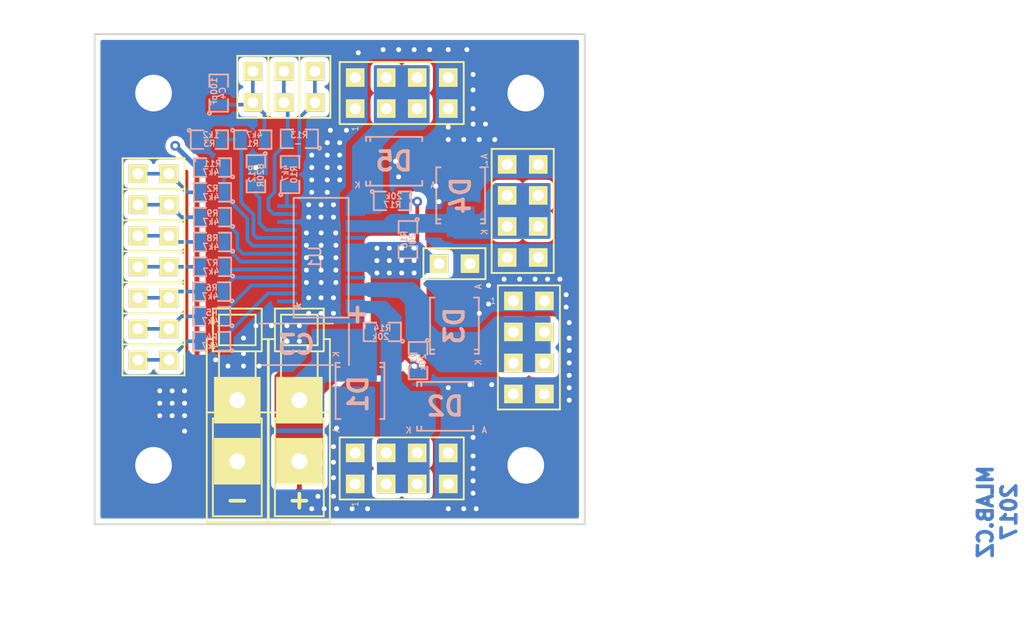
<source format=kicad_pcb>
(kicad_pcb (version 20170123) (host pcbnew "(2017-02-05 revision 431abcf)-makepkg")

  (general
    (links 125)
    (no_connects 0)
    (area 0.178999 -40.461001 40.461001 -0.178999)
    (thickness 1.6)
    (drawings 7)
    (tracks 396)
    (zones 0)
    (modules 46)
    (nets 27)
  )

  (page A4)
  (layers
    (0 F.Cu signal)
    (31 B.Cu signal)
    (32 B.Adhes user)
    (33 F.Adhes user)
    (34 B.Paste user)
    (35 F.Paste user)
    (36 B.SilkS user)
    (37 F.SilkS user)
    (38 B.Mask user)
    (39 F.Mask user)
    (40 Dwgs.User user)
    (41 Cmts.User user)
    (42 Eco1.User user)
    (43 Eco2.User user)
    (44 Edge.Cuts user)
    (45 Margin user)
    (46 B.CrtYd user)
    (47 F.CrtYd user)
    (48 B.Fab user)
    (49 F.Fab user)
  )

  (setup
    (last_trace_width 0.3)
    (user_trace_width 0.3)
    (user_trace_width 0.4)
    (user_trace_width 0.5)
    (user_trace_width 0.6)
    (user_trace_width 0.8)
    (user_trace_width 1)
    (trace_clearance 0.2)
    (zone_clearance 0.4)
    (zone_45_only no)
    (trace_min 0.2)
    (segment_width 0.2)
    (edge_width 0.15)
    (via_size 0.8)
    (via_drill 0.4)
    (via_min_size 0.4)
    (via_min_drill 0.3)
    (uvia_size 0.3)
    (uvia_drill 0.1)
    (uvias_allowed no)
    (uvia_min_size 0.2)
    (uvia_min_drill 0.1)
    (pcb_text_width 0.3)
    (pcb_text_size 1.5 1.5)
    (mod_edge_width 0.15)
    (mod_text_size 1 1)
    (mod_text_width 0.15)
    (pad_size 1.524 1.524)
    (pad_drill 0.762)
    (pad_to_mask_clearance 0.2)
    (solder_mask_min_width 0.2)
    (aux_axis_origin 0 0)
    (visible_elements 7FFFFF7F)
    (pcbplotparams
      (layerselection 0x010e0_ffffffff)
      (usegerberextensions false)
      (excludeedgelayer true)
      (linewidth 1.300000)
      (plotframeref false)
      (viasonmask false)
      (mode 1)
      (useauxorigin false)
      (hpglpennumber 1)
      (hpglpenspeed 20)
      (hpglpendiameter 15)
      (psnegative false)
      (psa4output false)
      (plotreference true)
      (plotvalue true)
      (plotinvisibletext false)
      (padsonsilk false)
      (subtractmaskfromsilk false)
      (outputformat 1)
      (mirror false)
      (drillshape 0)
      (scaleselection 1)
      (outputdirectory ../CAM_PROFI/))
  )

  (net 0 "")
  (net 1 GND)
  (net 2 VCC)
  (net 3 /IN1)
  (net 4 /IN2)
  (net 5 /OUT1)
  (net 6 /OUT2)
  (net 7 "Net-(R1-Pad1)")
  (net 8 /CS)
  (net 9 /OUT3)
  (net 10 /OUT4)
  (net 11 /#FAULT)
  (net 12 /IN3)
  (net 13 /IN4)
  (net 14 /SEH)
  (net 15 /SEL)
  (net 16 /DIAG_EN)
  (net 17 /THER)
  (net 18 "Net-(R11-Pad1)")
  (net 19 "Net-(R4-Pad1)")
  (net 20 "Net-(R5-Pad1)")
  (net 21 "Net-(R6-Pad1)")
  (net 22 "Net-(R7-Pad1)")
  (net 23 "Net-(R8-Pad1)")
  (net 24 "Net-(R9-Pad1)")
  (net 25 "Net-(R10-Pad1)")
  (net 26 "Net-(R12-Pad2)")

  (net_class Default "Toto je výchozí třída sítě."
    (clearance 0.2)
    (trace_width 0.25)
    (via_dia 0.8)
    (via_drill 0.4)
    (uvia_dia 0.3)
    (uvia_drill 0.1)
    (add_net /#FAULT)
    (add_net /CS)
    (add_net /DIAG_EN)
    (add_net /IN1)
    (add_net /IN2)
    (add_net /IN3)
    (add_net /IN4)
    (add_net /OUT1)
    (add_net /OUT2)
    (add_net /OUT3)
    (add_net /OUT4)
    (add_net /SEH)
    (add_net /SEL)
    (add_net /THER)
    (add_net GND)
    (add_net "Net-(R1-Pad1)")
    (add_net "Net-(R10-Pad1)")
    (add_net "Net-(R11-Pad1)")
    (add_net "Net-(R12-Pad2)")
    (add_net "Net-(R4-Pad1)")
    (add_net "Net-(R5-Pad1)")
    (add_net "Net-(R6-Pad1)")
    (add_net "Net-(R7-Pad1)")
    (add_net "Net-(R8-Pad1)")
    (add_net "Net-(R9-Pad1)")
    (add_net VCC)
  )

  (module Mlab_IO:HTSSOP28 (layer B.Cu) (tedit 5919ACD6) (tstamp 59193F84)
    (at 18.802 -22.079 90)
    (path /591416B0)
    (fp_text reference U1 (at 0 -0.5 90) (layer B.SilkS)
      (effects (font (size 1 1) (thickness 0.15)) (justify mirror))
    )
    (fp_text value TPS4H160-Q1-B (at 0 0.5 90) (layer B.Fab)
      (effects (font (size 1 1) (thickness 0.15)) (justify mirror))
    )
    (fp_text user * (at -3.9624 -1.5748 90) (layer B.SilkS)
      (effects (font (size 1 1) (thickness 0.15)) (justify mirror))
    )
    (fp_line (start -4.9 2.25) (end 4.9 2.25) (layer B.SilkS) (width 0.15))
    (fp_line (start 4.9 2.25) (end 4.9 -2.25) (layer B.SilkS) (width 0.15))
    (fp_line (start 4.9 -2.25) (end -4.9 -2.25) (layer B.SilkS) (width 0.15))
    (fp_line (start -4.9 -2.25) (end -4.9 2.25) (layer B.SilkS) (width 0.15))
    (pad 29 thru_hole circle (at 2.032 -1.2065 90) (size 0.8 0.8) (drill 0.4) (layers *.Cu *.Mask)
      (net 1 GND))
    (pad 29 thru_hole circle (at 1.016 -1.2065 90) (size 0.8 0.8) (drill 0.4) (layers *.Cu *.Mask)
      (net 1 GND))
    (pad 29 thru_hole circle (at 0 -1.2065 90) (size 0.8 0.8) (drill 0.4) (layers *.Cu *.Mask)
      (net 1 GND))
    (pad 29 thru_hole circle (at -1.016 -1.2065 90) (size 0.8 0.8) (drill 0.4) (layers *.Cu *.Mask)
      (net 1 GND))
    (pad 29 thru_hole circle (at -2.032 -1.2065 90) (size 0.8 0.8) (drill 0.4) (layers *.Cu *.Mask)
      (net 1 GND))
    (pad 29 thru_hole circle (at 2.032 0 90) (size 0.8 0.8) (drill 0.4) (layers *.Cu *.Mask)
      (net 1 GND))
    (pad 29 thru_hole circle (at 1.016 0 90) (size 0.8 0.8) (drill 0.4) (layers *.Cu *.Mask)
      (net 1 GND))
    (pad 29 thru_hole circle (at 0 0 90) (size 0.8 0.8) (drill 0.4) (layers *.Cu *.Mask)
      (net 1 GND))
    (pad 29 thru_hole circle (at -1.016 0 90) (size 0.8 0.8) (drill 0.4) (layers *.Cu *.Mask)
      (net 1 GND))
    (pad 29 thru_hole circle (at -2.032 0 90) (size 0.8 0.8) (drill 0.4) (layers *.Cu *.Mask)
      (net 1 GND))
    (pad 29 thru_hole circle (at 2.032 1.1938 90) (size 0.8 0.8) (drill 0.4) (layers *.Cu *.Mask)
      (net 1 GND))
    (pad 29 thru_hole circle (at 1.016 1.2065 90) (size 0.8 0.8) (drill 0.4) (layers *.Cu *.Mask)
      (net 1 GND))
    (pad 29 thru_hole circle (at 0 1.2065 90) (size 0.8 0.8) (drill 0.4) (layers *.Cu *.Mask)
      (net 1 GND))
    (pad 29 thru_hole circle (at -1.016 1.2065 90) (size 0.8 0.8) (drill 0.4) (layers *.Cu *.Mask)
      (net 1 GND))
    (pad 28 smd rect (at -4.225 2.8 90) (size 0.3 1.6) (layers B.Cu B.Paste B.Mask)
      (net 5 /OUT1))
    (pad 27 smd rect (at -3.575 2.8 90) (size 0.3 1.6) (layers B.Cu B.Paste B.Mask)
      (net 5 /OUT1))
    (pad 26 smd rect (at -2.925 2.8 90) (size 0.3 1.6) (layers B.Cu B.Paste B.Mask)
      (net 6 /OUT2))
    (pad 25 smd rect (at -2.275 2.8 90) (size 0.3 1.6) (layers B.Cu B.Paste B.Mask)
      (net 6 /OUT2))
    (pad 24 smd rect (at -1.625 2.8 90) (size 0.3 1.6) (layers B.Cu B.Paste B.Mask))
    (pad 23 smd rect (at -0.975 2.8 90) (size 0.3 1.6) (layers B.Cu B.Paste B.Mask)
      (net 2 VCC))
    (pad 22 smd rect (at -0.325 2.8 90) (size 0.3 1.6) (layers B.Cu B.Paste B.Mask)
      (net 2 VCC))
    (pad 21 smd rect (at 0.325 2.8 90) (size 0.3 1.6) (layers B.Cu B.Paste B.Mask)
      (net 2 VCC))
    (pad 20 smd rect (at 0.975 2.8 90) (size 0.3 1.6) (layers B.Cu B.Paste B.Mask)
      (net 2 VCC))
    (pad 19 smd rect (at 1.625 2.8 90) (size 0.3 1.6) (layers B.Cu B.Paste B.Mask))
    (pad 18 smd rect (at 2.275 2.8 90) (size 0.3 1.6) (layers B.Cu B.Paste B.Mask)
      (net 9 /OUT3))
    (pad 17 smd rect (at 2.925 2.8 90) (size 0.3 1.6) (layers B.Cu B.Paste B.Mask)
      (net 9 /OUT3))
    (pad 16 smd rect (at 3.575 2.8 90) (size 0.3 1.6) (layers B.Cu B.Paste B.Mask)
      (net 10 /OUT4))
    (pad 15 smd rect (at 4.225 2.8 90) (size 0.3 1.6) (layers B.Cu B.Paste B.Mask)
      (net 10 /OUT4))
    (pad 14 smd rect (at 4.225 -2.8 90) (size 0.3 1.6) (layers B.Cu B.Paste B.Mask)
      (net 25 "Net-(R10-Pad1)"))
    (pad 13 smd rect (at 3.575 -2.8 90) (size 0.3 1.6) (layers B.Cu B.Paste B.Mask)
      (net 17 /THER))
    (pad 12 smd rect (at 2.925 -2.8 90) (size 0.3 1.6) (layers B.Cu B.Paste B.Mask)
      (net 1 GND))
    (pad 11 smd rect (at 2.275 -2.8 90) (size 0.3 1.6) (layers B.Cu B.Paste B.Mask)
      (net 26 "Net-(R12-Pad2)"))
    (pad 10 smd rect (at 1.625 -2.8 90) (size 0.3 1.6) (layers B.Cu B.Paste B.Mask)
      (net 7 "Net-(R1-Pad1)"))
    (pad 9 smd rect (at 0.975 -2.8 90) (size 0.3 1.6) (layers B.Cu B.Paste B.Mask)
      (net 18 "Net-(R11-Pad1)"))
    (pad 8 smd rect (at 0.325 -2.8 90) (size 0.3 1.6) (layers B.Cu B.Paste B.Mask)
      (net 24 "Net-(R9-Pad1)"))
    (pad 7 smd rect (at -0.325 -2.8 90) (size 0.3 1.6) (layers B.Cu B.Paste B.Mask)
      (net 23 "Net-(R8-Pad1)"))
    (pad 6 smd rect (at -0.975 -2.8 90) (size 0.3 1.6) (layers B.Cu B.Paste B.Mask)
      (net 22 "Net-(R7-Pad1)"))
    (pad 5 smd rect (at -1.625 -2.8 90) (size 0.3 1.6) (layers B.Cu B.Paste B.Mask)
      (net 21 "Net-(R6-Pad1)"))
    (pad 4 smd rect (at -2.275 -2.8 90) (size 0.3 1.6) (layers B.Cu B.Paste B.Mask)
      (net 20 "Net-(R5-Pad1)"))
    (pad 3 smd rect (at -2.925 -2.8 90) (size 0.3 1.6) (layers B.Cu B.Paste B.Mask)
      (net 19 "Net-(R4-Pad1)"))
    (pad 2 smd rect (at -3.575 -2.8 90) (size 0.3 1.6) (layers B.Cu B.Paste B.Mask))
    (pad 1 smd rect (at -4.225 -2.8 90) (size 0.3 1.6) (layers B.Cu B.Paste B.Mask)
      (net 1 GND))
    (pad 29 smd rect (at 0 0 90) (size 5.18 3.1) (layers B.Cu B.Paste B.Mask)
      (net 1 GND))
    (pad 29 thru_hole circle (at -2.032 1.2065 90) (size 0.8 0.8) (drill 0.4) (layers *.Cu *.Mask)
      (net 1 GND))
  )

  (module Mlab_Mechanical:MountingHole_3mm placed (layer F.Cu) (tedit 589027DC) (tstamp 58244A4B)
    (at 5.08 -5.08)
    (descr "Mounting hole, Befestigungsbohrung, 3mm, No Annular, Kein Restring,")
    (tags "Mounting hole, Befestigungsbohrung, 3mm, No Annular, Kein Restring,")
    (path /549D7549)
    (fp_text reference M1 (at 0 -4.191) (layer F.SilkS) hide
      (effects (font (thickness 0.3048)))
    )
    (fp_text value HOLE (at 0 4.191) (layer F.SilkS) hide
      (effects (font (thickness 0.3048)))
    )
    (fp_circle (center 0 0) (end 2.99974 0) (layer Cmts.User) (width 0.381))
    (pad 1 thru_hole circle (at 0 0) (size 6 6) (drill 3) (layers *.Cu *.Adhes *.Mask)
      (net 1 GND) (clearance 1) (zone_connect 2))
  )

  (module Mlab_Mechanical:MountingHole_3mm placed (layer F.Cu) (tedit 589027DC) (tstamp 58244A51)
    (at 35.56 -5.08)
    (descr "Mounting hole, Befestigungsbohrung, 3mm, No Annular, Kein Restring,")
    (tags "Mounting hole, Befestigungsbohrung, 3mm, No Annular, Kein Restring,")
    (path /549D7628)
    (fp_text reference M2 (at 0 -4.191) (layer F.SilkS) hide
      (effects (font (thickness 0.3048)))
    )
    (fp_text value HOLE (at 0 4.191) (layer F.SilkS) hide
      (effects (font (thickness 0.3048)))
    )
    (fp_circle (center 0 0) (end 2.99974 0) (layer Cmts.User) (width 0.381))
    (pad 1 thru_hole circle (at 0 0) (size 6 6) (drill 3) (layers *.Cu *.Adhes *.Mask)
      (net 1 GND) (clearance 1) (zone_connect 2))
  )

  (module Mlab_Mechanical:MountingHole_3mm placed (layer F.Cu) (tedit 589027DC) (tstamp 58244A57)
    (at 35.56 -35.56)
    (descr "Mounting hole, Befestigungsbohrung, 3mm, No Annular, Kein Restring,")
    (tags "Mounting hole, Befestigungsbohrung, 3mm, No Annular, Kein Restring,")
    (path /549D7646)
    (fp_text reference M3 (at 0 -4.191) (layer F.SilkS) hide
      (effects (font (thickness 0.3048)))
    )
    (fp_text value HOLE (at 0 4.191) (layer F.SilkS) hide
      (effects (font (thickness 0.3048)))
    )
    (fp_circle (center 0 0) (end 2.99974 0) (layer Cmts.User) (width 0.381))
    (pad 1 thru_hole circle (at 0 0) (size 6 6) (drill 3) (layers *.Cu *.Adhes *.Mask)
      (net 1 GND) (clearance 1) (zone_connect 2))
  )

  (module Mlab_Mechanical:MountingHole_3mm placed (layer F.Cu) (tedit 589027DC) (tstamp 58244A5D)
    (at 5.08 -35.56)
    (descr "Mounting hole, Befestigungsbohrung, 3mm, No Annular, Kein Restring,")
    (tags "Mounting hole, Befestigungsbohrung, 3mm, No Annular, Kein Restring,")
    (path /549D7665)
    (fp_text reference M4 (at 0 -4.191) (layer F.SilkS) hide
      (effects (font (thickness 0.3048)))
    )
    (fp_text value HOLE (at 0 4.191) (layer F.SilkS) hide
      (effects (font (thickness 0.3048)))
    )
    (fp_circle (center 0 0) (end 2.99974 0) (layer Cmts.User) (width 0.381))
    (pad 1 thru_hole circle (at 0 0) (size 6 6) (drill 3) (layers *.Cu *.Adhes *.Mask)
      (net 1 GND) (clearance 1) (zone_connect 2))
  )

  (module Mlab_C:TantalC_SizeC_Reflow (layer B.Cu) (tedit 564C624B) (tstamp 59193E55)
    (at 16.77924 -14.986 180)
    (descr "Tantal Cap. , Size C, EIA-6032, Reflow,")
    (tags "Tantal Cap. , Size C, EIA-6032, Reflow,")
    (path /5824A2B3)
    (attr smd)
    (fp_text reference C3 (at 0.0127 -0.0381 180) (layer B.SilkS)
      (effects (font (thickness 0.3048)) (justify mirror))
    )
    (fp_text value 47uF/16V (at -0.09906 -3.59918 180) (layer B.SilkS) hide
      (effects (font (thickness 0.3048)) (justify mirror))
    )
    (fp_line (start -4.30022 1.69926) (end -4.30022 -1.69926) (layer B.SilkS) (width 0.15))
    (fp_line (start 2.99974 -1.69926) (end -2.99974 -1.69926) (layer B.SilkS) (width 0.15))
    (fp_line (start 2.99974 1.69926) (end -2.99974 1.69926) (layer B.SilkS) (width 0.15))
    (fp_text user + (at -4.99872 2.55016 180) (layer B.SilkS)
      (effects (font (thickness 0.3048)) (justify mirror))
    )
    (fp_line (start -5.00126 3.05308) (end -5.00126 1.95326) (layer B.SilkS) (width 0.15))
    (fp_line (start -5.6007 2.5527) (end -4.40182 2.5527) (layer B.SilkS) (width 0.15))
    (pad 2 smd rect (at 2.52476 0 180) (size 2.55016 2.49936) (layers B.Cu B.Paste B.Mask)
      (net 1 GND))
    (pad 1 smd rect (at -2.52476 0 180) (size 2.55016 2.49936) (layers B.Cu B.Paste B.Mask)
      (net 2 VCC))
    (model MLAB_3D/Capacitors/c_tant_C.wrl
      (at (xyz 0 0 0))
      (scale (xyz 1 1 1))
      (rotate (xyz 0 0 180))
    )
  )

  (module Mlab_R:SMD-0805 (layer B.Cu) (tedit 54799E0C) (tstamp 59193E5B)
    (at 10.414 -35.56 90)
    (path /5914A35F)
    (attr smd)
    (fp_text reference C4 (at 0 0.3175 90) (layer B.SilkS)
      (effects (font (size 0.50038 0.50038) (thickness 0.10922)) (justify mirror))
    )
    (fp_text value 100pF (at 0.127 -0.381 90) (layer B.SilkS)
      (effects (font (size 0.50038 0.50038) (thickness 0.10922)) (justify mirror))
    )
    (fp_circle (center -1.651 -0.762) (end -1.651 -0.635) (layer B.SilkS) (width 0.15))
    (fp_line (start -0.508 -0.762) (end -1.524 -0.762) (layer B.SilkS) (width 0.15))
    (fp_line (start -1.524 -0.762) (end -1.524 0.762) (layer B.SilkS) (width 0.15))
    (fp_line (start -1.524 0.762) (end -0.508 0.762) (layer B.SilkS) (width 0.15))
    (fp_line (start 0.508 0.762) (end 1.524 0.762) (layer B.SilkS) (width 0.15))
    (fp_line (start 1.524 0.762) (end 1.524 -0.762) (layer B.SilkS) (width 0.15))
    (fp_line (start 1.524 -0.762) (end 0.508 -0.762) (layer B.SilkS) (width 0.15))
    (pad 1 smd rect (at -0.9525 0 90) (size 0.889 1.397) (layers B.Cu B.Paste B.Mask)
      (net 8 /CS))
    (pad 2 smd rect (at 0.9525 0 90) (size 0.889 1.397) (layers B.Cu B.Paste B.Mask)
      (net 1 GND))
    (model MLAB_3D/Resistors/chip_cms.wrl
      (at (xyz 0 0 0))
      (scale (xyz 0.1 0.1 0.1))
      (rotate (xyz 0 0 0))
    )
  )

  (module Mlab_D:Diode-SMB_Standard (layer B.Cu) (tedit 5919A257) (tstamp 59193E61)
    (at 21.98116 -11.176 90)
    (descr "Diode SMB Standard")
    (tags "Diode SMB Standard")
    (path /58246F3B)
    (attr smd)
    (fp_text reference D1 (at -0.254 -0.13716 90) (layer B.SilkS)
      (effects (font (thickness 0.3048)) (justify mirror))
    )
    (fp_text value STPS340U (at 0 -3.81 90) (layer B.SilkS) hide
      (effects (font (thickness 0.3048)) (justify mirror))
    )
    (fp_text user A (at -3.2004 -1.95072 90) (layer B.SilkS)
      (effects (font (size 0.50038 0.50038) (thickness 0.09906)) (justify mirror))
    )
    (fp_text user K (at 2.99974 -1.95072 90) (layer B.SilkS)
      (effects (font (size 0.50038 0.50038) (thickness 0.09906)) (justify mirror))
    )
    (fp_line (start -2.30124 -1.75006) (end -2.30124 -1.6002) (layer B.SilkS) (width 0.15))
    (fp_line (start 1.95072 -1.75006) (end 1.95072 -1.651) (layer B.SilkS) (width 0.15))
    (fp_line (start 2.30124 -1.75006) (end 2.30124 -1.651) (layer B.SilkS) (width 0.15))
    (fp_line (start -2.30124 1.75006) (end -2.30124 1.651) (layer B.SilkS) (width 0.15))
    (fp_line (start 1.95072 1.75006) (end 1.95072 1.651) (layer B.SilkS) (width 0.15))
    (fp_line (start 2.30124 1.75006) (end 2.30124 1.651) (layer B.SilkS) (width 0.15))
    (fp_circle (center 0 0) (end 0.44958 -0.09906) (layer B.Adhes) (width 0.381))
    (fp_circle (center 0 0) (end 0.20066 -0.09906) (layer B.Adhes) (width 0.381))
    (fp_line (start 1.95072 -1.99898) (end 1.95072 -1.80086) (layer B.SilkS) (width 0.15))
    (fp_line (start 1.95072 1.99898) (end 1.95072 1.80086) (layer B.SilkS) (width 0.15))
    (fp_line (start 2.29616 -1.99644) (end 2.29616 -1.79832) (layer B.SilkS) (width 0.15))
    (fp_line (start -2.30632 -1.99644) (end 2.29616 -1.99644) (layer B.SilkS) (width 0.15))
    (fp_line (start -2.30632 -1.99644) (end -2.30632 -1.79832) (layer B.SilkS) (width 0.15))
    (fp_line (start -2.30124 1.99898) (end -2.30124 1.80086) (layer B.SilkS) (width 0.15))
    (fp_line (start -2.30124 1.99898) (end 2.30124 1.99898) (layer B.SilkS) (width 0.15))
    (fp_line (start 2.30124 1.99898) (end 2.30124 1.80086) (layer B.SilkS) (width 0.15))
    (pad 2 smd rect (at -2.14884 0 90) (size 2.49936 2.30124) (layers B.Cu B.Paste B.Mask)
      (net 1 GND))
    (pad 1 smd rect (at 2.14884 0 90) (size 2.49936 2.30124) (layers B.Cu B.Paste B.Mask)
      (net 2 VCC))
    (model MLAB_3D/Diodes/SMB.wrl
      (at (xyz 0 0 0))
      (scale (xyz 0.3937 0.3937 0.3937))
      (rotate (xyz 0 0 0))
    )
  )

  (module Mlab_D:SMB_Standard (layer B.Cu) (tedit 57E4C38F) (tstamp 59193E67)
    (at 28.956 -9.906 180)
    (descr "Diode SMB Standard")
    (tags "Diode SMB Standard")
    (path /591647B3)
    (attr smd)
    (fp_text reference D2 (at 0 0 180) (layer B.SilkS)
      (effects (font (thickness 0.3048)) (justify mirror))
    )
    (fp_text value SMBJ15A-E3/52 (at 0 -3.81 180) (layer B.SilkS) hide
      (effects (font (thickness 0.3048)) (justify mirror))
    )
    (fp_line (start 2.30124 1.99898) (end 2.30124 1.80086) (layer B.SilkS) (width 0.15))
    (fp_line (start -2.30124 1.99898) (end 2.30124 1.99898) (layer B.SilkS) (width 0.15))
    (fp_line (start -2.30124 1.99898) (end -2.30124 1.80086) (layer B.SilkS) (width 0.15))
    (fp_line (start -2.30632 -1.99644) (end -2.30632 -1.79832) (layer B.SilkS) (width 0.15))
    (fp_line (start -2.30632 -1.99644) (end 2.29616 -1.99644) (layer B.SilkS) (width 0.15))
    (fp_line (start 2.29616 -1.99644) (end 2.29616 -1.79832) (layer B.SilkS) (width 0.15))
    (fp_line (start 1.95072 1.99898) (end 1.95072 1.80086) (layer B.SilkS) (width 0.15))
    (fp_line (start 1.95072 -1.99898) (end 1.95072 -1.80086) (layer B.SilkS) (width 0.15))
    (fp_circle (center 0 0) (end 0.20066 -0.09906) (layer B.Adhes) (width 0.381))
    (fp_circle (center 0 0) (end 0.44958 -0.09906) (layer B.Adhes) (width 0.381))
    (fp_line (start 2.30124 1.75006) (end 2.30124 1.651) (layer B.SilkS) (width 0.15))
    (fp_line (start 1.95072 1.75006) (end 1.95072 1.651) (layer B.SilkS) (width 0.15))
    (fp_line (start -2.30124 1.75006) (end -2.30124 1.651) (layer B.SilkS) (width 0.15))
    (fp_line (start 2.30124 -1.75006) (end 2.30124 -1.651) (layer B.SilkS) (width 0.15))
    (fp_line (start 1.95072 -1.75006) (end 1.95072 -1.651) (layer B.SilkS) (width 0.15))
    (fp_line (start -2.30124 -1.75006) (end -2.30124 -1.6002) (layer B.SilkS) (width 0.15))
    (fp_text user K (at 2.99974 -1.95072 180) (layer B.SilkS)
      (effects (font (size 0.50038 0.50038) (thickness 0.09906)) (justify mirror))
    )
    (fp_text user A (at -3.2004 -1.95072 180) (layer B.SilkS)
      (effects (font (size 0.50038 0.50038) (thickness 0.09906)) (justify mirror))
    )
    (pad 2 smd rect (at -2.14884 0 180) (size 2.49936 2.30124) (layers B.Cu B.Paste B.Mask)
      (net 1 GND))
    (pad 1 smd rect (at 2.14884 0 180) (size 2.49936 2.30124) (layers B.Cu B.Paste B.Mask)
      (net 5 /OUT1))
    (model MLAB_3D/Diodes/SMB.wrl
      (at (xyz 0 0 0))
      (scale (xyz 0.3937 0.3937 0.3937))
      (rotate (xyz 0 0 0))
    )
  )

  (module Mlab_D:SMB_Standard (layer B.Cu) (tedit 57E4C38F) (tstamp 59193E6D)
    (at 29.718 -16.51 270)
    (descr "Diode SMB Standard")
    (tags "Diode SMB Standard")
    (path /5916BDE0)
    (attr smd)
    (fp_text reference D3 (at 0 0 270) (layer B.SilkS)
      (effects (font (thickness 0.3048)) (justify mirror))
    )
    (fp_text value SMBJ15A-E3/52 (at 0 -3.81 270) (layer B.SilkS) hide
      (effects (font (thickness 0.3048)) (justify mirror))
    )
    (fp_text user A (at -3.2004 -1.95072 270) (layer B.SilkS)
      (effects (font (size 0.50038 0.50038) (thickness 0.09906)) (justify mirror))
    )
    (fp_text user K (at 2.99974 -1.95072 270) (layer B.SilkS)
      (effects (font (size 0.50038 0.50038) (thickness 0.09906)) (justify mirror))
    )
    (fp_line (start -2.30124 -1.75006) (end -2.30124 -1.6002) (layer B.SilkS) (width 0.15))
    (fp_line (start 1.95072 -1.75006) (end 1.95072 -1.651) (layer B.SilkS) (width 0.15))
    (fp_line (start 2.30124 -1.75006) (end 2.30124 -1.651) (layer B.SilkS) (width 0.15))
    (fp_line (start -2.30124 1.75006) (end -2.30124 1.651) (layer B.SilkS) (width 0.15))
    (fp_line (start 1.95072 1.75006) (end 1.95072 1.651) (layer B.SilkS) (width 0.15))
    (fp_line (start 2.30124 1.75006) (end 2.30124 1.651) (layer B.SilkS) (width 0.15))
    (fp_circle (center 0 0) (end 0.44958 -0.09906) (layer B.Adhes) (width 0.381))
    (fp_circle (center 0 0) (end 0.20066 -0.09906) (layer B.Adhes) (width 0.381))
    (fp_line (start 1.95072 -1.99898) (end 1.95072 -1.80086) (layer B.SilkS) (width 0.15))
    (fp_line (start 1.95072 1.99898) (end 1.95072 1.80086) (layer B.SilkS) (width 0.15))
    (fp_line (start 2.29616 -1.99644) (end 2.29616 -1.79832) (layer B.SilkS) (width 0.15))
    (fp_line (start -2.30632 -1.99644) (end 2.29616 -1.99644) (layer B.SilkS) (width 0.15))
    (fp_line (start -2.30632 -1.99644) (end -2.30632 -1.79832) (layer B.SilkS) (width 0.15))
    (fp_line (start -2.30124 1.99898) (end -2.30124 1.80086) (layer B.SilkS) (width 0.15))
    (fp_line (start -2.30124 1.99898) (end 2.30124 1.99898) (layer B.SilkS) (width 0.15))
    (fp_line (start 2.30124 1.99898) (end 2.30124 1.80086) (layer B.SilkS) (width 0.15))
    (pad 1 smd rect (at 2.14884 0 270) (size 2.49936 2.30124) (layers B.Cu B.Paste B.Mask)
      (net 6 /OUT2))
    (pad 2 smd rect (at -2.14884 0 270) (size 2.49936 2.30124) (layers B.Cu B.Paste B.Mask)
      (net 1 GND))
    (model MLAB_3D/Diodes/SMB.wrl
      (at (xyz 0 0 0))
      (scale (xyz 0.3937 0.3937 0.3937))
      (rotate (xyz 0 0 0))
    )
  )

  (module Mlab_D:SMB_Standard (layer B.Cu) (tedit 57E4C38F) (tstamp 59193E73)
    (at 30.226 -27.178 270)
    (descr "Diode SMB Standard")
    (tags "Diode SMB Standard")
    (path /5916C564)
    (attr smd)
    (fp_text reference D4 (at 0 0 270) (layer B.SilkS)
      (effects (font (thickness 0.3048)) (justify mirror))
    )
    (fp_text value SMBJ15A-E3/52 (at 0 -3.81 270) (layer B.SilkS) hide
      (effects (font (thickness 0.3048)) (justify mirror))
    )
    (fp_line (start 2.30124 1.99898) (end 2.30124 1.80086) (layer B.SilkS) (width 0.15))
    (fp_line (start -2.30124 1.99898) (end 2.30124 1.99898) (layer B.SilkS) (width 0.15))
    (fp_line (start -2.30124 1.99898) (end -2.30124 1.80086) (layer B.SilkS) (width 0.15))
    (fp_line (start -2.30632 -1.99644) (end -2.30632 -1.79832) (layer B.SilkS) (width 0.15))
    (fp_line (start -2.30632 -1.99644) (end 2.29616 -1.99644) (layer B.SilkS) (width 0.15))
    (fp_line (start 2.29616 -1.99644) (end 2.29616 -1.79832) (layer B.SilkS) (width 0.15))
    (fp_line (start 1.95072 1.99898) (end 1.95072 1.80086) (layer B.SilkS) (width 0.15))
    (fp_line (start 1.95072 -1.99898) (end 1.95072 -1.80086) (layer B.SilkS) (width 0.15))
    (fp_circle (center 0 0) (end 0.20066 -0.09906) (layer B.Adhes) (width 0.381))
    (fp_circle (center 0 0) (end 0.44958 -0.09906) (layer B.Adhes) (width 0.381))
    (fp_line (start 2.30124 1.75006) (end 2.30124 1.651) (layer B.SilkS) (width 0.15))
    (fp_line (start 1.95072 1.75006) (end 1.95072 1.651) (layer B.SilkS) (width 0.15))
    (fp_line (start -2.30124 1.75006) (end -2.30124 1.651) (layer B.SilkS) (width 0.15))
    (fp_line (start 2.30124 -1.75006) (end 2.30124 -1.651) (layer B.SilkS) (width 0.15))
    (fp_line (start 1.95072 -1.75006) (end 1.95072 -1.651) (layer B.SilkS) (width 0.15))
    (fp_line (start -2.30124 -1.75006) (end -2.30124 -1.6002) (layer B.SilkS) (width 0.15))
    (fp_text user K (at 2.99974 -1.95072 270) (layer B.SilkS)
      (effects (font (size 0.50038 0.50038) (thickness 0.09906)) (justify mirror))
    )
    (fp_text user A (at -3.2004 -1.95072 270) (layer B.SilkS)
      (effects (font (size 0.50038 0.50038) (thickness 0.09906)) (justify mirror))
    )
    (pad 2 smd rect (at -2.14884 0 270) (size 2.49936 2.30124) (layers B.Cu B.Paste B.Mask)
      (net 1 GND))
    (pad 1 smd rect (at 2.14884 0 270) (size 2.49936 2.30124) (layers B.Cu B.Paste B.Mask)
      (net 9 /OUT3))
    (model MLAB_3D/Diodes/SMB.wrl
      (at (xyz 0 0 0))
      (scale (xyz 0.3937 0.3937 0.3937))
      (rotate (xyz 0 0 0))
    )
  )

  (module Mlab_D:SMB_Standard (layer B.Cu) (tedit 57E4C38F) (tstamp 59193E79)
    (at 24.77516 -29.972 180)
    (descr "Diode SMB Standard")
    (tags "Diode SMB Standard")
    (path /5916C602)
    (attr smd)
    (fp_text reference D5 (at 0 0 180) (layer B.SilkS)
      (effects (font (thickness 0.3048)) (justify mirror))
    )
    (fp_text value SMBJ15A-E3/52 (at 0 -3.81 180) (layer B.SilkS) hide
      (effects (font (thickness 0.3048)) (justify mirror))
    )
    (fp_text user A (at -3.2004 -1.95072 180) (layer B.SilkS)
      (effects (font (size 0.50038 0.50038) (thickness 0.09906)) (justify mirror))
    )
    (fp_text user K (at 2.99974 -1.95072 180) (layer B.SilkS)
      (effects (font (size 0.50038 0.50038) (thickness 0.09906)) (justify mirror))
    )
    (fp_line (start -2.30124 -1.75006) (end -2.30124 -1.6002) (layer B.SilkS) (width 0.15))
    (fp_line (start 1.95072 -1.75006) (end 1.95072 -1.651) (layer B.SilkS) (width 0.15))
    (fp_line (start 2.30124 -1.75006) (end 2.30124 -1.651) (layer B.SilkS) (width 0.15))
    (fp_line (start -2.30124 1.75006) (end -2.30124 1.651) (layer B.SilkS) (width 0.15))
    (fp_line (start 1.95072 1.75006) (end 1.95072 1.651) (layer B.SilkS) (width 0.15))
    (fp_line (start 2.30124 1.75006) (end 2.30124 1.651) (layer B.SilkS) (width 0.15))
    (fp_circle (center 0 0) (end 0.44958 -0.09906) (layer B.Adhes) (width 0.381))
    (fp_circle (center 0 0) (end 0.20066 -0.09906) (layer B.Adhes) (width 0.381))
    (fp_line (start 1.95072 -1.99898) (end 1.95072 -1.80086) (layer B.SilkS) (width 0.15))
    (fp_line (start 1.95072 1.99898) (end 1.95072 1.80086) (layer B.SilkS) (width 0.15))
    (fp_line (start 2.29616 -1.99644) (end 2.29616 -1.79832) (layer B.SilkS) (width 0.15))
    (fp_line (start -2.30632 -1.99644) (end 2.29616 -1.99644) (layer B.SilkS) (width 0.15))
    (fp_line (start -2.30632 -1.99644) (end -2.30632 -1.79832) (layer B.SilkS) (width 0.15))
    (fp_line (start -2.30124 1.99898) (end -2.30124 1.80086) (layer B.SilkS) (width 0.15))
    (fp_line (start -2.30124 1.99898) (end 2.30124 1.99898) (layer B.SilkS) (width 0.15))
    (fp_line (start 2.30124 1.99898) (end 2.30124 1.80086) (layer B.SilkS) (width 0.15))
    (pad 1 smd rect (at 2.14884 0 180) (size 2.49936 2.30124) (layers B.Cu B.Paste B.Mask)
      (net 10 /OUT4))
    (pad 2 smd rect (at -2.14884 0 180) (size 2.49936 2.30124) (layers B.Cu B.Paste B.Mask)
      (net 1 GND))
    (model MLAB_3D/Diodes/SMB.wrl
      (at (xyz 0 0 0))
      (scale (xyz 0.3937 0.3937 0.3937))
      (rotate (xyz 0 0 0))
    )
  )

  (module Mlab_CON:WAGO256 (layer F.Cu) (tedit 5919B02D) (tstamp 59193E7F)
    (at 17.018 -7.874 90)
    (descr "WAGO-Series 236, 2Stift, 1pol, RM 5mm,")
    (tags "WAGO-Series 236, 2Stift, 1pol, RM 5mm, Anreibare Leiterplattenklemme")
    (path /58248301)
    (fp_text reference J1 (at -5.842 0 180) (layer F.SilkS) hide
      (effects (font (thickness 0.3048)))
    )
    (fp_text value CONN1_1 (at 0.254 4.064 90) (layer F.SilkS) hide
      (effects (font (thickness 0.3048)))
    )
    (fp_line (start -7.46 -2.5) (end 1.54 -2.5) (layer F.SilkS) (width 0.15))
    (fp_line (start 1.54 2.5) (end -7.46 2.5) (layer F.SilkS) (width 0.15))
    (fp_line (start 1.54 -2.5) (end 7.54 -2.5) (layer F.SilkS) (width 0.15))
    (fp_line (start -6.9601 -2) (end 1.0399 -2) (layer F.SilkS) (width 0.15))
    (fp_line (start 3.54 -1.5) (end 6.54 -1.5) (layer F.SilkS) (width 0.15))
    (fp_line (start 1.54 2.5) (end 7.54 2.5) (layer F.SilkS) (width 0.15))
    (fp_line (start -6.9601 2) (end 1.0399 2) (layer F.SilkS) (width 0.15))
    (fp_line (start 3.54 1.5) (end 6.54 1.5) (layer F.SilkS) (width 0.15))
    (fp_line (start 6.54 -2) (end 10.041 -2) (layer F.SilkS) (width 0.15))
    (fp_line (start 7.0401 -1.5) (end 9.54 -1.5) (layer F.SilkS) (width 0.15))
    (fp_line (start 1.0399 -1) (end 1.54 -1) (layer F.SilkS) (width 0.15))
    (fp_line (start 6.54 2) (end 10.0401 2) (layer F.SilkS) (width 0.15))
    (fp_line (start 7.0401 1.5) (end 9.54 1.5) (layer F.SilkS) (width 0.15))
    (fp_line (start 1.0399 1) (end 1.54 1) (layer F.SilkS) (width 0.15))
    (fp_line (start -6.9601 2) (end -6.9601 -2) (layer F.SilkS) (width 0.15))
    (fp_line (start 1.0399 -2) (end 1.0399 2) (layer F.SilkS) (width 0.15))
    (fp_line (start 3.54 1.5001) (end 3.54 -1.5001) (layer F.SilkS) (width 0.15))
    (fp_line (start 6.54 -2) (end 6.54 2) (layer F.SilkS) (width 0.15))
    (fp_line (start 10.0401 -2) (end 10.0401 2) (layer F.SilkS) (width 0.15))
    (fp_line (start 7.0401 1.501) (end 7.0401 -1.501) (layer F.SilkS) (width 0.15))
    (fp_line (start 9.54 1.501) (end 9.54 -1.501) (layer F.SilkS) (width 0.15))
    (fp_line (start -7.46 2.5001) (end -7.46 -2.5001) (layer F.SilkS) (width 0.15))
    (fp_line (start 1.54 2.5001) (end 1.54 -2.5001) (layer F.SilkS) (width 0.15))
    (fp_line (start 7.54 -2) (end 7.54 -2.5) (layer F.SilkS) (width 0.15))
    (fp_line (start 7.54 2.5) (end 7.54 2) (layer F.SilkS) (width 0.15))
    (pad 1 thru_hole rect (at 2.54 0 180) (size 3.81 3.81) (drill 1.3) (layers *.Cu *.Mask F.SilkS)
      (net 2 VCC))
    (pad 1 thru_hole rect (at -2.46 0 180) (size 3.81 3.81) (drill 1.3) (layers *.Cu *.Mask F.SilkS)
      (net 2 VCC))
  )

  (module Mlab_CON:WAGO256 (layer F.Cu) (tedit 5919B026) (tstamp 59193E85)
    (at 11.938 -7.874 90)
    (descr "WAGO-Series 236, 2Stift, 1pol, RM 5mm,")
    (tags "WAGO-Series 236, 2Stift, 1pol, RM 5mm, Anreibare Leiterplattenklemme")
    (path /58248700)
    (fp_text reference J2 (at -5.842 0 180) (layer F.SilkS) hide
      (effects (font (thickness 0.3048)))
    )
    (fp_text value CONN1_1 (at 0.254 4.064 90) (layer F.SilkS) hide
      (effects (font (thickness 0.3048)))
    )
    (fp_line (start 7.54 2.5) (end 7.54 2) (layer F.SilkS) (width 0.15))
    (fp_line (start 7.54 -2) (end 7.54 -2.5) (layer F.SilkS) (width 0.15))
    (fp_line (start 1.54 2.5001) (end 1.54 -2.5001) (layer F.SilkS) (width 0.15))
    (fp_line (start -7.46 2.5001) (end -7.46 -2.5001) (layer F.SilkS) (width 0.15))
    (fp_line (start 9.54 1.501) (end 9.54 -1.501) (layer F.SilkS) (width 0.15))
    (fp_line (start 7.0401 1.501) (end 7.0401 -1.501) (layer F.SilkS) (width 0.15))
    (fp_line (start 10.0401 -2) (end 10.0401 2) (layer F.SilkS) (width 0.15))
    (fp_line (start 6.54 -2) (end 6.54 2) (layer F.SilkS) (width 0.15))
    (fp_line (start 3.54 1.5001) (end 3.54 -1.5001) (layer F.SilkS) (width 0.15))
    (fp_line (start 1.0399 -2) (end 1.0399 2) (layer F.SilkS) (width 0.15))
    (fp_line (start -6.9601 2) (end -6.9601 -2) (layer F.SilkS) (width 0.15))
    (fp_line (start 1.0399 1) (end 1.54 1) (layer F.SilkS) (width 0.15))
    (fp_line (start 7.0401 1.5) (end 9.54 1.5) (layer F.SilkS) (width 0.15))
    (fp_line (start 6.54 2) (end 10.0401 2) (layer F.SilkS) (width 0.15))
    (fp_line (start 1.0399 -1) (end 1.54 -1) (layer F.SilkS) (width 0.15))
    (fp_line (start 7.0401 -1.5) (end 9.54 -1.5) (layer F.SilkS) (width 0.15))
    (fp_line (start 6.54 -2) (end 10.041 -2) (layer F.SilkS) (width 0.15))
    (fp_line (start 3.54 1.5) (end 6.54 1.5) (layer F.SilkS) (width 0.15))
    (fp_line (start -6.9601 2) (end 1.0399 2) (layer F.SilkS) (width 0.15))
    (fp_line (start 1.54 2.5) (end 7.54 2.5) (layer F.SilkS) (width 0.15))
    (fp_line (start 3.54 -1.5) (end 6.54 -1.5) (layer F.SilkS) (width 0.15))
    (fp_line (start -6.9601 -2) (end 1.0399 -2) (layer F.SilkS) (width 0.15))
    (fp_line (start 1.54 -2.5) (end 7.54 -2.5) (layer F.SilkS) (width 0.15))
    (fp_line (start 1.54 2.5) (end -7.46 2.5) (layer F.SilkS) (width 0.15))
    (fp_line (start -7.46 -2.5) (end 1.54 -2.5) (layer F.SilkS) (width 0.15))
    (pad 1 thru_hole rect (at -2.46 0 180) (size 3.81 3.81) (drill 1.3) (layers *.Cu *.Mask F.SilkS)
      (net 1 GND))
    (pad 1 thru_hole rect (at 2.54 0 180) (size 3.81 3.81) (drill 1.3) (layers *.Cu *.Mask F.SilkS)
      (net 1 GND))
  )

  (module Mlab_Pin_Headers:Straight_2x01 (layer F.Cu) (tedit 5545E8D2) (tstamp 59193E97)
    (at 5.08 -28.956)
    (descr "pin header straight 2x01")
    (tags "pin header straight 2x01")
    (path /5915CD3F)
    (fp_text reference J4 (at 0 -2.54) (layer F.SilkS) hide
      (effects (font (size 1.5 1.5) (thickness 0.15)))
    )
    (fp_text value JUMP_2x1 (at 0 2.54) (layer F.SilkS) hide
      (effects (font (size 1.5 1.5) (thickness 0.15)))
    )
    (fp_line (start -2.54 1.27) (end -2.54 -1.27) (layer F.SilkS) (width 0.15))
    (fp_line (start 2.54 1.27) (end -2.54 1.27) (layer F.SilkS) (width 0.15))
    (fp_line (start 2.54 -1.27) (end 2.54 1.27) (layer F.SilkS) (width 0.15))
    (fp_line (start -2.54 -1.27) (end 2.54 -1.27) (layer F.SilkS) (width 0.15))
    (pad 2 thru_hole rect (at 1.27 0) (size 1.524 1.524) (drill 0.889) (layers *.Cu *.Mask F.SilkS)
      (net 11 /#FAULT))
    (pad 1 thru_hole rect (at -1.27 0) (size 1.524 1.524) (drill 0.889) (layers *.Cu *.Mask F.SilkS)
      (net 11 /#FAULT))
    (model Pin_Headers/Pin_Header_Straight_2x01.wrl
      (at (xyz 0 0 0))
      (scale (xyz 1 1 1))
      (rotate (xyz 0 0 90))
    )
  )

  (module Mlab_Pin_Headers:Straight_2x01 (layer F.Cu) (tedit 5545E8D2) (tstamp 59193E9D)
    (at 13.208 -36.068 90)
    (descr "pin header straight 2x01")
    (tags "pin header straight 2x01")
    (path /5915CFCB)
    (fp_text reference J5 (at 0 -2.54 90) (layer F.SilkS) hide
      (effects (font (size 1.5 1.5) (thickness 0.15)))
    )
    (fp_text value JUMP_2x1 (at 0 2.54 90) (layer F.SilkS) hide
      (effects (font (size 1.5 1.5) (thickness 0.15)))
    )
    (fp_line (start -2.54 -1.27) (end 2.54 -1.27) (layer F.SilkS) (width 0.15))
    (fp_line (start 2.54 -1.27) (end 2.54 1.27) (layer F.SilkS) (width 0.15))
    (fp_line (start 2.54 1.27) (end -2.54 1.27) (layer F.SilkS) (width 0.15))
    (fp_line (start -2.54 1.27) (end -2.54 -1.27) (layer F.SilkS) (width 0.15))
    (pad 1 thru_hole rect (at -1.27 0 90) (size 1.524 1.524) (drill 0.889) (layers *.Cu *.Mask F.SilkS)
      (net 8 /CS))
    (pad 2 thru_hole rect (at 1.27 0 90) (size 1.524 1.524) (drill 0.889) (layers *.Cu *.Mask F.SilkS)
      (net 8 /CS))
    (model Pin_Headers/Pin_Header_Straight_2x01.wrl
      (at (xyz 0 0 0))
      (scale (xyz 1 1 1))
      (rotate (xyz 0 0 90))
    )
  )

  (module Mlab_Pin_Headers:Straight_2x01 (layer F.Cu) (tedit 5545E8D2) (tstamp 59193EA3)
    (at 5.08 -13.716)
    (descr "pin header straight 2x01")
    (tags "pin header straight 2x01")
    (path /59159D69)
    (fp_text reference J6 (at 0 -2.54) (layer F.SilkS) hide
      (effects (font (size 1.5 1.5) (thickness 0.15)))
    )
    (fp_text value JUMP_2x1 (at 0 2.54) (layer F.SilkS) hide
      (effects (font (size 1.5 1.5) (thickness 0.15)))
    )
    (fp_line (start -2.54 -1.27) (end 2.54 -1.27) (layer F.SilkS) (width 0.15))
    (fp_line (start 2.54 -1.27) (end 2.54 1.27) (layer F.SilkS) (width 0.15))
    (fp_line (start 2.54 1.27) (end -2.54 1.27) (layer F.SilkS) (width 0.15))
    (fp_line (start -2.54 1.27) (end -2.54 -1.27) (layer F.SilkS) (width 0.15))
    (pad 1 thru_hole rect (at -1.27 0) (size 1.524 1.524) (drill 0.889) (layers *.Cu *.Mask F.SilkS)
      (net 3 /IN1))
    (pad 2 thru_hole rect (at 1.27 0) (size 1.524 1.524) (drill 0.889) (layers *.Cu *.Mask F.SilkS)
      (net 3 /IN1))
    (model Pin_Headers/Pin_Header_Straight_2x01.wrl
      (at (xyz 0 0 0))
      (scale (xyz 1 1 1))
      (rotate (xyz 0 0 90))
    )
  )

  (module Mlab_Pin_Headers:Straight_2x01 (layer F.Cu) (tedit 5545E8D2) (tstamp 59193EA9)
    (at 5.08 -16.256)
    (descr "pin header straight 2x01")
    (tags "pin header straight 2x01")
    (path /5915A2DF)
    (fp_text reference J7 (at 0 -2.54) (layer F.SilkS) hide
      (effects (font (size 1.5 1.5) (thickness 0.15)))
    )
    (fp_text value JUMP_2x1 (at 0 2.54) (layer F.SilkS) hide
      (effects (font (size 1.5 1.5) (thickness 0.15)))
    )
    (fp_line (start -2.54 -1.27) (end 2.54 -1.27) (layer F.SilkS) (width 0.15))
    (fp_line (start 2.54 -1.27) (end 2.54 1.27) (layer F.SilkS) (width 0.15))
    (fp_line (start 2.54 1.27) (end -2.54 1.27) (layer F.SilkS) (width 0.15))
    (fp_line (start -2.54 1.27) (end -2.54 -1.27) (layer F.SilkS) (width 0.15))
    (pad 1 thru_hole rect (at -1.27 0) (size 1.524 1.524) (drill 0.889) (layers *.Cu *.Mask F.SilkS)
      (net 4 /IN2))
    (pad 2 thru_hole rect (at 1.27 0) (size 1.524 1.524) (drill 0.889) (layers *.Cu *.Mask F.SilkS)
      (net 4 /IN2))
    (model Pin_Headers/Pin_Header_Straight_2x01.wrl
      (at (xyz 0 0 0))
      (scale (xyz 1 1 1))
      (rotate (xyz 0 0 90))
    )
  )

  (module Mlab_Pin_Headers:Straight_2x01 (layer F.Cu) (tedit 5545E8D2) (tstamp 59193EAF)
    (at 5.08 -18.796)
    (descr "pin header straight 2x01")
    (tags "pin header straight 2x01")
    (path /5915A5CC)
    (fp_text reference J8 (at 0 -2.54) (layer F.SilkS) hide
      (effects (font (size 1.5 1.5) (thickness 0.15)))
    )
    (fp_text value JUMP_2x1 (at 0 2.54) (layer F.SilkS) hide
      (effects (font (size 1.5 1.5) (thickness 0.15)))
    )
    (fp_line (start -2.54 1.27) (end -2.54 -1.27) (layer F.SilkS) (width 0.15))
    (fp_line (start 2.54 1.27) (end -2.54 1.27) (layer F.SilkS) (width 0.15))
    (fp_line (start 2.54 -1.27) (end 2.54 1.27) (layer F.SilkS) (width 0.15))
    (fp_line (start -2.54 -1.27) (end 2.54 -1.27) (layer F.SilkS) (width 0.15))
    (pad 2 thru_hole rect (at 1.27 0) (size 1.524 1.524) (drill 0.889) (layers *.Cu *.Mask F.SilkS)
      (net 12 /IN3))
    (pad 1 thru_hole rect (at -1.27 0) (size 1.524 1.524) (drill 0.889) (layers *.Cu *.Mask F.SilkS)
      (net 12 /IN3))
    (model Pin_Headers/Pin_Header_Straight_2x01.wrl
      (at (xyz 0 0 0))
      (scale (xyz 1 1 1))
      (rotate (xyz 0 0 90))
    )
  )

  (module Mlab_Pin_Headers:Straight_2x01 (layer F.Cu) (tedit 5545E8D2) (tstamp 59193EB5)
    (at 5.08 -21.336)
    (descr "pin header straight 2x01")
    (tags "pin header straight 2x01")
    (path /5915A63C)
    (fp_text reference J9 (at 0 -2.54) (layer F.SilkS) hide
      (effects (font (size 1.5 1.5) (thickness 0.15)))
    )
    (fp_text value JUMP_2x1 (at 0 2.54) (layer F.SilkS) hide
      (effects (font (size 1.5 1.5) (thickness 0.15)))
    )
    (fp_line (start -2.54 -1.27) (end 2.54 -1.27) (layer F.SilkS) (width 0.15))
    (fp_line (start 2.54 -1.27) (end 2.54 1.27) (layer F.SilkS) (width 0.15))
    (fp_line (start 2.54 1.27) (end -2.54 1.27) (layer F.SilkS) (width 0.15))
    (fp_line (start -2.54 1.27) (end -2.54 -1.27) (layer F.SilkS) (width 0.15))
    (pad 1 thru_hole rect (at -1.27 0) (size 1.524 1.524) (drill 0.889) (layers *.Cu *.Mask F.SilkS)
      (net 13 /IN4))
    (pad 2 thru_hole rect (at 1.27 0) (size 1.524 1.524) (drill 0.889) (layers *.Cu *.Mask F.SilkS)
      (net 13 /IN4))
    (model Pin_Headers/Pin_Header_Straight_2x01.wrl
      (at (xyz 0 0 0))
      (scale (xyz 1 1 1))
      (rotate (xyz 0 0 90))
    )
  )

  (module Mlab_Pin_Headers:Straight_2x01 (layer F.Cu) (tedit 5545E8D2) (tstamp 59193EBB)
    (at 5.08 -23.876)
    (descr "pin header straight 2x01")
    (tags "pin header straight 2x01")
    (path /5915A6B3)
    (fp_text reference J10 (at 0 -2.54) (layer F.SilkS) hide
      (effects (font (size 1.5 1.5) (thickness 0.15)))
    )
    (fp_text value JUMP_2x1 (at 0 2.54) (layer F.SilkS) hide
      (effects (font (size 1.5 1.5) (thickness 0.15)))
    )
    (fp_line (start -2.54 1.27) (end -2.54 -1.27) (layer F.SilkS) (width 0.15))
    (fp_line (start 2.54 1.27) (end -2.54 1.27) (layer F.SilkS) (width 0.15))
    (fp_line (start 2.54 -1.27) (end 2.54 1.27) (layer F.SilkS) (width 0.15))
    (fp_line (start -2.54 -1.27) (end 2.54 -1.27) (layer F.SilkS) (width 0.15))
    (pad 2 thru_hole rect (at 1.27 0) (size 1.524 1.524) (drill 0.889) (layers *.Cu *.Mask F.SilkS)
      (net 14 /SEH))
    (pad 1 thru_hole rect (at -1.27 0) (size 1.524 1.524) (drill 0.889) (layers *.Cu *.Mask F.SilkS)
      (net 14 /SEH))
    (model Pin_Headers/Pin_Header_Straight_2x01.wrl
      (at (xyz 0 0 0))
      (scale (xyz 1 1 1))
      (rotate (xyz 0 0 90))
    )
  )

  (module Mlab_Pin_Headers:Straight_2x01 (layer F.Cu) (tedit 5545E8D2) (tstamp 59193EC1)
    (at 5.08 -26.416)
    (descr "pin header straight 2x01")
    (tags "pin header straight 2x01")
    (path /5915A721)
    (fp_text reference J11 (at 0 -2.54) (layer F.SilkS) hide
      (effects (font (size 1.5 1.5) (thickness 0.15)))
    )
    (fp_text value JUMP_2x1 (at 0 2.54) (layer F.SilkS) hide
      (effects (font (size 1.5 1.5) (thickness 0.15)))
    )
    (fp_line (start -2.54 1.27) (end -2.54 -1.27) (layer F.SilkS) (width 0.15))
    (fp_line (start 2.54 1.27) (end -2.54 1.27) (layer F.SilkS) (width 0.15))
    (fp_line (start 2.54 -1.27) (end 2.54 1.27) (layer F.SilkS) (width 0.15))
    (fp_line (start -2.54 -1.27) (end 2.54 -1.27) (layer F.SilkS) (width 0.15))
    (pad 2 thru_hole rect (at 1.27 0) (size 1.524 1.524) (drill 0.889) (layers *.Cu *.Mask F.SilkS)
      (net 15 /SEL))
    (pad 1 thru_hole rect (at -1.27 0) (size 1.524 1.524) (drill 0.889) (layers *.Cu *.Mask F.SilkS)
      (net 15 /SEL))
    (model Pin_Headers/Pin_Header_Straight_2x01.wrl
      (at (xyz 0 0 0))
      (scale (xyz 1 1 1))
      (rotate (xyz 0 0 90))
    )
  )

  (module Mlab_Pin_Headers:Straight_2x01 (layer F.Cu) (tedit 5545E8D2) (tstamp 59193EC7)
    (at 18.288 -36.068 90)
    (descr "pin header straight 2x01")
    (tags "pin header straight 2x01")
    (path /5915A988)
    (fp_text reference J12 (at 0 -2.54 90) (layer F.SilkS) hide
      (effects (font (size 1.5 1.5) (thickness 0.15)))
    )
    (fp_text value JUMP_2x1 (at 0 2.54 90) (layer F.SilkS) hide
      (effects (font (size 1.5 1.5) (thickness 0.15)))
    )
    (fp_line (start -2.54 -1.27) (end 2.54 -1.27) (layer F.SilkS) (width 0.15))
    (fp_line (start 2.54 -1.27) (end 2.54 1.27) (layer F.SilkS) (width 0.15))
    (fp_line (start 2.54 1.27) (end -2.54 1.27) (layer F.SilkS) (width 0.15))
    (fp_line (start -2.54 1.27) (end -2.54 -1.27) (layer F.SilkS) (width 0.15))
    (pad 1 thru_hole rect (at -1.27 0 90) (size 1.524 1.524) (drill 0.889) (layers *.Cu *.Mask F.SilkS)
      (net 16 /DIAG_EN))
    (pad 2 thru_hole rect (at 1.27 0 90) (size 1.524 1.524) (drill 0.889) (layers *.Cu *.Mask F.SilkS)
      (net 16 /DIAG_EN))
    (model Pin_Headers/Pin_Header_Straight_2x01.wrl
      (at (xyz 0 0 0))
      (scale (xyz 1 1 1))
      (rotate (xyz 0 0 90))
    )
  )

  (module Mlab_Pin_Headers:Straight_2x01 (layer F.Cu) (tedit 5545E8D2) (tstamp 59193ECD)
    (at 15.748 -36.068 90)
    (descr "pin header straight 2x01")
    (tags "pin header straight 2x01")
    (path /5915E428)
    (fp_text reference J13 (at 0 -2.54 90) (layer F.SilkS) hide
      (effects (font (size 1.5 1.5) (thickness 0.15)))
    )
    (fp_text value JUMP_2x1 (at 0 2.54 90) (layer F.SilkS) hide
      (effects (font (size 1.5 1.5) (thickness 0.15)))
    )
    (fp_line (start -2.54 1.27) (end -2.54 -1.27) (layer F.SilkS) (width 0.15))
    (fp_line (start 2.54 1.27) (end -2.54 1.27) (layer F.SilkS) (width 0.15))
    (fp_line (start 2.54 -1.27) (end 2.54 1.27) (layer F.SilkS) (width 0.15))
    (fp_line (start -2.54 -1.27) (end 2.54 -1.27) (layer F.SilkS) (width 0.15))
    (pad 2 thru_hole rect (at 1.27 0 90) (size 1.524 1.524) (drill 0.889) (layers *.Cu *.Mask F.SilkS)
      (net 17 /THER))
    (pad 1 thru_hole rect (at -1.27 0 90) (size 1.524 1.524) (drill 0.889) (layers *.Cu *.Mask F.SilkS)
      (net 17 /THER))
    (model Pin_Headers/Pin_Header_Straight_2x01.wrl
      (at (xyz 0 0 0))
      (scale (xyz 1 1 1))
      (rotate (xyz 0 0 90))
    )
  )

  (module Mlab_Pin_Headers:Straight_2x04 (layer F.Cu) (tedit 5535DB57) (tstamp 59193ED9)
    (at 25.4 -4.826 90)
    (descr "pin header straight 2x04")
    (tags "pin header straight 2x04")
    (path /5917634C)
    (fp_text reference J14 (at 0 -6.35 90) (layer F.SilkS) hide
      (effects (font (size 1.5 1.5) (thickness 0.15)))
    )
    (fp_text value JUMP_4X2 (at 0 6.35 90) (layer F.SilkS) hide
      (effects (font (size 1.5 1.5) (thickness 0.15)))
    )
    (fp_line (start -2.54 5.08) (end -2.54 -5.08) (layer F.SilkS) (width 0.15))
    (fp_line (start 2.54 5.08) (end -2.54 5.08) (layer F.SilkS) (width 0.15))
    (fp_line (start 2.54 -5.08) (end 2.54 5.08) (layer F.SilkS) (width 0.15))
    (fp_line (start -2.54 -5.08) (end 2.54 -5.08) (layer F.SilkS) (width 0.15))
    (fp_text user 1 (at -2.921 -3.81 90) (layer F.SilkS)
      (effects (font (size 0.5 0.5) (thickness 0.05)))
    )
    (pad 8 thru_hole rect (at 1.27 3.81 90) (size 1.524 1.524) (drill 0.889) (layers *.Cu *.Mask F.SilkS)
      (net 1 GND))
    (pad 7 thru_hole rect (at -1.27 3.81 90) (size 1.524 1.524) (drill 0.889) (layers *.Cu *.Mask F.SilkS)
      (net 1 GND))
    (pad 6 thru_hole rect (at 1.27 1.27 90) (size 1.524 1.524) (drill 0.889) (layers *.Cu *.Mask F.SilkS)
      (net 5 /OUT1))
    (pad 5 thru_hole rect (at -1.27 1.27 90) (size 1.524 1.524) (drill 0.889) (layers *.Cu *.Mask F.SilkS)
      (net 5 /OUT1))
    (pad 4 thru_hole rect (at 1.27 -1.27 90) (size 1.524 1.524) (drill 0.889) (layers *.Cu *.Mask F.SilkS)
      (net 5 /OUT1))
    (pad 3 thru_hole rect (at -1.27 -1.27 90) (size 1.524 1.524) (drill 0.889) (layers *.Cu *.Mask F.SilkS)
      (net 5 /OUT1))
    (pad 2 thru_hole rect (at 1.27 -3.81 90) (size 1.524 1.524) (drill 0.889) (layers *.Cu *.Mask F.SilkS)
      (net 1 GND))
    (pad 1 thru_hole rect (at -1.27 -3.81 90) (size 1.524 1.524) (drill 0.889) (layers *.Cu *.Mask F.SilkS)
      (net 1 GND))
    (model Pin_Headers/Pin_Header_Straight_2x04.wrl
      (at (xyz 0 0 0))
      (scale (xyz 1 1 1))
      (rotate (xyz 0 0 90))
    )
  )

  (module Mlab_Pin_Headers:Straight_2x04 (layer F.Cu) (tedit 5535DB57) (tstamp 59193EE5)
    (at 35.814 -14.732)
    (descr "pin header straight 2x04")
    (tags "pin header straight 2x04")
    (path /59178F3A)
    (fp_text reference J15 (at 0 -6.35) (layer F.SilkS) hide
      (effects (font (size 1.5 1.5) (thickness 0.15)))
    )
    (fp_text value JUMP_4X2 (at 0 6.35) (layer F.SilkS) hide
      (effects (font (size 1.5 1.5) (thickness 0.15)))
    )
    (fp_text user 1 (at -2.921 -3.81) (layer F.SilkS)
      (effects (font (size 0.5 0.5) (thickness 0.05)))
    )
    (fp_line (start -2.54 -5.08) (end 2.54 -5.08) (layer F.SilkS) (width 0.15))
    (fp_line (start 2.54 -5.08) (end 2.54 5.08) (layer F.SilkS) (width 0.15))
    (fp_line (start 2.54 5.08) (end -2.54 5.08) (layer F.SilkS) (width 0.15))
    (fp_line (start -2.54 5.08) (end -2.54 -5.08) (layer F.SilkS) (width 0.15))
    (pad 1 thru_hole rect (at -1.27 -3.81) (size 1.524 1.524) (drill 0.889) (layers *.Cu *.Mask F.SilkS)
      (net 1 GND))
    (pad 2 thru_hole rect (at 1.27 -3.81) (size 1.524 1.524) (drill 0.889) (layers *.Cu *.Mask F.SilkS)
      (net 1 GND))
    (pad 3 thru_hole rect (at -1.27 -1.27) (size 1.524 1.524) (drill 0.889) (layers *.Cu *.Mask F.SilkS)
      (net 6 /OUT2))
    (pad 4 thru_hole rect (at 1.27 -1.27) (size 1.524 1.524) (drill 0.889) (layers *.Cu *.Mask F.SilkS)
      (net 6 /OUT2))
    (pad 5 thru_hole rect (at -1.27 1.27) (size 1.524 1.524) (drill 0.889) (layers *.Cu *.Mask F.SilkS)
      (net 6 /OUT2))
    (pad 6 thru_hole rect (at 1.27 1.27) (size 1.524 1.524) (drill 0.889) (layers *.Cu *.Mask F.SilkS)
      (net 6 /OUT2))
    (pad 7 thru_hole rect (at -1.27 3.81) (size 1.524 1.524) (drill 0.889) (layers *.Cu *.Mask F.SilkS)
      (net 1 GND))
    (pad 8 thru_hole rect (at 1.27 3.81) (size 1.524 1.524) (drill 0.889) (layers *.Cu *.Mask F.SilkS)
      (net 1 GND))
    (model Pin_Headers/Pin_Header_Straight_2x04.wrl
      (at (xyz 0 0 0))
      (scale (xyz 1 1 1))
      (rotate (xyz 0 0 90))
    )
  )

  (module Mlab_Pin_Headers:Straight_2x04 (layer F.Cu) (tedit 5535DB57) (tstamp 59193EF1)
    (at 35.306 -25.908)
    (descr "pin header straight 2x04")
    (tags "pin header straight 2x04")
    (path /59179301)
    (fp_text reference J16 (at 0 -6.35) (layer F.SilkS) hide
      (effects (font (size 1.5 1.5) (thickness 0.15)))
    )
    (fp_text value JUMP_4X2 (at 0 6.35) (layer F.SilkS) hide
      (effects (font (size 1.5 1.5) (thickness 0.15)))
    )
    (fp_line (start -2.54 5.08) (end -2.54 -5.08) (layer F.SilkS) (width 0.15))
    (fp_line (start 2.54 5.08) (end -2.54 5.08) (layer F.SilkS) (width 0.15))
    (fp_line (start 2.54 -5.08) (end 2.54 5.08) (layer F.SilkS) (width 0.15))
    (fp_line (start -2.54 -5.08) (end 2.54 -5.08) (layer F.SilkS) (width 0.15))
    (fp_text user 1 (at -2.921 -3.81) (layer F.SilkS)
      (effects (font (size 0.5 0.5) (thickness 0.05)))
    )
    (pad 8 thru_hole rect (at 1.27 3.81) (size 1.524 1.524) (drill 0.889) (layers *.Cu *.Mask F.SilkS)
      (net 1 GND))
    (pad 7 thru_hole rect (at -1.27 3.81) (size 1.524 1.524) (drill 0.889) (layers *.Cu *.Mask F.SilkS)
      (net 1 GND))
    (pad 6 thru_hole rect (at 1.27 1.27) (size 1.524 1.524) (drill 0.889) (layers *.Cu *.Mask F.SilkS)
      (net 9 /OUT3))
    (pad 5 thru_hole rect (at -1.27 1.27) (size 1.524 1.524) (drill 0.889) (layers *.Cu *.Mask F.SilkS)
      (net 9 /OUT3))
    (pad 4 thru_hole rect (at 1.27 -1.27) (size 1.524 1.524) (drill 0.889) (layers *.Cu *.Mask F.SilkS)
      (net 9 /OUT3))
    (pad 3 thru_hole rect (at -1.27 -1.27) (size 1.524 1.524) (drill 0.889) (layers *.Cu *.Mask F.SilkS)
      (net 9 /OUT3))
    (pad 2 thru_hole rect (at 1.27 -3.81) (size 1.524 1.524) (drill 0.889) (layers *.Cu *.Mask F.SilkS)
      (net 1 GND))
    (pad 1 thru_hole rect (at -1.27 -3.81) (size 1.524 1.524) (drill 0.889) (layers *.Cu *.Mask F.SilkS)
      (net 1 GND))
    (model Pin_Headers/Pin_Header_Straight_2x04.wrl
      (at (xyz 0 0 0))
      (scale (xyz 1 1 1))
      (rotate (xyz 0 0 90))
    )
  )

  (module Mlab_Pin_Headers:Straight_2x04 (layer F.Cu) (tedit 5535DB57) (tstamp 59193EFD)
    (at 25.4 -35.56 90)
    (descr "pin header straight 2x04")
    (tags "pin header straight 2x04")
    (path /59179314)
    (fp_text reference J17 (at 0 -6.35 90) (layer F.SilkS) hide
      (effects (font (size 1.5 1.5) (thickness 0.15)))
    )
    (fp_text value JUMP_4X2 (at 0 6.35 90) (layer F.SilkS) hide
      (effects (font (size 1.5 1.5) (thickness 0.15)))
    )
    (fp_text user 1 (at -2.921 -3.81 90) (layer F.SilkS)
      (effects (font (size 0.5 0.5) (thickness 0.05)))
    )
    (fp_line (start -2.54 -5.08) (end 2.54 -5.08) (layer F.SilkS) (width 0.15))
    (fp_line (start 2.54 -5.08) (end 2.54 5.08) (layer F.SilkS) (width 0.15))
    (fp_line (start 2.54 5.08) (end -2.54 5.08) (layer F.SilkS) (width 0.15))
    (fp_line (start -2.54 5.08) (end -2.54 -5.08) (layer F.SilkS) (width 0.15))
    (pad 1 thru_hole rect (at -1.27 -3.81 90) (size 1.524 1.524) (drill 0.889) (layers *.Cu *.Mask F.SilkS)
      (net 1 GND))
    (pad 2 thru_hole rect (at 1.27 -3.81 90) (size 1.524 1.524) (drill 0.889) (layers *.Cu *.Mask F.SilkS)
      (net 1 GND))
    (pad 3 thru_hole rect (at -1.27 -1.27 90) (size 1.524 1.524) (drill 0.889) (layers *.Cu *.Mask F.SilkS)
      (net 10 /OUT4))
    (pad 4 thru_hole rect (at 1.27 -1.27 90) (size 1.524 1.524) (drill 0.889) (layers *.Cu *.Mask F.SilkS)
      (net 10 /OUT4))
    (pad 5 thru_hole rect (at -1.27 1.27 90) (size 1.524 1.524) (drill 0.889) (layers *.Cu *.Mask F.SilkS)
      (net 10 /OUT4))
    (pad 6 thru_hole rect (at 1.27 1.27 90) (size 1.524 1.524) (drill 0.889) (layers *.Cu *.Mask F.SilkS)
      (net 10 /OUT4))
    (pad 7 thru_hole rect (at -1.27 3.81 90) (size 1.524 1.524) (drill 0.889) (layers *.Cu *.Mask F.SilkS)
      (net 1 GND))
    (pad 8 thru_hole rect (at 1.27 3.81 90) (size 1.524 1.524) (drill 0.889) (layers *.Cu *.Mask F.SilkS)
      (net 1 GND))
    (model Pin_Headers/Pin_Header_Straight_2x04.wrl
      (at (xyz 0 0 0))
      (scale (xyz 1 1 1))
      (rotate (xyz 0 0 90))
    )
  )

  (module Mlab_R:SMD-0805 (layer B.Cu) (tedit 54799E0C) (tstamp 59193F03)
    (at 13.208 -31.75)
    (path /59149B54)
    (attr smd)
    (fp_text reference R1 (at 0 0.3175) (layer B.SilkS)
      (effects (font (size 0.50038 0.50038) (thickness 0.10922)) (justify mirror))
    )
    (fp_text value 4k7 (at 0.127 -0.381) (layer B.SilkS)
      (effects (font (size 0.50038 0.50038) (thickness 0.10922)) (justify mirror))
    )
    (fp_line (start 1.524 -0.762) (end 0.508 -0.762) (layer B.SilkS) (width 0.15))
    (fp_line (start 1.524 0.762) (end 1.524 -0.762) (layer B.SilkS) (width 0.15))
    (fp_line (start 0.508 0.762) (end 1.524 0.762) (layer B.SilkS) (width 0.15))
    (fp_line (start -1.524 0.762) (end -0.508 0.762) (layer B.SilkS) (width 0.15))
    (fp_line (start -1.524 -0.762) (end -1.524 0.762) (layer B.SilkS) (width 0.15))
    (fp_line (start -0.508 -0.762) (end -1.524 -0.762) (layer B.SilkS) (width 0.15))
    (fp_circle (center -1.651 -0.762) (end -1.651 -0.635) (layer B.SilkS) (width 0.15))
    (pad 2 smd rect (at 0.9525 0) (size 0.889 1.397) (layers B.Cu B.Paste B.Mask)
      (net 8 /CS))
    (pad 1 smd rect (at -0.9525 0) (size 0.889 1.397) (layers B.Cu B.Paste B.Mask)
      (net 7 "Net-(R1-Pad1)"))
    (model MLAB_3D/Resistors/chip_cms.wrl
      (at (xyz 0 0 0))
      (scale (xyz 0.1 0.1 0.1))
      (rotate (xyz 0 0 0))
    )
  )

  (module Mlab_R:SMD-0805 (layer B.Cu) (tedit 54799E0C) (tstamp 59193F09)
    (at 9.906 -27.432 180)
    (path /591475F2)
    (attr smd)
    (fp_text reference R2 (at 0 0.3175 180) (layer B.SilkS)
      (effects (font (size 0.50038 0.50038) (thickness 0.10922)) (justify mirror))
    )
    (fp_text value 4k7 (at 0.127 -0.381 180) (layer B.SilkS)
      (effects (font (size 0.50038 0.50038) (thickness 0.10922)) (justify mirror))
    )
    (fp_line (start 1.524 -0.762) (end 0.508 -0.762) (layer B.SilkS) (width 0.15))
    (fp_line (start 1.524 0.762) (end 1.524 -0.762) (layer B.SilkS) (width 0.15))
    (fp_line (start 0.508 0.762) (end 1.524 0.762) (layer B.SilkS) (width 0.15))
    (fp_line (start -1.524 0.762) (end -0.508 0.762) (layer B.SilkS) (width 0.15))
    (fp_line (start -1.524 -0.762) (end -1.524 0.762) (layer B.SilkS) (width 0.15))
    (fp_line (start -0.508 -0.762) (end -1.524 -0.762) (layer B.SilkS) (width 0.15))
    (fp_circle (center -1.651 -0.762) (end -1.651 -0.635) (layer B.SilkS) (width 0.15))
    (pad 2 smd rect (at 0.9525 0 180) (size 0.889 1.397) (layers B.Cu B.Paste B.Mask)
      (net 11 /#FAULT))
    (pad 1 smd rect (at -0.9525 0 180) (size 0.889 1.397) (layers B.Cu B.Paste B.Mask)
      (net 18 "Net-(R11-Pad1)"))
    (model MLAB_3D/Resistors/chip_cms.wrl
      (at (xyz 0 0 0))
      (scale (xyz 0.1 0.1 0.1))
      (rotate (xyz 0 0 0))
    )
  )

  (module Mlab_R:SMD-0805 (layer B.Cu) (tedit 54799E0C) (tstamp 59193F0F)
    (at 9.652 -31.75)
    (path /59149BC1)
    (attr smd)
    (fp_text reference R3 (at 0 0.3175) (layer B.SilkS)
      (effects (font (size 0.50038 0.50038) (thickness 0.10922)) (justify mirror))
    )
    (fp_text value 1k2 (at 0.127 -0.381) (layer B.SilkS)
      (effects (font (size 0.50038 0.50038) (thickness 0.10922)) (justify mirror))
    )
    (fp_line (start 1.524 -0.762) (end 0.508 -0.762) (layer B.SilkS) (width 0.15))
    (fp_line (start 1.524 0.762) (end 1.524 -0.762) (layer B.SilkS) (width 0.15))
    (fp_line (start 0.508 0.762) (end 1.524 0.762) (layer B.SilkS) (width 0.15))
    (fp_line (start -1.524 0.762) (end -0.508 0.762) (layer B.SilkS) (width 0.15))
    (fp_line (start -1.524 -0.762) (end -1.524 0.762) (layer B.SilkS) (width 0.15))
    (fp_line (start -0.508 -0.762) (end -1.524 -0.762) (layer B.SilkS) (width 0.15))
    (fp_circle (center -1.651 -0.762) (end -1.651 -0.635) (layer B.SilkS) (width 0.15))
    (pad 2 smd rect (at 0.9525 0) (size 0.889 1.397) (layers B.Cu B.Paste B.Mask)
      (net 7 "Net-(R1-Pad1)"))
    (pad 1 smd rect (at -0.9525 0) (size 0.889 1.397) (layers B.Cu B.Paste B.Mask)
      (net 1 GND))
    (model MLAB_3D/Resistors/chip_cms.wrl
      (at (xyz 0 0 0))
      (scale (xyz 0.1 0.1 0.1))
      (rotate (xyz 0 0 0))
    )
  )

  (module Mlab_R:SMD-0805 (layer B.Cu) (tedit 54799E0C) (tstamp 59193F15)
    (at 9.8425 -15.24 180)
    (path /59146A71)
    (attr smd)
    (fp_text reference R4 (at 0 0.3175 180) (layer B.SilkS)
      (effects (font (size 0.50038 0.50038) (thickness 0.10922)) (justify mirror))
    )
    (fp_text value 4k7 (at 0.127 -0.381 180) (layer B.SilkS)
      (effects (font (size 0.50038 0.50038) (thickness 0.10922)) (justify mirror))
    )
    (fp_circle (center -1.651 -0.762) (end -1.651 -0.635) (layer B.SilkS) (width 0.15))
    (fp_line (start -0.508 -0.762) (end -1.524 -0.762) (layer B.SilkS) (width 0.15))
    (fp_line (start -1.524 -0.762) (end -1.524 0.762) (layer B.SilkS) (width 0.15))
    (fp_line (start -1.524 0.762) (end -0.508 0.762) (layer B.SilkS) (width 0.15))
    (fp_line (start 0.508 0.762) (end 1.524 0.762) (layer B.SilkS) (width 0.15))
    (fp_line (start 1.524 0.762) (end 1.524 -0.762) (layer B.SilkS) (width 0.15))
    (fp_line (start 1.524 -0.762) (end 0.508 -0.762) (layer B.SilkS) (width 0.15))
    (pad 1 smd rect (at -0.9525 0 180) (size 0.889 1.397) (layers B.Cu B.Paste B.Mask)
      (net 19 "Net-(R4-Pad1)"))
    (pad 2 smd rect (at 0.9525 0 180) (size 0.889 1.397) (layers B.Cu B.Paste B.Mask)
      (net 3 /IN1))
    (model MLAB_3D/Resistors/chip_cms.wrl
      (at (xyz 0 0 0))
      (scale (xyz 0.1 0.1 0.1))
      (rotate (xyz 0 0 0))
    )
  )

  (module Mlab_R:SMD-0805 (layer B.Cu) (tedit 54799E0C) (tstamp 59193F1B)
    (at 9.8425 -17.272 180)
    (path /59146D7E)
    (attr smd)
    (fp_text reference R5 (at 0 0.3175 180) (layer B.SilkS)
      (effects (font (size 0.50038 0.50038) (thickness 0.10922)) (justify mirror))
    )
    (fp_text value 4k7 (at 0.127 -0.381 180) (layer B.SilkS)
      (effects (font (size 0.50038 0.50038) (thickness 0.10922)) (justify mirror))
    )
    (fp_line (start 1.524 -0.762) (end 0.508 -0.762) (layer B.SilkS) (width 0.15))
    (fp_line (start 1.524 0.762) (end 1.524 -0.762) (layer B.SilkS) (width 0.15))
    (fp_line (start 0.508 0.762) (end 1.524 0.762) (layer B.SilkS) (width 0.15))
    (fp_line (start -1.524 0.762) (end -0.508 0.762) (layer B.SilkS) (width 0.15))
    (fp_line (start -1.524 -0.762) (end -1.524 0.762) (layer B.SilkS) (width 0.15))
    (fp_line (start -0.508 -0.762) (end -1.524 -0.762) (layer B.SilkS) (width 0.15))
    (fp_circle (center -1.651 -0.762) (end -1.651 -0.635) (layer B.SilkS) (width 0.15))
    (pad 2 smd rect (at 0.9525 0 180) (size 0.889 1.397) (layers B.Cu B.Paste B.Mask)
      (net 4 /IN2))
    (pad 1 smd rect (at -0.9525 0 180) (size 0.889 1.397) (layers B.Cu B.Paste B.Mask)
      (net 20 "Net-(R5-Pad1)"))
    (model MLAB_3D/Resistors/chip_cms.wrl
      (at (xyz 0 0 0))
      (scale (xyz 0.1 0.1 0.1))
      (rotate (xyz 0 0 0))
    )
  )

  (module Mlab_R:SMD-0805 (layer B.Cu) (tedit 54799E0C) (tstamp 59193F21)
    (at 9.8425 -19.304 180)
    (path /59146ECA)
    (attr smd)
    (fp_text reference R6 (at 0 0.3175 180) (layer B.SilkS)
      (effects (font (size 0.50038 0.50038) (thickness 0.10922)) (justify mirror))
    )
    (fp_text value 4k7 (at 0.127 -0.381 180) (layer B.SilkS)
      (effects (font (size 0.50038 0.50038) (thickness 0.10922)) (justify mirror))
    )
    (fp_circle (center -1.651 -0.762) (end -1.651 -0.635) (layer B.SilkS) (width 0.15))
    (fp_line (start -0.508 -0.762) (end -1.524 -0.762) (layer B.SilkS) (width 0.15))
    (fp_line (start -1.524 -0.762) (end -1.524 0.762) (layer B.SilkS) (width 0.15))
    (fp_line (start -1.524 0.762) (end -0.508 0.762) (layer B.SilkS) (width 0.15))
    (fp_line (start 0.508 0.762) (end 1.524 0.762) (layer B.SilkS) (width 0.15))
    (fp_line (start 1.524 0.762) (end 1.524 -0.762) (layer B.SilkS) (width 0.15))
    (fp_line (start 1.524 -0.762) (end 0.508 -0.762) (layer B.SilkS) (width 0.15))
    (pad 1 smd rect (at -0.9525 0 180) (size 0.889 1.397) (layers B.Cu B.Paste B.Mask)
      (net 21 "Net-(R6-Pad1)"))
    (pad 2 smd rect (at 0.9525 0 180) (size 0.889 1.397) (layers B.Cu B.Paste B.Mask)
      (net 12 /IN3))
    (model MLAB_3D/Resistors/chip_cms.wrl
      (at (xyz 0 0 0))
      (scale (xyz 0.1 0.1 0.1))
      (rotate (xyz 0 0 0))
    )
  )

  (module Mlab_R:SMD-0805 (layer B.Cu) (tedit 54799E0C) (tstamp 59193F27)
    (at 9.906 -21.336 180)
    (path /59146F0C)
    (attr smd)
    (fp_text reference R7 (at 0 0.3175 180) (layer B.SilkS)
      (effects (font (size 0.50038 0.50038) (thickness 0.10922)) (justify mirror))
    )
    (fp_text value 4k7 (at 0.127 -0.381 180) (layer B.SilkS)
      (effects (font (size 0.50038 0.50038) (thickness 0.10922)) (justify mirror))
    )
    (fp_line (start 1.524 -0.762) (end 0.508 -0.762) (layer B.SilkS) (width 0.15))
    (fp_line (start 1.524 0.762) (end 1.524 -0.762) (layer B.SilkS) (width 0.15))
    (fp_line (start 0.508 0.762) (end 1.524 0.762) (layer B.SilkS) (width 0.15))
    (fp_line (start -1.524 0.762) (end -0.508 0.762) (layer B.SilkS) (width 0.15))
    (fp_line (start -1.524 -0.762) (end -1.524 0.762) (layer B.SilkS) (width 0.15))
    (fp_line (start -0.508 -0.762) (end -1.524 -0.762) (layer B.SilkS) (width 0.15))
    (fp_circle (center -1.651 -0.762) (end -1.651 -0.635) (layer B.SilkS) (width 0.15))
    (pad 2 smd rect (at 0.9525 0 180) (size 0.889 1.397) (layers B.Cu B.Paste B.Mask)
      (net 13 /IN4))
    (pad 1 smd rect (at -0.9525 0 180) (size 0.889 1.397) (layers B.Cu B.Paste B.Mask)
      (net 22 "Net-(R7-Pad1)"))
    (model MLAB_3D/Resistors/chip_cms.wrl
      (at (xyz 0 0 0))
      (scale (xyz 0.1 0.1 0.1))
      (rotate (xyz 0 0 0))
    )
  )

  (module Mlab_R:SMD-0805 (layer B.Cu) (tedit 54799E0C) (tstamp 59193F2D)
    (at 9.906 -23.368 180)
    (path /59146F4D)
    (attr smd)
    (fp_text reference R8 (at 0 0.3175 180) (layer B.SilkS)
      (effects (font (size 0.50038 0.50038) (thickness 0.10922)) (justify mirror))
    )
    (fp_text value 4k7 (at 0.127 -0.381 180) (layer B.SilkS)
      (effects (font (size 0.50038 0.50038) (thickness 0.10922)) (justify mirror))
    )
    (fp_circle (center -1.651 -0.762) (end -1.651 -0.635) (layer B.SilkS) (width 0.15))
    (fp_line (start -0.508 -0.762) (end -1.524 -0.762) (layer B.SilkS) (width 0.15))
    (fp_line (start -1.524 -0.762) (end -1.524 0.762) (layer B.SilkS) (width 0.15))
    (fp_line (start -1.524 0.762) (end -0.508 0.762) (layer B.SilkS) (width 0.15))
    (fp_line (start 0.508 0.762) (end 1.524 0.762) (layer B.SilkS) (width 0.15))
    (fp_line (start 1.524 0.762) (end 1.524 -0.762) (layer B.SilkS) (width 0.15))
    (fp_line (start 1.524 -0.762) (end 0.508 -0.762) (layer B.SilkS) (width 0.15))
    (pad 1 smd rect (at -0.9525 0 180) (size 0.889 1.397) (layers B.Cu B.Paste B.Mask)
      (net 23 "Net-(R8-Pad1)"))
    (pad 2 smd rect (at 0.9525 0 180) (size 0.889 1.397) (layers B.Cu B.Paste B.Mask)
      (net 14 /SEH))
    (model MLAB_3D/Resistors/chip_cms.wrl
      (at (xyz 0 0 0))
      (scale (xyz 0.1 0.1 0.1))
      (rotate (xyz 0 0 0))
    )
  )

  (module Mlab_R:SMD-0805 (layer B.Cu) (tedit 54799E0C) (tstamp 59193F33)
    (at 9.906 -25.4 180)
    (path /59146F95)
    (attr smd)
    (fp_text reference R9 (at 0 0.3175 180) (layer B.SilkS)
      (effects (font (size 0.50038 0.50038) (thickness 0.10922)) (justify mirror))
    )
    (fp_text value 4k7 (at 0.127 -0.381 180) (layer B.SilkS)
      (effects (font (size 0.50038 0.50038) (thickness 0.10922)) (justify mirror))
    )
    (fp_line (start 1.524 -0.762) (end 0.508 -0.762) (layer B.SilkS) (width 0.15))
    (fp_line (start 1.524 0.762) (end 1.524 -0.762) (layer B.SilkS) (width 0.15))
    (fp_line (start 0.508 0.762) (end 1.524 0.762) (layer B.SilkS) (width 0.15))
    (fp_line (start -1.524 0.762) (end -0.508 0.762) (layer B.SilkS) (width 0.15))
    (fp_line (start -1.524 -0.762) (end -1.524 0.762) (layer B.SilkS) (width 0.15))
    (fp_line (start -0.508 -0.762) (end -1.524 -0.762) (layer B.SilkS) (width 0.15))
    (fp_circle (center -1.651 -0.762) (end -1.651 -0.635) (layer B.SilkS) (width 0.15))
    (pad 2 smd rect (at 0.9525 0 180) (size 0.889 1.397) (layers B.Cu B.Paste B.Mask)
      (net 15 /SEL))
    (pad 1 smd rect (at -0.9525 0 180) (size 0.889 1.397) (layers B.Cu B.Paste B.Mask)
      (net 24 "Net-(R9-Pad1)"))
    (model MLAB_3D/Resistors/chip_cms.wrl
      (at (xyz 0 0 0))
      (scale (xyz 0.1 0.1 0.1))
      (rotate (xyz 0 0 0))
    )
  )

  (module Mlab_R:SMD-0805 (layer B.Cu) (tedit 54799E0C) (tstamp 59193F39)
    (at 16.256 -28.8925 90)
    (path /591472C8)
    (attr smd)
    (fp_text reference R10 (at 0 0.3175 90) (layer B.SilkS)
      (effects (font (size 0.50038 0.50038) (thickness 0.10922)) (justify mirror))
    )
    (fp_text value 4k7 (at 0.127 -0.381 90) (layer B.SilkS)
      (effects (font (size 0.50038 0.50038) (thickness 0.10922)) (justify mirror))
    )
    (fp_circle (center -1.651 -0.762) (end -1.651 -0.635) (layer B.SilkS) (width 0.15))
    (fp_line (start -0.508 -0.762) (end -1.524 -0.762) (layer B.SilkS) (width 0.15))
    (fp_line (start -1.524 -0.762) (end -1.524 0.762) (layer B.SilkS) (width 0.15))
    (fp_line (start -1.524 0.762) (end -0.508 0.762) (layer B.SilkS) (width 0.15))
    (fp_line (start 0.508 0.762) (end 1.524 0.762) (layer B.SilkS) (width 0.15))
    (fp_line (start 1.524 0.762) (end 1.524 -0.762) (layer B.SilkS) (width 0.15))
    (fp_line (start 1.524 -0.762) (end 0.508 -0.762) (layer B.SilkS) (width 0.15))
    (pad 1 smd rect (at -0.9525 0 90) (size 0.889 1.397) (layers B.Cu B.Paste B.Mask)
      (net 25 "Net-(R10-Pad1)"))
    (pad 2 smd rect (at 0.9525 0 90) (size 0.889 1.397) (layers B.Cu B.Paste B.Mask)
      (net 16 /DIAG_EN))
    (model MLAB_3D/Resistors/chip_cms.wrl
      (at (xyz 0 0 0))
      (scale (xyz 0.1 0.1 0.1))
      (rotate (xyz 0 0 0))
    )
  )

  (module Mlab_R:SMD-0805 (layer B.Cu) (tedit 54799E0C) (tstamp 59193F3F)
    (at 9.906 -29.464 180)
    (path /59147659)
    (attr smd)
    (fp_text reference R11 (at 0 0.3175 180) (layer B.SilkS)
      (effects (font (size 0.50038 0.50038) (thickness 0.10922)) (justify mirror))
    )
    (fp_text value 4k7 (at 0.127 -0.381 180) (layer B.SilkS)
      (effects (font (size 0.50038 0.50038) (thickness 0.10922)) (justify mirror))
    )
    (fp_circle (center -1.651 -0.762) (end -1.651 -0.635) (layer B.SilkS) (width 0.15))
    (fp_line (start -0.508 -0.762) (end -1.524 -0.762) (layer B.SilkS) (width 0.15))
    (fp_line (start -1.524 -0.762) (end -1.524 0.762) (layer B.SilkS) (width 0.15))
    (fp_line (start -1.524 0.762) (end -0.508 0.762) (layer B.SilkS) (width 0.15))
    (fp_line (start 0.508 0.762) (end 1.524 0.762) (layer B.SilkS) (width 0.15))
    (fp_line (start 1.524 0.762) (end 1.524 -0.762) (layer B.SilkS) (width 0.15))
    (fp_line (start 1.524 -0.762) (end 0.508 -0.762) (layer B.SilkS) (width 0.15))
    (pad 1 smd rect (at -0.9525 0 180) (size 0.889 1.397) (layers B.Cu B.Paste B.Mask)
      (net 18 "Net-(R11-Pad1)"))
    (pad 2 smd rect (at 0.9525 0 180) (size 0.889 1.397) (layers B.Cu B.Paste B.Mask)
      (net 2 VCC))
    (model MLAB_3D/Resistors/chip_cms.wrl
      (at (xyz 0 0 0))
      (scale (xyz 0.1 0.1 0.1))
      (rotate (xyz 0 0 0))
    )
  )

  (module Mlab_R:SMD-0805 (layer B.Cu) (tedit 54799E0C) (tstamp 59193F45)
    (at 13.462 -28.956 270)
    (path /5914B545)
    (attr smd)
    (fp_text reference R12 (at 0 0.3175 270) (layer B.SilkS)
      (effects (font (size 0.50038 0.50038) (thickness 0.10922)) (justify mirror))
    )
    (fp_text value 820R (at 0.127 -0.381 270) (layer B.SilkS)
      (effects (font (size 0.50038 0.50038) (thickness 0.10922)) (justify mirror))
    )
    (fp_circle (center -1.651 -0.762) (end -1.651 -0.635) (layer B.SilkS) (width 0.15))
    (fp_line (start -0.508 -0.762) (end -1.524 -0.762) (layer B.SilkS) (width 0.15))
    (fp_line (start -1.524 -0.762) (end -1.524 0.762) (layer B.SilkS) (width 0.15))
    (fp_line (start -1.524 0.762) (end -0.508 0.762) (layer B.SilkS) (width 0.15))
    (fp_line (start 0.508 0.762) (end 1.524 0.762) (layer B.SilkS) (width 0.15))
    (fp_line (start 1.524 0.762) (end 1.524 -0.762) (layer B.SilkS) (width 0.15))
    (fp_line (start 1.524 -0.762) (end 0.508 -0.762) (layer B.SilkS) (width 0.15))
    (pad 1 smd rect (at -0.9525 0 270) (size 0.889 1.397) (layers B.Cu B.Paste B.Mask)
      (net 1 GND))
    (pad 2 smd rect (at 0.9525 0 270) (size 0.889 1.397) (layers B.Cu B.Paste B.Mask)
      (net 26 "Net-(R12-Pad2)"))
    (model MLAB_3D/Resistors/chip_cms.wrl
      (at (xyz 0 0 0))
      (scale (xyz 0.1 0.1 0.1))
      (rotate (xyz 0 0 0))
    )
  )

  (module Mlab_R:SMD-0805 (layer B.Cu) (tedit 54799E0C) (tstamp 59193F4B)
    (at 17.018 -31.8135 180)
    (path /59155E80)
    (attr smd)
    (fp_text reference R13 (at 0 0.3175 180) (layer B.SilkS)
      (effects (font (size 0.50038 0.50038) (thickness 0.10922)) (justify mirror))
    )
    (fp_text value - (at 0.127 -0.381 180) (layer B.SilkS)
      (effects (font (size 0.50038 0.50038) (thickness 0.10922)) (justify mirror))
    )
    (fp_line (start 1.524 -0.762) (end 0.508 -0.762) (layer B.SilkS) (width 0.15))
    (fp_line (start 1.524 0.762) (end 1.524 -0.762) (layer B.SilkS) (width 0.15))
    (fp_line (start 0.508 0.762) (end 1.524 0.762) (layer B.SilkS) (width 0.15))
    (fp_line (start -1.524 0.762) (end -0.508 0.762) (layer B.SilkS) (width 0.15))
    (fp_line (start -1.524 -0.762) (end -1.524 0.762) (layer B.SilkS) (width 0.15))
    (fp_line (start -0.508 -0.762) (end -1.524 -0.762) (layer B.SilkS) (width 0.15))
    (fp_circle (center -1.651 -0.762) (end -1.651 -0.635) (layer B.SilkS) (width 0.15))
    (pad 2 smd rect (at 0.9525 0 180) (size 0.889 1.397) (layers B.Cu B.Paste B.Mask)
      (net 17 /THER))
    (pad 1 smd rect (at -0.9525 0 180) (size 0.889 1.397) (layers B.Cu B.Paste B.Mask)
      (net 1 GND))
    (model MLAB_3D/Resistors/chip_cms.wrl
      (at (xyz 0 0 0))
      (scale (xyz 0.1 0.1 0.1))
      (rotate (xyz 0 0 0))
    )
  )

  (module Mlab_R:SMD-0805 (layer B.Cu) (tedit 54799E0C) (tstamp 59193F51)
    (at 23.8125 -16.002 180)
    (path /591698A6)
    (attr smd)
    (fp_text reference R14 (at 0 0.3175 180) (layer B.SilkS)
      (effects (font (size 0.50038 0.50038) (thickness 0.10922)) (justify mirror))
    )
    (fp_text value 20k (at 0.127 -0.381 180) (layer B.SilkS)
      (effects (font (size 0.50038 0.50038) (thickness 0.10922)) (justify mirror))
    )
    (fp_circle (center -1.651 -0.762) (end -1.651 -0.635) (layer B.SilkS) (width 0.15))
    (fp_line (start -0.508 -0.762) (end -1.524 -0.762) (layer B.SilkS) (width 0.15))
    (fp_line (start -1.524 -0.762) (end -1.524 0.762) (layer B.SilkS) (width 0.15))
    (fp_line (start -1.524 0.762) (end -0.508 0.762) (layer B.SilkS) (width 0.15))
    (fp_line (start 0.508 0.762) (end 1.524 0.762) (layer B.SilkS) (width 0.15))
    (fp_line (start 1.524 0.762) (end 1.524 -0.762) (layer B.SilkS) (width 0.15))
    (fp_line (start 1.524 -0.762) (end 0.508 -0.762) (layer B.SilkS) (width 0.15))
    (pad 1 smd rect (at -0.9525 0 180) (size 0.889 1.397) (layers B.Cu B.Paste B.Mask)
      (net 5 /OUT1))
    (pad 2 smd rect (at 0.9525 0 180) (size 0.889 1.397) (layers B.Cu B.Paste B.Mask)
      (net 2 VCC))
    (model MLAB_3D/Resistors/chip_cms.wrl
      (at (xyz 0 0 0))
      (scale (xyz 0.1 0.1 0.1))
      (rotate (xyz 0 0 0))
    )
  )

  (module Mlab_R:SMD-0805 (layer B.Cu) (tedit 54799E0C) (tstamp 59193F57)
    (at 26.7335 -13.6525 270)
    (path /5916A956)
    (attr smd)
    (fp_text reference R15 (at 0 0.3175 270) (layer B.SilkS)
      (effects (font (size 0.50038 0.50038) (thickness 0.10922)) (justify mirror))
    )
    (fp_text value 20k (at 0.127 -0.381 270) (layer B.SilkS)
      (effects (font (size 0.50038 0.50038) (thickness 0.10922)) (justify mirror))
    )
    (fp_circle (center -1.651 -0.762) (end -1.651 -0.635) (layer B.SilkS) (width 0.15))
    (fp_line (start -0.508 -0.762) (end -1.524 -0.762) (layer B.SilkS) (width 0.15))
    (fp_line (start -1.524 -0.762) (end -1.524 0.762) (layer B.SilkS) (width 0.15))
    (fp_line (start -1.524 0.762) (end -0.508 0.762) (layer B.SilkS) (width 0.15))
    (fp_line (start 0.508 0.762) (end 1.524 0.762) (layer B.SilkS) (width 0.15))
    (fp_line (start 1.524 0.762) (end 1.524 -0.762) (layer B.SilkS) (width 0.15))
    (fp_line (start 1.524 -0.762) (end 0.508 -0.762) (layer B.SilkS) (width 0.15))
    (pad 1 smd rect (at -0.9525 0 270) (size 0.889 1.397) (layers B.Cu B.Paste B.Mask)
      (net 6 /OUT2))
    (pad 2 smd rect (at 0.9525 0 270) (size 0.889 1.397) (layers B.Cu B.Paste B.Mask)
      (net 2 VCC))
    (model MLAB_3D/Resistors/chip_cms.wrl
      (at (xyz 0 0 0))
      (scale (xyz 0.1 0.1 0.1))
      (rotate (xyz 0 0 0))
    )
  )

  (module Mlab_R:SMD-0805 (layer B.Cu) (tedit 54799E0C) (tstamp 59193F5D)
    (at 25.908 -23.5585 270)
    (path /5916A9E6)
    (attr smd)
    (fp_text reference R16 (at 0 0.3175 270) (layer B.SilkS)
      (effects (font (size 0.50038 0.50038) (thickness 0.10922)) (justify mirror))
    )
    (fp_text value 20k (at 0.127 -0.381 270) (layer B.SilkS)
      (effects (font (size 0.50038 0.50038) (thickness 0.10922)) (justify mirror))
    )
    (fp_line (start 1.524 -0.762) (end 0.508 -0.762) (layer B.SilkS) (width 0.15))
    (fp_line (start 1.524 0.762) (end 1.524 -0.762) (layer B.SilkS) (width 0.15))
    (fp_line (start 0.508 0.762) (end 1.524 0.762) (layer B.SilkS) (width 0.15))
    (fp_line (start -1.524 0.762) (end -0.508 0.762) (layer B.SilkS) (width 0.15))
    (fp_line (start -1.524 -0.762) (end -1.524 0.762) (layer B.SilkS) (width 0.15))
    (fp_line (start -0.508 -0.762) (end -1.524 -0.762) (layer B.SilkS) (width 0.15))
    (fp_circle (center -1.651 -0.762) (end -1.651 -0.635) (layer B.SilkS) (width 0.15))
    (pad 2 smd rect (at 0.9525 0 270) (size 0.889 1.397) (layers B.Cu B.Paste B.Mask)
      (net 2 VCC))
    (pad 1 smd rect (at -0.9525 0 270) (size 0.889 1.397) (layers B.Cu B.Paste B.Mask)
      (net 9 /OUT3))
    (model MLAB_3D/Resistors/chip_cms.wrl
      (at (xyz 0 0 0))
      (scale (xyz 0.1 0.1 0.1))
      (rotate (xyz 0 0 0))
    )
  )

  (module Mlab_R:SMD-0805 (layer B.Cu) (tedit 54799E0C) (tstamp 59193F63)
    (at 24.638 -26.7335)
    (path /5916B0FE)
    (attr smd)
    (fp_text reference R17 (at 0 0.3175) (layer B.SilkS)
      (effects (font (size 0.50038 0.50038) (thickness 0.10922)) (justify mirror))
    )
    (fp_text value 20k (at 0.127 -0.381) (layer B.SilkS)
      (effects (font (size 0.50038 0.50038) (thickness 0.10922)) (justify mirror))
    )
    (fp_circle (center -1.651 -0.762) (end -1.651 -0.635) (layer B.SilkS) (width 0.15))
    (fp_line (start -0.508 -0.762) (end -1.524 -0.762) (layer B.SilkS) (width 0.15))
    (fp_line (start -1.524 -0.762) (end -1.524 0.762) (layer B.SilkS) (width 0.15))
    (fp_line (start -1.524 0.762) (end -0.508 0.762) (layer B.SilkS) (width 0.15))
    (fp_line (start 0.508 0.762) (end 1.524 0.762) (layer B.SilkS) (width 0.15))
    (fp_line (start 1.524 0.762) (end 1.524 -0.762) (layer B.SilkS) (width 0.15))
    (fp_line (start 1.524 -0.762) (end 0.508 -0.762) (layer B.SilkS) (width 0.15))
    (pad 1 smd rect (at -0.9525 0) (size 0.889 1.397) (layers B.Cu B.Paste B.Mask)
      (net 10 /OUT4))
    (pad 2 smd rect (at 0.9525 0) (size 0.889 1.397) (layers B.Cu B.Paste B.Mask)
      (net 2 VCC))
    (model MLAB_3D/Resistors/chip_cms.wrl
      (at (xyz 0 0 0))
      (scale (xyz 0.1 0.1 0.1))
      (rotate (xyz 0 0 0))
    )
  )

  (module Mlab_Pin_Headers:Straight_1x02 (layer F.Cu) (tedit 5535DB0D) (tstamp 5919A7B2)
    (at 29.718 -21.59 90)
    (descr "pin header straight 1x02")
    (tags "pin header straight 1x02")
    (path /5919B4C9)
    (fp_text reference J3 (at 0 -3.81 90) (layer F.SilkS) hide
      (effects (font (size 1.5 1.5) (thickness 0.15)))
    )
    (fp_text value CONN1_2 (at 0 3.81 90) (layer F.SilkS) hide
      (effects (font (size 1.5 1.5) (thickness 0.15)))
    )
    (fp_text user 1 (at -1.651 -1.27 90) (layer F.SilkS) hide
      (effects (font (size 0.5 0.5) (thickness 0.05)))
    )
    (fp_line (start -1.27 -2.54) (end 1.27 -2.54) (layer F.SilkS) (width 0.15))
    (fp_line (start 1.27 -2.54) (end 1.27 2.54) (layer F.SilkS) (width 0.15))
    (fp_line (start 1.27 2.54) (end -1.27 2.54) (layer F.SilkS) (width 0.15))
    (fp_line (start -1.27 2.54) (end -1.27 -2.54) (layer F.SilkS) (width 0.15))
    (pad 2 thru_hole rect (at 0 1.27 90) (size 1.524 1.524) (drill 0.889) (layers *.Cu *.Mask F.SilkS)
      (net 1 GND))
    (pad 1 thru_hole rect (at 0 -1.27 90) (size 1.524 1.524) (drill 0.889) (layers *.Cu *.Mask F.SilkS)
      (net 2 VCC))
    (model Pin_Headers/Pin_Header_Straight_1x02.wrl
      (at (xyz 0 0 0))
      (scale (xyz 1 1 1))
      (rotate (xyz 0 0 90))
    )
  )

  (gr_text - (at 11.938 -2.286) (layer F.SilkS) (tstamp 5919B067)
    (effects (font (size 1.5 1.5) (thickness 0.3)) (justify mirror))
  )
  (gr_text + (at 17.018 -2.286) (layer F.SilkS)
    (effects (font (size 1.5 1.5) (thickness 0.3)) (justify mirror))
  )
  (gr_text "MLAB.CZ\n2017" (at 74.168 -1.27 90) (layer B.Cu)
    (effects (font (size 1.2 1.2) (thickness 0.3)) (justify mirror))
  )
  (gr_line (start 0.254 -0.254) (end 40.386 -0.254) (angle 90) (layer Edge.Cuts) (width 0.15))
  (gr_line (start 40.386 -40.386) (end 40.386 -0.254) (angle 90) (layer Edge.Cuts) (width 0.15))
  (gr_line (start 0.254 -40.386) (end 40.386 -40.386) (angle 90) (layer Edge.Cuts) (width 0.15))
  (gr_line (start 0.254 -0.254) (end 0.254 -40.386) (angle 90) (layer Edge.Cuts) (width 0.15))

  (segment (start 39.116 -11.43) (end 39.116 -10.414) (width 0.3) (layer B.Cu) (net 1))
  (via (at 39.116 -10.414) (size 0.8) (drill 0.4) (layers F.Cu B.Cu) (net 1))
  (segment (start 39.116 -12.446) (end 39.116 -11.43) (width 0.3) (layer F.Cu) (net 1))
  (via (at 39.116 -11.43) (size 0.8) (drill 0.4) (layers F.Cu B.Cu) (net 1))
  (segment (start 39.116 -13.462) (end 39.116 -12.446) (width 0.3) (layer B.Cu) (net 1))
  (via (at 39.116 -12.446) (size 0.8) (drill 0.4) (layers F.Cu B.Cu) (net 1))
  (segment (start 39.116 -14.478) (end 39.116 -13.462) (width 0.3) (layer F.Cu) (net 1))
  (via (at 39.116 -13.462) (size 0.8) (drill 0.4) (layers F.Cu B.Cu) (net 1))
  (segment (start 39.116 -15.494) (end 39.116 -14.478) (width 0.3) (layer B.Cu) (net 1))
  (via (at 39.116 -14.478) (size 0.8) (drill 0.4) (layers F.Cu B.Cu) (net 1))
  (segment (start 39.116 -16.764) (end 39.116 -15.494) (width 0.3) (layer F.Cu) (net 1))
  (via (at 39.116 -15.494) (size 0.8) (drill 0.4) (layers F.Cu B.Cu) (net 1))
  (segment (start 38.862 -18.034) (end 38.862 -17.018) (width 0.3) (layer B.Cu) (net 1))
  (segment (start 38.862 -17.018) (end 39.116 -16.764) (width 0.3) (layer B.Cu) (net 1))
  (via (at 39.116 -16.764) (size 0.8) (drill 0.4) (layers F.Cu B.Cu) (net 1))
  (segment (start 38.862 -19.05) (end 38.862 -18.034) (width 0.3) (layer F.Cu) (net 1))
  (via (at 38.862 -18.034) (size 0.8) (drill 0.4) (layers F.Cu B.Cu) (net 1))
  (segment (start 38.354 -20.32) (end 38.354 -19.558) (width 0.3) (layer B.Cu) (net 1))
  (segment (start 38.354 -19.558) (end 38.862 -19.05) (width 0.3) (layer B.Cu) (net 1))
  (via (at 38.862 -19.05) (size 0.8) (drill 0.4) (layers F.Cu B.Cu) (net 1))
  (segment (start 32.512 -18.288) (end 31.75 -17.526) (width 0.3) (layer F.Cu) (net 1))
  (via (at 31.75 -17.526) (size 0.8) (drill 0.4) (layers F.Cu B.Cu) (net 1))
  (segment (start 30.988 -11.684) (end 32.766 -11.684) (width 0.3) (layer B.Cu) (net 1))
  (via (at 32.766 -11.684) (size 0.8) (drill 0.4) (layers F.Cu B.Cu) (net 1))
  (segment (start 29.21 -11.43) (end 30.734 -11.43) (width 0.3) (layer F.Cu) (net 1))
  (segment (start 30.734 -11.43) (end 30.988 -11.684) (width 0.3) (layer F.Cu) (net 1))
  (via (at 30.988 -11.684) (size 0.8) (drill 0.4) (layers F.Cu B.Cu) (net 1))
  (segment (start 28.448 -26.67) (end 28.448 -27.686) (width 0.3) (layer F.Cu) (net 1))
  (segment (start 28.448 -27.686) (end 28.194 -27.94) (width 0.3) (layer F.Cu) (net 1))
  (via (at 28.194 -27.94) (size 0.8) (drill 0.4) (layers F.Cu B.Cu) (net 1))
  (segment (start 30.226 -29.32684) (end 30.226 -29.22778) (width 0.3) (layer B.Cu) (net 1))
  (segment (start 28.448 -27.44978) (end 28.448 -26.67) (width 0.3) (layer B.Cu) (net 1))
  (segment (start 30.226 -29.22778) (end 28.448 -27.44978) (width 0.3) (layer B.Cu) (net 1))
  (via (at 28.448 -26.67) (size 0.8) (drill 0.4) (layers F.Cu B.Cu) (net 1))
  (segment (start 29.21 -39.116) (end 30.734 -39.116) (width 0.3) (layer B.Cu) (net 1))
  (via (at 30.734 -39.116) (size 0.8) (drill 0.4) (layers F.Cu B.Cu) (net 1))
  (segment (start 27.686 -39.116) (end 29.21 -39.116) (width 0.3) (layer F.Cu) (net 1))
  (via (at 29.21 -39.116) (size 0.8) (drill 0.4) (layers F.Cu B.Cu) (net 1))
  (segment (start 26.416 -39.116) (end 27.686 -39.116) (width 0.3) (layer B.Cu) (net 1))
  (via (at 27.686 -39.116) (size 0.8) (drill 0.4) (layers F.Cu B.Cu) (net 1))
  (segment (start 25.146 -39.116) (end 26.416 -39.116) (width 0.3) (layer F.Cu) (net 1))
  (via (at 26.416 -39.116) (size 0.8) (drill 0.4) (layers F.Cu B.Cu) (net 1))
  (segment (start 23.876 -39.116) (end 25.146 -39.116) (width 0.3) (layer B.Cu) (net 1))
  (via (at 25.146 -39.116) (size 0.8) (drill 0.4) (layers F.Cu B.Cu) (net 1))
  (segment (start 21.844 -38.862) (end 23.622 -38.862) (width 0.3) (layer F.Cu) (net 1))
  (segment (start 23.622 -38.862) (end 23.876 -39.116) (width 0.3) (layer F.Cu) (net 1))
  (via (at 23.876 -39.116) (size 0.8) (drill 0.4) (layers F.Cu B.Cu) (net 1))
  (segment (start 21.59 -36.83) (end 21.59 -38.608) (width 0.3) (layer B.Cu) (net 1))
  (segment (start 21.59 -38.608) (end 21.844 -38.862) (width 0.3) (layer B.Cu) (net 1))
  (via (at 21.844 -38.862) (size 0.8) (drill 0.4) (layers F.Cu B.Cu) (net 1))
  (segment (start 25.146 -28.702) (end 25.146 -29.718) (width 0.3) (layer F.Cu) (net 1))
  (segment (start 25.146 -29.718) (end 24.892 -29.972) (width 0.3) (layer F.Cu) (net 1))
  (via (at 24.892 -29.972) (size 0.8) (drill 0.4) (layers F.Cu B.Cu) (net 1))
  (segment (start 26.924 -29.972) (end 26.416 -29.972) (width 0.3) (layer B.Cu) (net 1))
  (segment (start 26.416 -29.972) (end 25.146 -28.702) (width 0.3) (layer B.Cu) (net 1))
  (via (at 25.146 -28.702) (size 0.8) (drill 0.4) (layers F.Cu B.Cu) (net 1))
  (segment (start 29.21 -31.75) (end 29.21 -32.766) (width 0.3) (layer F.Cu) (net 1))
  (via (at 29.21 -32.766) (size 0.8) (drill 0.4) (layers F.Cu B.Cu) (net 1))
  (segment (start 31.242 -35.814) (end 31.242 -37.084) (width 0.3) (layer B.Cu) (net 1))
  (via (at 31.242 -37.084) (size 0.8) (drill 0.4) (layers F.Cu B.Cu) (net 1))
  (segment (start 31.242 -34.29) (end 31.242 -35.814) (width 0.3) (layer F.Cu) (net 1))
  (via (at 31.242 -35.814) (size 0.8) (drill 0.4) (layers F.Cu B.Cu) (net 1))
  (segment (start 31.242 -33.02) (end 31.242 -34.29) (width 0.3) (layer B.Cu) (net 1))
  (via (at 31.242 -34.29) (size 0.8) (drill 0.4) (layers F.Cu B.Cu) (net 1))
  (segment (start 32.258 -33.02) (end 31.242 -33.02) (width 0.3) (layer F.Cu) (net 1))
  (via (at 31.242 -33.02) (size 0.8) (drill 0.4) (layers F.Cu B.Cu) (net 1))
  (segment (start 33.02 -31.75) (end 33.02 -32.258) (width 0.3) (layer B.Cu) (net 1))
  (segment (start 33.02 -32.258) (end 32.258 -33.02) (width 0.3) (layer B.Cu) (net 1))
  (via (at 32.258 -33.02) (size 0.8) (drill 0.4) (layers F.Cu B.Cu) (net 1))
  (segment (start 31.75 -31.75) (end 33.02 -31.75) (width 0.3) (layer F.Cu) (net 1))
  (via (at 33.02 -31.75) (size 0.8) (drill 0.4) (layers F.Cu B.Cu) (net 1))
  (segment (start 30.48 -31.75) (end 31.75 -31.75) (width 0.3) (layer B.Cu) (net 1))
  (via (at 31.75 -31.75) (size 0.8) (drill 0.4) (layers F.Cu B.Cu) (net 1))
  (segment (start 29.21 -31.75) (end 30.48 -31.75) (width 0.3) (layer F.Cu) (net 1))
  (via (at 30.48 -31.75) (size 0.8) (drill 0.4) (layers F.Cu B.Cu) (net 1))
  (segment (start 30.226 -29.32684) (end 30.226 -30.734) (width 0.3) (layer B.Cu) (net 1))
  (segment (start 30.226 -30.734) (end 29.21 -31.75) (width 0.3) (layer B.Cu) (net 1))
  (via (at 29.21 -31.75) (size 0.8) (drill 0.4) (layers F.Cu B.Cu) (net 1))
  (segment (start 37.338 -20.32) (end 38.354 -20.32) (width 0.3) (layer B.Cu) (net 1))
  (via (at 38.354 -20.32) (size 0.8) (drill 0.4) (layers F.Cu B.Cu) (net 1))
  (segment (start 36.322 -20.32) (end 37.338 -20.32) (width 0.3) (layer F.Cu) (net 1))
  (via (at 37.338 -20.32) (size 0.8) (drill 0.4) (layers F.Cu B.Cu) (net 1))
  (segment (start 35.052 -20.32) (end 36.322 -20.32) (width 0.3) (layer B.Cu) (net 1))
  (via (at 36.322 -20.32) (size 0.8) (drill 0.4) (layers F.Cu B.Cu) (net 1))
  (segment (start 33.782 -20.32) (end 35.052 -20.32) (width 0.3) (layer F.Cu) (net 1))
  (via (at 35.052 -20.32) (size 0.8) (drill 0.4) (layers F.Cu B.Cu) (net 1))
  (segment (start 34.036 -22.098) (end 34.036 -20.574) (width 0.3) (layer B.Cu) (net 1))
  (segment (start 34.036 -20.574) (end 33.782 -20.32) (width 0.3) (layer B.Cu) (net 1))
  (via (at 33.782 -20.32) (size 0.8) (drill 0.4) (layers F.Cu B.Cu) (net 1))
  (segment (start 32.512 -18.288) (end 32.512 -19.812) (width 0.3) (layer F.Cu) (net 1))
  (via (at 32.512 -19.812) (size 0.8) (drill 0.4) (layers F.Cu B.Cu) (net 1))
  (segment (start 29.718 -18.65884) (end 32.14116 -18.65884) (width 0.3) (layer B.Cu) (net 1))
  (segment (start 32.14116 -18.65884) (end 32.512 -18.288) (width 0.3) (layer B.Cu) (net 1))
  (via (at 32.512 -18.288) (size 0.8) (drill 0.4) (layers F.Cu B.Cu) (net 1))
  (segment (start 31.10484 -9.906) (end 30.734 -9.906) (width 0.3) (layer B.Cu) (net 1))
  (segment (start 30.734 -9.906) (end 29.21 -11.43) (width 0.3) (layer B.Cu) (net 1))
  (via (at 29.21 -11.43) (size 0.8) (drill 0.4) (layers F.Cu B.Cu) (net 1))
  (segment (start 31.242 -5.842) (end 31.242 -7.366) (width 0.3) (layer F.Cu) (net 1))
  (via (at 31.242 -7.366) (size 0.8) (drill 0.4) (layers F.Cu B.Cu) (net 1))
  (segment (start 31.242 -4.826) (end 31.242 -5.842) (width 0.3) (layer B.Cu) (net 1))
  (via (at 31.242 -5.842) (size 0.8) (drill 0.4) (layers F.Cu B.Cu) (net 1))
  (segment (start 31.242 -3.81) (end 31.242 -4.826) (width 0.3) (layer B.Cu) (net 1))
  (via (at 31.242 -4.826) (size 0.8) (drill 0.4) (layers F.Cu B.Cu) (net 1))
  (segment (start 31.242 -2.794) (end 31.242 -3.81) (width 0.3) (layer F.Cu) (net 1))
  (via (at 31.242 -3.81) (size 0.8) (drill 0.4) (layers F.Cu B.Cu) (net 1))
  (segment (start 31.496 -1.524) (end 31.496 -2.54) (width 0.3) (layer B.Cu) (net 1))
  (segment (start 31.496 -2.54) (end 31.242 -2.794) (width 0.3) (layer B.Cu) (net 1))
  (via (at 31.242 -2.794) (size 0.8) (drill 0.4) (layers F.Cu B.Cu) (net 1))
  (segment (start 30.48 -1.524) (end 31.496 -1.524) (width 0.3) (layer F.Cu) (net 1))
  (via (at 31.496 -1.524) (size 0.8) (drill 0.4) (layers F.Cu B.Cu) (net 1))
  (segment (start 29.21 -1.524) (end 30.48 -1.524) (width 0.3) (layer B.Cu) (net 1))
  (via (at 30.48 -1.524) (size 0.8) (drill 0.4) (layers F.Cu B.Cu) (net 1))
  (segment (start 29.21 -3.556) (end 29.21 -1.524) (width 0.3) (layer F.Cu) (net 1))
  (via (at 29.21 -1.524) (size 0.8) (drill 0.4) (layers F.Cu B.Cu) (net 1))
  (segment (start 5.588 -10.16) (end 5.588 -11.176) (width 0.25) (layer F.Cu) (net 1))
  (via (at 5.588 -11.176) (size 0.8) (drill 0.4) (layers F.Cu B.Cu) (net 1))
  (segment (start 5.588 -9.144) (end 5.588 -10.16) (width 0.25) (layer B.Cu) (net 1))
  (via (at 5.588 -10.16) (size 0.8) (drill 0.4) (layers F.Cu B.Cu) (net 1))
  (segment (start 6.604 -9.144) (end 5.588 -9.144) (width 0.25) (layer F.Cu) (net 1))
  (via (at 5.588 -9.144) (size 0.8) (drill 0.4) (layers F.Cu B.Cu) (net 1))
  (segment (start 6.604 -10.16) (end 6.604 -9.144) (width 0.25) (layer B.Cu) (net 1))
  (via (at 6.604 -9.144) (size 0.8) (drill 0.4) (layers F.Cu B.Cu) (net 1))
  (segment (start 6.604 -11.176) (end 6.604 -10.16) (width 0.25) (layer F.Cu) (net 1))
  (via (at 6.604 -10.16) (size 0.8) (drill 0.4) (layers F.Cu B.Cu) (net 1))
  (segment (start 7.62 -11.176) (end 6.604 -11.176) (width 0.25) (layer B.Cu) (net 1))
  (via (at 6.604 -11.176) (size 0.8) (drill 0.4) (layers F.Cu B.Cu) (net 1))
  (segment (start 7.62 -10.16) (end 7.62 -11.176) (width 0.25) (layer F.Cu) (net 1))
  (via (at 7.62 -11.176) (size 0.8) (drill 0.4) (layers F.Cu B.Cu) (net 1))
  (segment (start 7.62 -9.144) (end 7.62 -10.16) (width 0.25) (layer B.Cu) (net 1))
  (via (at 7.62 -10.16) (size 0.8) (drill 0.4) (layers F.Cu B.Cu) (net 1))
  (segment (start 7.62 -7.874) (end 7.62 -9.144) (width 0.25) (layer F.Cu) (net 1))
  (via (at 7.62 -9.144) (size 0.8) (drill 0.4) (layers F.Cu B.Cu) (net 1))
  (segment (start 5.08 -5.08) (end 5.08 -5.334) (width 0.25) (layer B.Cu) (net 1))
  (segment (start 5.08 -5.334) (end 7.62 -7.874) (width 0.25) (layer B.Cu) (net 1))
  (via (at 7.62 -7.874) (size 0.8) (drill 0.4) (layers F.Cu B.Cu) (net 1))
  (segment (start 19.812 -6.604) (end 19.812 -7.874) (width 0.25) (layer F.Cu) (net 1))
  (segment (start 19.812 -7.874) (end 20.066 -8.128) (width 0.25) (layer F.Cu) (net 1))
  (via (at 20.066 -8.128) (size 0.8) (drill 0.4) (layers F.Cu B.Cu) (net 1))
  (segment (start 19.812 -5.334) (end 19.812 -6.604) (width 0.25) (layer B.Cu) (net 1))
  (via (at 19.812 -6.604) (size 0.8) (drill 0.4) (layers F.Cu B.Cu) (net 1))
  (segment (start 19.812 -4.064) (end 19.812 -5.334) (width 0.25) (layer F.Cu) (net 1))
  (via (at 19.812 -5.334) (size 0.8) (drill 0.4) (layers F.Cu B.Cu) (net 1))
  (segment (start 19.812 -2.54) (end 19.812 -4.064) (width 0.25) (layer B.Cu) (net 1))
  (via (at 19.812 -4.064) (size 0.8) (drill 0.4) (layers F.Cu B.Cu) (net 1))
  (segment (start 18.542 -2.54) (end 19.812 -2.54) (width 0.25) (layer F.Cu) (net 1))
  (via (at 19.812 -2.54) (size 0.8) (drill 0.4) (layers F.Cu B.Cu) (net 1))
  (segment (start 18.034 -1.524) (end 18.034 -2.032) (width 0.25) (layer B.Cu) (net 1))
  (segment (start 18.034 -2.032) (end 18.542 -2.54) (width 0.25) (layer B.Cu) (net 1))
  (via (at 18.542 -2.54) (size 0.8) (drill 0.4) (layers F.Cu B.Cu) (net 1))
  (segment (start 19.05 -1.524) (end 18.034 -1.524) (width 0.25) (layer F.Cu) (net 1))
  (via (at 18.034 -1.524) (size 0.8) (drill 0.4) (layers F.Cu B.Cu) (net 1))
  (segment (start 20.066 -1.524) (end 19.05 -1.524) (width 0.25) (layer B.Cu) (net 1))
  (via (at 19.05 -1.524) (size 0.8) (drill 0.4) (layers F.Cu B.Cu) (net 1))
  (segment (start 21.336 -1.524) (end 20.066 -1.524) (width 0.25) (layer F.Cu) (net 1))
  (via (at 20.066 -1.524) (size 0.8) (drill 0.4) (layers F.Cu B.Cu) (net 1))
  (segment (start 22.606 -1.524) (end 21.336 -1.524) (width 0.25) (layer B.Cu) (net 1))
  (via (at 21.336 -1.524) (size 0.8) (drill 0.4) (layers F.Cu B.Cu) (net 1))
  (segment (start 21.59 -3.556) (end 21.59 -2.54) (width 0.25) (layer F.Cu) (net 1))
  (segment (start 21.59 -2.54) (end 22.606 -1.524) (width 0.25) (layer F.Cu) (net 1))
  (via (at 22.606 -1.524) (size 0.8) (drill 0.4) (layers F.Cu B.Cu) (net 1))
  (segment (start 11.176 -13.208) (end 10.668 -13.208) (width 0.25) (layer B.Cu) (net 1))
  (segment (start 10.668 -13.208) (end 10.16 -13.716) (width 0.25) (layer B.Cu) (net 1))
  (via (at 10.16 -13.716) (size 0.8) (drill 0.4) (layers F.Cu B.Cu) (net 1))
  (segment (start 13.716 -13.208) (end 11.176 -13.208) (width 0.25) (layer F.Cu) (net 1))
  (via (at 11.176 -13.208) (size 0.8) (drill 0.4) (layers F.Cu B.Cu) (net 1))
  (segment (start 12.446 -13.208) (end 13.716 -13.208) (width 0.25) (layer B.Cu) (net 1))
  (via (at 13.716 -13.208) (size 0.8) (drill 0.4) (layers F.Cu B.Cu) (net 1))
  (segment (start 12.446 -14.224) (end 12.446 -13.208) (width 0.25) (layer F.Cu) (net 1))
  (via (at 12.446 -13.208) (size 0.8) (drill 0.4) (layers F.Cu B.Cu) (net 1))
  (segment (start 12.446 -15.494) (end 12.446 -14.224) (width 0.25) (layer B.Cu) (net 1))
  (via (at 12.446 -14.224) (size 0.8) (drill 0.4) (layers F.Cu B.Cu) (net 1))
  (segment (start 13.462 -16.51) (end 12.446 -15.494) (width 0.25) (layer F.Cu) (net 1))
  (via (at 12.446 -15.494) (size 0.8) (drill 0.4) (layers F.Cu B.Cu) (net 1))
  (segment (start 14.732 -16.51) (end 13.462 -16.51) (width 0.25) (layer B.Cu) (net 1))
  (via (at 13.462 -16.51) (size 0.8) (drill 0.4) (layers F.Cu B.Cu) (net 1))
  (segment (start 16.002 -16.51) (end 14.732 -16.51) (width 0.25) (layer F.Cu) (net 1))
  (via (at 14.732 -16.51) (size 0.8) (drill 0.4) (layers F.Cu B.Cu) (net 1))
  (segment (start 16.002 -15.24) (end 16.002 -16.51) (width 0.25) (layer B.Cu) (net 1))
  (via (at 16.002 -16.51) (size 0.8) (drill 0.4) (layers F.Cu B.Cu) (net 1))
  (segment (start 17.018 -15.24) (end 16.002 -15.24) (width 0.25) (layer F.Cu) (net 1))
  (via (at 16.002 -15.24) (size 0.8) (drill 0.4) (layers F.Cu B.Cu) (net 1))
  (segment (start 17.018 -16.51) (end 17.018 -15.24) (width 0.25) (layer B.Cu) (net 1))
  (via (at 17.018 -15.24) (size 0.8) (drill 0.4) (layers F.Cu B.Cu) (net 1))
  (segment (start 17.78 -17.526) (end 17.78 -17.272) (width 0.25) (layer F.Cu) (net 1))
  (segment (start 17.78 -17.272) (end 17.018 -16.51) (width 0.25) (layer F.Cu) (net 1))
  (via (at 17.018 -16.51) (size 0.8) (drill 0.4) (layers F.Cu B.Cu) (net 1))
  (segment (start 18.796 -17.526) (end 17.78 -17.526) (width 0.25) (layer B.Cu) (net 1))
  (via (at 17.78 -17.526) (size 0.8) (drill 0.4) (layers F.Cu B.Cu) (net 1))
  (segment (start 19.812 -17.526) (end 18.796 -17.526) (width 0.25) (layer F.Cu) (net 1))
  (via (at 18.796 -17.526) (size 0.8) (drill 0.4) (layers F.Cu B.Cu) (net 1))
  (segment (start 19.812 -18.796) (end 19.812 -17.526) (width 0.25) (layer B.Cu) (net 1))
  (via (at 19.812 -17.526) (size 0.8) (drill 0.4) (layers F.Cu B.Cu) (net 1))
  (segment (start 18.796 -18.796) (end 19.812 -18.796) (width 0.25) (layer F.Cu) (net 1))
  (via (at 19.812 -18.796) (size 0.8) (drill 0.4) (layers F.Cu B.Cu) (net 1))
  (segment (start 17.78 -18.796) (end 18.796 -18.796) (width 0.25) (layer B.Cu) (net 1))
  (via (at 18.796 -18.796) (size 0.8) (drill 0.4) (layers F.Cu B.Cu) (net 1))
  (segment (start 17.5955 -20.047) (end 17.5955 -18.9805) (width 0.25) (layer F.Cu) (net 1))
  (segment (start 17.5955 -18.9805) (end 17.78 -18.796) (width 0.25) (layer F.Cu) (net 1))
  (via (at 17.78 -18.796) (size 0.8) (drill 0.4) (layers F.Cu B.Cu) (net 1))
  (segment (start 18.796 -24.638) (end 17.78 -24.638) (width 0.3) (layer B.Cu) (net 1))
  (segment (start 19.812 -25.4) (end 19.812 -24.638) (width 0.3) (layer B.Cu) (net 1))
  (segment (start 18.796 -25.4) (end 19.812 -25.4) (width 0.3) (layer F.Cu) (net 1))
  (via (at 19.812 -25.4) (size 0.8) (drill 0.4) (layers F.Cu B.Cu) (net 1))
  (segment (start 17.78 -25.4) (end 18.796 -25.4) (width 0.3) (layer B.Cu) (net 1))
  (via (at 18.796 -25.4) (size 0.8) (drill 0.4) (layers F.Cu B.Cu) (net 1))
  (segment (start 17.78 -26.416) (end 17.78 -25.4) (width 0.3) (layer F.Cu) (net 1))
  (via (at 17.78 -25.4) (size 0.8) (drill 0.4) (layers F.Cu B.Cu) (net 1))
  (segment (start 18.796 -26.416) (end 17.78 -26.416) (width 0.3) (layer B.Cu) (net 1))
  (via (at 17.78 -26.416) (size 0.8) (drill 0.4) (layers F.Cu B.Cu) (net 1))
  (segment (start 19.812 -26.416) (end 18.796 -26.416) (width 0.3) (layer F.Cu) (net 1))
  (via (at 18.796 -26.416) (size 0.8) (drill 0.4) (layers F.Cu B.Cu) (net 1))
  (segment (start 19.304 -27.432) (end 19.304 -26.924) (width 0.3) (layer B.Cu) (net 1))
  (segment (start 19.304 -26.924) (end 19.812 -26.416) (width 0.3) (layer B.Cu) (net 1))
  (via (at 19.812 -26.416) (size 0.8) (drill 0.4) (layers F.Cu B.Cu) (net 1))
  (segment (start 18.034 -27.432) (end 19.304 -27.432) (width 0.3) (layer F.Cu) (net 1))
  (via (at 19.304 -27.432) (size 0.8) (drill 0.4) (layers F.Cu B.Cu) (net 1))
  (segment (start 18.034 -28.448) (end 18.034 -27.432) (width 0.3) (layer B.Cu) (net 1))
  (via (at 18.034 -27.432) (size 0.8) (drill 0.4) (layers F.Cu B.Cu) (net 1))
  (segment (start 19.304 -28.448) (end 18.034 -28.448) (width 0.3) (layer F.Cu) (net 1))
  (via (at 18.034 -28.448) (size 0.8) (drill 0.4) (layers F.Cu B.Cu) (net 1))
  (segment (start 20.32 -28.448) (end 19.304 -28.448) (width 0.3) (layer B.Cu) (net 1))
  (via (at 19.304 -28.448) (size 0.8) (drill 0.4) (layers F.Cu B.Cu) (net 1))
  (segment (start 20.32 -29.464) (end 20.32 -28.448) (width 0.3) (layer F.Cu) (net 1))
  (via (at 20.32 -28.448) (size 0.8) (drill 0.4) (layers F.Cu B.Cu) (net 1))
  (segment (start 19.304 -29.464) (end 20.32 -29.464) (width 0.3) (layer B.Cu) (net 1))
  (via (at 20.32 -29.464) (size 0.8) (drill 0.4) (layers F.Cu B.Cu) (net 1))
  (segment (start 18.034 -29.464) (end 19.304 -29.464) (width 0.3) (layer F.Cu) (net 1))
  (via (at 19.304 -29.464) (size 0.8) (drill 0.4) (layers F.Cu B.Cu) (net 1))
  (segment (start 18.034 -30.48) (end 18.034 -29.464) (width 0.3) (layer B.Cu) (net 1))
  (via (at 18.034 -29.464) (size 0.8) (drill 0.4) (layers F.Cu B.Cu) (net 1))
  (segment (start 19.304 -30.48) (end 18.034 -30.48) (width 0.3) (layer F.Cu) (net 1))
  (via (at 18.034 -30.48) (size 0.8) (drill 0.4) (layers F.Cu B.Cu) (net 1))
  (segment (start 20.32 -30.48) (end 19.304 -30.48) (width 0.3) (layer B.Cu) (net 1))
  (via (at 19.304 -30.48) (size 0.8) (drill 0.4) (layers F.Cu B.Cu) (net 1))
  (segment (start 19.304 -31.496) (end 20.32 -30.48) (width 0.3) (layer F.Cu) (net 1))
  (via (at 20.32 -30.48) (size 0.8) (drill 0.4) (layers F.Cu B.Cu) (net 1))
  (segment (start 20.32 -31.496) (end 19.304 -31.496) (width 0.3) (layer B.Cu) (net 1))
  (segment (start 19.05 -31.496) (end 19.304 -31.496) (width 0.3) (layer B.Cu) (net 1))
  (via (at 19.304 -31.496) (size 0.8) (drill 0.4) (layers F.Cu B.Cu) (net 1))
  (segment (start 20.874 -32.512) (end 20.874 -32.05) (width 0.3) (layer F.Cu) (net 1))
  (segment (start 20.874 -32.05) (end 20.32 -31.496) (width 0.3) (layer F.Cu) (net 1))
  (via (at 20.32 -31.496) (size 0.8) (drill 0.4) (layers F.Cu B.Cu) (net 1))
  (segment (start 19.558 -32.512) (end 20.874 -32.512) (width 0.3) (layer B.Cu) (net 1))
  (via (at 20.874 -32.512) (size 0.8) (drill 0.4) (layers F.Cu B.Cu) (net 1))
  (segment (start 21.59 -34.29) (end 21.59 -33.228) (width 0.3) (layer F.Cu) (net 1))
  (segment (start 20.874 -32.512) (end 19.558 -32.512) (width 0.3) (layer F.Cu) (net 1))
  (segment (start 21.59 -33.228) (end 20.874 -32.512) (width 0.3) (layer F.Cu) (net 1))
  (via (at 19.558 -32.512) (size 0.8) (drill 0.4) (layers F.Cu B.Cu) (net 1))
  (segment (start 16.002 -25.004) (end 17.202 -25.004) (width 0.4) (layer B.Cu) (net 1))
  (segment (start 17.202 -25.004) (end 18.802 -23.404) (width 0.4) (layer B.Cu) (net 1))
  (segment (start 18.802 -23.404) (end 18.802 -22.079) (width 0.4) (layer B.Cu) (net 1))
  (segment (start 17.382 -18.034) (end 17.747 -18.034) (width 0.4) (layer B.Cu) (net 1))
  (segment (start 17.747 -18.034) (end 18.802 -19.089) (width 0.4) (layer B.Cu) (net 1))
  (segment (start 18.802 -19.089) (end 18.802 -22.079) (width 0.4) (layer B.Cu) (net 1))
  (segment (start 16.002 -17.854) (end 17.202 -17.854) (width 0.4) (layer B.Cu) (net 1))
  (segment (start 17.202 -17.854) (end 17.382 -18.034) (width 0.4) (layer B.Cu) (net 1))
  (segment (start 13.462 -29.9085) (end 13.462 -29.464) (width 0.3) (layer B.Cu) (net 1))
  (via (at 13.462 -29.464) (size 0.8) (drill 0.4) (layers F.Cu B.Cu) (net 1))
  (segment (start 26.416 -13.208) (end 24.638 -14.986) (width 0.3) (layer F.Cu) (net 2))
  (segment (start 24.638 -14.986) (end 23.622 -14.986) (width 0.3) (layer F.Cu) (net 2))
  (segment (start 23.622 -14.986) (end 21.844 -13.208) (width 0.3) (layer F.Cu) (net 2))
  (segment (start 21.844 -13.208) (end 17.607 -13.208) (width 0.3) (layer F.Cu) (net 2))
  (segment (start 17.607 -13.208) (end 17.018 -12.619) (width 0.3) (layer F.Cu) (net 2))
  (segment (start 17.018 -12.619) (end 17.018 -10.414) (width 0.3) (layer F.Cu) (net 2))
  (segment (start 26.7335 -12.7) (end 26.7335 -12.8905) (width 0.3) (layer B.Cu) (net 2))
  (via (at 26.416 -13.208) (size 0.8) (drill 0.4) (layers F.Cu B.Cu) (net 2))
  (segment (start 26.7335 -12.8905) (end 26.416 -13.208) (width 0.3) (layer B.Cu) (net 2))
  (segment (start 28.2575 -21.5265) (end 26.7335 -21.5265) (width 0.3) (layer B.Cu) (net 2))
  (segment (start 26.7335 -21.5265) (end 26.416 -21.844) (width 0.3) (layer B.Cu) (net 2))
  (segment (start 26.67 -26.67) (end 26.67 -23.114) (width 0.3) (layer F.Cu) (net 2))
  (segment (start 26.67 -23.114) (end 26.416 -22.86) (width 0.3) (layer F.Cu) (net 2))
  (via (at 26.67 -26.67) (size 0.8) (drill 0.4) (layers F.Cu B.Cu) (net 2))
  (segment (start 26.416 -21.844) (end 25.4 -21.844) (width 0.3) (layer F.Cu) (net 2))
  (segment (start 26.416 -22.86) (end 26.416 -21.844) (width 0.3) (layer B.Cu) (net 2))
  (via (at 26.416 -21.844) (size 0.8) (drill 0.4) (layers F.Cu B.Cu) (net 2))
  (segment (start 25.4 -22.86) (end 26.416 -22.86) (width 0.3) (layer F.Cu) (net 2))
  (via (at 26.416 -22.86) (size 0.8) (drill 0.4) (layers F.Cu B.Cu) (net 2))
  (via (at 25.4 -22.86) (size 0.8) (drill 0.4) (layers F.Cu B.Cu) (net 2))
  (segment (start 26.6065 -26.7335) (end 26.67 -26.67) (width 0.3) (layer B.Cu) (net 2))
  (via (at 25.4 -21.844) (size 0.8) (drill 0.4) (layers F.Cu B.Cu) (net 2))
  (segment (start 8.636 -29.464) (end 8.636 -12.954) (width 0.4) (layer F.Cu) (net 2))
  (segment (start 9.280001 -3.165999) (end 9.280001 -12.309999) (width 0.4) (layer F.Cu) (net 2))
  (segment (start 16.195 -2.286) (end 10.16 -2.286) (width 0.4) (layer F.Cu) (net 2))
  (segment (start 10.16 -2.286) (end 9.280001 -3.165999) (width 0.4) (layer F.Cu) (net 2))
  (segment (start 9.280001 -12.309999) (end 8.636 -12.954) (width 0.4) (layer F.Cu) (net 2))
  (segment (start 17.018 -3.109) (end 16.195 -2.286) (width 0.4) (layer F.Cu) (net 2))
  (segment (start 6.858 -31.242) (end 8.636 -29.464) (width 0.4) (layer F.Cu) (net 2))
  (segment (start 17.018 -3.109) (end 17.018 -5.414) (width 0.4) (layer F.Cu) (net 2))
  (segment (start 8.9535 -29.464) (end 8.636 -29.464) (width 0.4) (layer B.Cu) (net 2))
  (segment (start 8.636 -29.464) (end 6.858 -31.242) (width 0.4) (layer B.Cu) (net 2))
  (via (at 6.858 -31.242) (size 0.8) (drill 0.4) (layers F.Cu B.Cu) (net 2))
  (segment (start 19.304 -14.986) (end 19.304 -12.7) (width 1) (layer B.Cu) (net 2))
  (segment (start 19.304 -12.7) (end 17.018 -10.414) (width 1) (layer B.Cu) (net 2))
  (segment (start 25.5905 -26.7335) (end 26.6065 -26.7335) (width 0.3) (layer B.Cu) (net 2))
  (segment (start 18.669 -8.763) (end 17.018 -10.414) (width 0.3) (layer B.Cu) (net 2))
  (segment (start 25.4 -20.828) (end 26.416 -20.828) (width 0.3) (layer F.Cu) (net 2))
  (via (at 26.416 -20.828) (size 0.8) (drill 0.4) (layers F.Cu B.Cu) (net 2))
  (segment (start 24.384 -20.828) (end 25.4 -20.828) (width 0.3) (layer B.Cu) (net 2))
  (via (at 25.4 -20.828) (size 0.8) (drill 0.4) (layers F.Cu B.Cu) (net 2))
  (segment (start 23.368 -20.828) (end 24.384 -20.828) (width 0.3) (layer F.Cu) (net 2))
  (via (at 24.384 -20.828) (size 0.8) (drill 0.4) (layers F.Cu B.Cu) (net 2))
  (segment (start 23.368 -21.844) (end 23.368 -20.828) (width 0.3) (layer B.Cu) (net 2))
  (via (at 23.368 -20.828) (size 0.8) (drill 0.4) (layers F.Cu B.Cu) (net 2))
  (segment (start 24.384 -21.844) (end 23.368 -21.844) (width 0.3) (layer F.Cu) (net 2))
  (via (at 23.368 -21.844) (size 0.8) (drill 0.4) (layers F.Cu B.Cu) (net 2))
  (segment (start 25.4 -21.844) (end 24.384 -21.844) (width 0.3) (layer B.Cu) (net 2))
  (via (at 24.384 -21.844) (size 0.8) (drill 0.4) (layers F.Cu B.Cu) (net 2))
  (segment (start 24.384 -22.86) (end 25.4 -22.86) (width 0.3) (layer B.Cu) (net 2))
  (segment (start 23.368 -22.86) (end 24.384 -22.86) (width 0.3) (layer F.Cu) (net 2))
  (via (at 24.384 -22.86) (size 0.8) (drill 0.4) (layers F.Cu B.Cu) (net 2))
  (segment (start 21.602 -22.404) (end 22.912 -22.404) (width 0.3) (layer B.Cu) (net 2))
  (segment (start 22.912 -22.404) (end 23.368 -22.86) (width 0.3) (layer B.Cu) (net 2))
  (via (at 23.368 -22.86) (size 0.8) (drill 0.4) (layers F.Cu B.Cu) (net 2))
  (segment (start 6.35 -13.716) (end 3.81 -13.716) (width 0.3) (layer B.Cu) (net 3))
  (segment (start 8.89 -15.24) (end 7.874 -15.24) (width 0.3) (layer B.Cu) (net 3))
  (segment (start 7.874 -15.24) (end 6.35 -13.716) (width 0.3) (layer B.Cu) (net 3))
  (segment (start 3.81 -16.256) (end 6.35 -16.256) (width 0.3) (layer B.Cu) (net 4))
  (segment (start 8.89 -17.272) (end 7.366 -17.272) (width 0.3) (layer B.Cu) (net 4))
  (segment (start 7.366 -17.272) (end 6.35 -16.256) (width 0.3) (layer B.Cu) (net 4))
  (segment (start 21.602 -17.854) (end 21.602 -18.504) (width 0.3) (layer B.Cu) (net 5))
  (segment (start 10.6045 -31.75) (end 12.2555 -31.75) (width 0.3) (layer B.Cu) (net 7))
  (segment (start 13.26001 -25.60199) (end 12.2555 -26.6065) (width 0.3) (layer B.Cu) (net 7))
  (segment (start 12.2555 -26.6065) (end 12.2555 -31.75) (width 0.3) (layer B.Cu) (net 7))
  (segment (start 13.544 -23.704) (end 13.26001 -23.98799) (width 0.3) (layer B.Cu) (net 7))
  (segment (start 13.26001 -23.98799) (end 13.26001 -25.60199) (width 0.3) (layer B.Cu) (net 7))
  (segment (start 16.002 -23.704) (end 13.544 -23.704) (width 0.3) (layer B.Cu) (net 7))
  (segment (start 13.208 -37.338) (end 13.208 -34.798) (width 0.3) (layer B.Cu) (net 8))
  (segment (start 10.414 -34.6075) (end 13.0175 -34.6075) (width 0.3) (layer B.Cu) (net 8))
  (segment (start 13.0175 -34.6075) (end 13.208 -34.798) (width 0.3) (layer B.Cu) (net 8))
  (segment (start 14.1605 -31.75) (end 14.1605 -33.8455) (width 0.3) (layer B.Cu) (net 8))
  (segment (start 14.1605 -33.8455) (end 13.208 -34.798) (width 0.3) (layer B.Cu) (net 8))
  (segment (start 30.1625 -24.20366) (end 30.226 -24.26716) (width 0.3) (layer B.Cu) (net 9))
  (segment (start 21.602 -25.654) (end 21.602 -26.304) (width 0.3) (layer B.Cu) (net 10))
  (segment (start 3.81 -28.956) (end 6.35 -28.956) (width 0.3) (layer B.Cu) (net 11))
  (segment (start 8.9535 -27.432) (end 7.874 -27.432) (width 0.3) (layer B.Cu) (net 11))
  (segment (start 7.874 -27.432) (end 6.35 -28.956) (width 0.3) (layer B.Cu) (net 11))
  (segment (start 3.81 -18.796) (end 6.35 -18.796) (width 0.3) (layer B.Cu) (net 12))
  (segment (start 8.89 -19.304) (end 6.858 -19.304) (width 0.3) (layer B.Cu) (net 12))
  (segment (start 6.858 -19.304) (end 6.35 -18.796) (width 0.3) (layer B.Cu) (net 12))
  (segment (start 3.81 -21.336) (end 6.35 -21.336) (width 0.3) (layer B.Cu) (net 13))
  (segment (start 8.9535 -21.336) (end 6.35 -21.336) (width 0.3) (layer B.Cu) (net 13))
  (segment (start 3.81 -23.876) (end 6.35 -23.876) (width 0.3) (layer B.Cu) (net 14))
  (segment (start 8.9535 -23.368) (end 6.858 -23.368) (width 0.3) (layer B.Cu) (net 14))
  (segment (start 6.858 -23.368) (end 6.35 -23.876) (width 0.3) (layer B.Cu) (net 14))
  (segment (start 3.81 -26.416) (end 6.35 -26.416) (width 0.3) (layer B.Cu) (net 15))
  (segment (start 8.9535 -25.4) (end 7.366 -25.4) (width 0.3) (layer B.Cu) (net 15))
  (segment (start 7.366 -25.4) (end 6.35 -26.416) (width 0.3) (layer B.Cu) (net 15))
  (segment (start 18.288 -34.798) (end 18.288 -37.338) (width 0.3) (layer B.Cu) (net 16))
  (segment (start 17.018 -33.528) (end 18.288 -34.798) (width 0.3) (layer B.Cu) (net 16))
  (segment (start 16.256 -29.845) (end 16.51 -29.845) (width 0.3) (layer B.Cu) (net 16))
  (segment (start 16.51 -29.845) (end 17.018 -30.353) (width 0.3) (layer B.Cu) (net 16))
  (segment (start 17.018 -30.353) (end 17.018 -33.528) (width 0.3) (layer B.Cu) (net 16))
  (segment (start 15.748 -34.798) (end 15.748 -37.338) (width 0.3) (layer B.Cu) (net 17))
  (segment (start 16.0655 -31.8135) (end 16.0655 -34.4805) (width 0.3) (layer B.Cu) (net 17))
  (segment (start 16.0655 -34.4805) (end 15.748 -34.798) (width 0.3) (layer B.Cu) (net 17))
  (segment (start 14.986 -27.432) (end 14.986 -30.48) (width 0.3) (layer B.Cu) (net 17))
  (segment (start 14.986 -30.48) (end 16.0655 -31.5595) (width 0.3) (layer B.Cu) (net 17))
  (segment (start 16.0655 -31.5595) (end 16.0655 -31.8135) (width 0.3) (layer B.Cu) (net 17))
  (segment (start 14.478 -26.924) (end 14.986 -27.432) (width 0.3) (layer B.Cu) (net 17))
  (segment (start 14.478 -26.078) (end 14.478 -26.924) (width 0.3) (layer B.Cu) (net 17))
  (segment (start 16.002 -25.654) (end 14.902 -25.654) (width 0.3) (layer B.Cu) (net 17))
  (segment (start 14.902 -25.654) (end 14.478 -26.078) (width 0.3) (layer B.Cu) (net 17))
  (segment (start 10.8585 -27.432) (end 10.8585 -27.178) (width 0.3) (layer B.Cu) (net 18))
  (segment (start 10.8585 -27.178) (end 12.76 -25.2765) (width 0.3) (layer B.Cu) (net 18))
  (segment (start 12.76 -25.2765) (end 12.76 -23.502) (width 0.3) (layer B.Cu) (net 18))
  (segment (start 12.76 -23.502) (end 13.208 -23.054) (width 0.3) (layer B.Cu) (net 18))
  (segment (start 13.208 -23.054) (end 16.002 -23.054) (width 0.3) (layer B.Cu) (net 18))
  (segment (start 10.8585 -27.432) (end 10.8585 -29.464) (width 0.3) (layer B.Cu) (net 18))
  (segment (start 10.8585 -27.0975) (end 10.8585 -27.432) (width 0.3) (layer B.Cu) (net 18))
  (segment (start 16.002 -19.154) (end 14.455 -19.154) (width 0.3) (layer B.Cu) (net 19))
  (segment (start 14.455 -19.154) (end 10.795 -15.494) (width 0.3) (layer B.Cu) (net 19))
  (segment (start 10.795 -15.494) (end 10.795 -15.24) (width 0.3) (layer B.Cu) (net 19))
  (segment (start 16.002 -19.804) (end 13.073 -19.804) (width 0.3) (layer B.Cu) (net 20))
  (segment (start 13.073 -19.804) (end 10.795 -17.526) (width 0.3) (layer B.Cu) (net 20))
  (segment (start 10.795 -17.526) (end 10.795 -17.272) (width 0.3) (layer B.Cu) (net 20))
  (segment (start 16.002 -20.454) (end 11.691 -20.454) (width 0.3) (layer B.Cu) (net 21))
  (segment (start 11.691 -20.454) (end 10.795 -19.558) (width 0.3) (layer B.Cu) (net 21))
  (segment (start 10.795 -19.558) (end 10.795 -19.304) (width 0.3) (layer B.Cu) (net 21))
  (segment (start 16.002 -21.104) (end 11.0905 -21.104) (width 0.3) (layer B.Cu) (net 22))
  (segment (start 11.0905 -21.104) (end 10.8585 -21.336) (width 0.3) (layer B.Cu) (net 22))
  (segment (start 16.002 -21.754) (end 12.2185 -21.754) (width 0.3) (layer B.Cu) (net 23))
  (segment (start 10.8585 -23.114) (end 10.8585 -23.368) (width 0.3) (layer B.Cu) (net 23))
  (segment (start 12.2185 -21.754) (end 10.8585 -23.114) (width 0.3) (layer B.Cu) (net 23))
  (segment (start 11.938 -24.0665) (end 11.8745 -24.13) (width 0.25) (layer B.Cu) (net 24))
  (segment (start 10.8585 -25.4) (end 10.8585 -25.146) (width 0.3) (layer B.Cu) (net 24))
  (segment (start 10.8585 -25.146) (end 11.8745 -24.13) (width 0.3) (layer B.Cu) (net 24))
  (segment (start 12.394 -22.404) (end 11.938 -22.86) (width 0.3) (layer B.Cu) (net 24))
  (segment (start 11.938 -22.86) (end 11.938 -24.0665) (width 0.3) (layer B.Cu) (net 24))
  (segment (start 16.002 -22.404) (end 12.394 -22.404) (width 0.3) (layer B.Cu) (net 24))
  (segment (start 16.002 -26.304) (end 16.002 -27.686) (width 0.3) (layer B.Cu) (net 25))
  (segment (start 16.002 -27.686) (end 16.256 -27.94) (width 0.3) (layer B.Cu) (net 25))
  (segment (start 13.76002 -24.892) (end 13.76002 -26.96098) (width 0.3) (layer B.Cu) (net 26))
  (segment (start 13.76002 -26.96098) (end 13.462 -27.259) (width 0.3) (layer B.Cu) (net 26))
  (segment (start 13.462 -27.259) (end 13.462 -28.0035) (width 0.3) (layer B.Cu) (net 26))
  (segment (start 14.29802 -24.354) (end 13.76002 -24.892) (width 0.3) (layer B.Cu) (net 26))
  (segment (start 16.002 -24.354) (end 14.29802 -24.354) (width 0.3) (layer B.Cu) (net 26))

  (zone (net 1) (net_name GND) (layer B.Cu) (tstamp 0) (hatch edge 0.508)
    (priority 1)
    (connect_pads yes (clearance 0.4))
    (min_thickness 0.254)
    (fill yes (arc_segments 16) (thermal_gap 0.508) (thermal_bridge_width 0.508))
    (polygon
      (pts
        (xy -1.016 -41.148) (xy 42.672 -41.91) (xy 47.498 4.318) (xy -1.905 2.159)
      )
    )
    (filled_polygon
      (pts
        (xy 39.784 -0.856) (xy 0.856 -0.856) (xy 0.856 -7.319) (xy 14.575676 -7.319) (xy 14.575676 -3.509)
        (xy 14.616577 -3.303375) (xy 14.733055 -3.129055) (xy 14.907375 -3.012577) (xy 15.113 -2.971676) (xy 18.923 -2.971676)
        (xy 19.128625 -3.012577) (xy 19.302945 -3.129055) (xy 19.419423 -3.303375) (xy 19.460324 -3.509) (xy 19.460324 -7.319)
        (xy 19.419423 -7.524625) (xy 19.302945 -7.698945) (xy 19.128625 -7.815423) (xy 18.923 -7.856324) (xy 15.113 -7.856324)
        (xy 14.907375 -7.815423) (xy 14.733055 -7.698945) (xy 14.616577 -7.524625) (xy 14.575676 -7.319) (xy 0.856 -7.319)
        (xy 0.856 -12.319) (xy 14.575676 -12.319) (xy 14.575676 -8.509) (xy 14.616577 -8.303375) (xy 14.733055 -8.129055)
        (xy 14.907375 -8.012577) (xy 15.113 -7.971676) (xy 18.923 -7.971676) (xy 19.128625 -8.012577) (xy 19.302945 -8.129055)
        (xy 19.368515 -8.227186) (xy 19.422645 -8.263355) (xy 19.536885 -8.434326) (xy 19.577 -8.636) (xy 19.577 -11.411)
        (xy 23.095 -11.411) (xy 23.095 -7.58429) (xy 22.995355 -7.484645) (xy 22.881115 -7.313674) (xy 22.841 -7.112)
        (xy 22.841 -6.909903) (xy 22.830676 -6.858) (xy 22.830676 -5.334) (xy 22.841 -5.282097) (xy 22.841 -4.369903)
        (xy 22.830676 -4.318) (xy 22.830676 -2.794) (xy 22.871577 -2.588375) (xy 22.988055 -2.414055) (xy 23.162375 -2.297577)
        (xy 23.368 -2.256676) (xy 24.892 -2.256676) (xy 24.943903 -2.267) (xy 25.856097 -2.267) (xy 25.908 -2.256676)
        (xy 27.432 -2.256676) (xy 27.483903 -2.267) (xy 27.686 -2.267) (xy 27.887674 -2.307115) (xy 28.058645 -2.421355)
        (xy 28.172885 -2.592326) (xy 28.213 -2.794) (xy 28.213 -7.14771) (xy 28.566645 -7.501355) (xy 28.680885 -7.672326)
        (xy 28.721 -7.874) (xy 28.721 -11.176) (xy 28.680885 -11.377674) (xy 28.566645 -11.548645) (xy 28.395674 -11.662885)
        (xy 28.194 -11.703) (xy 26.38029 -11.703) (xy 26.365114 -11.718176) (xy 27.432 -11.718176) (xy 27.637625 -11.759077)
        (xy 27.811945 -11.875555) (xy 27.928423 -12.049875) (xy 27.969324 -12.2555) (xy 27.969324 -12.433386) (xy 28.075355 -12.327355)
        (xy 28.246326 -12.213115) (xy 28.448 -12.173) (xy 33.730097 -12.173) (xy 33.782 -12.162676) (xy 35.306 -12.162676)
        (xy 35.357903 -12.173) (xy 36.270097 -12.173) (xy 36.322 -12.162676) (xy 37.846 -12.162676) (xy 38.051625 -12.203577)
        (xy 38.225945 -12.320055) (xy 38.342423 -12.494375) (xy 38.383324 -12.7) (xy 38.383324 -14.224) (xy 38.342423 -14.429625)
        (xy 38.225945 -14.603945) (xy 38.119 -14.675404) (xy 38.119 -14.788596) (xy 38.225945 -14.860055) (xy 38.342423 -15.034375)
        (xy 38.383324 -15.24) (xy 38.383324 -16.764) (xy 38.342423 -16.969625) (xy 38.225945 -17.143945) (xy 38.119 -17.215404)
        (xy 38.119 -17.272) (xy 38.078885 -17.473674) (xy 37.964645 -17.644645) (xy 37.793674 -17.758885) (xy 37.592 -17.799)
        (xy 33.02 -17.799) (xy 32.818326 -17.758885) (xy 32.647355 -17.644645) (xy 31.53171 -16.529) (xy 28.66629 -16.529)
        (xy 28.213 -16.98229) (xy 28.213 -18.796) (xy 28.172885 -18.997674) (xy 28.058645 -19.168645) (xy 27.286628 -19.940662)
        (xy 27.296645 -19.947355) (xy 27.647603 -20.298313) (xy 27.686 -20.290676) (xy 29.21 -20.290676) (xy 29.415625 -20.331577)
        (xy 29.589945 -20.448055) (xy 29.706423 -20.622375) (xy 29.747324 -20.828) (xy 29.747324 -22.352) (xy 29.706423 -22.557625)
        (xy 29.589945 -22.731945) (xy 29.415625 -22.848423) (xy 29.21 -22.889324) (xy 28.147966 -22.889324) (xy 27.43429 -23.603)
        (xy 28.57316 -23.603) (xy 28.578957 -23.573855) (xy 28.695435 -23.399535) (xy 28.869755 -23.283057) (xy 29.07538 -23.242156)
        (xy 29.356129 -23.242156) (xy 29.516326 -23.135115) (xy 29.718 -23.095) (xy 37.592 -23.095) (xy 37.793674 -23.135115)
        (xy 37.964645 -23.249355) (xy 38.078885 -23.420326) (xy 38.119 -23.622) (xy 38.119 -28.194) (xy 38.078885 -28.395674)
        (xy 37.964645 -28.566645) (xy 37.793674 -28.680885) (xy 37.592 -28.721) (xy 33.02 -28.721) (xy 32.818326 -28.680885)
        (xy 32.647355 -28.566645) (xy 31.885355 -27.804645) (xy 31.771115 -27.633674) (xy 31.731 -27.432) (xy 31.731 -26.675867)
        (xy 31.582245 -26.775263) (xy 31.37662 -26.816164) (xy 29.07538 -26.816164) (xy 28.869755 -26.775263) (xy 28.695435 -26.658785)
        (xy 28.578957 -26.484465) (xy 28.538056 -26.27884) (xy 28.538056 -26.181) (xy 27.47069 -26.181) (xy 27.596839 -26.484799)
        (xy 27.597161 -26.853583) (xy 27.456331 -27.194417) (xy 27.195789 -27.455414) (xy 26.855201 -27.596839) (xy 26.539481 -27.597115)
        (xy 26.531423 -27.637625) (xy 26.414945 -27.811945) (xy 26.240625 -27.928423) (xy 26.035 -27.969324) (xy 25.146 -27.969324)
        (xy 24.940375 -27.928423) (xy 24.766055 -27.811945) (xy 24.649577 -27.637625) (xy 24.638 -27.579423) (xy 24.626423 -27.637625)
        (xy 24.511 -27.810366) (xy 24.511 -30.978974) (xy 25.409026 -31.877) (xy 27.178 -31.877) (xy 27.421004 -31.925336)
        (xy 27.627013 -32.062987) (xy 28.135013 -32.570987) (xy 28.272664 -32.776996) (xy 28.321 -33.02) (xy 28.321 -37.846)
        (xy 28.272664 -38.089004) (xy 28.135013 -38.295013) (xy 27.929004 -38.432664) (xy 27.686 -38.481) (xy 23.114 -38.481)
        (xy 22.870996 -38.432664) (xy 22.664987 -38.295013) (xy 22.527336 -38.089004) (xy 22.479 -37.846) (xy 22.479 -33.283026)
        (xy 20.886987 -31.691013) (xy 20.749336 -31.485004) (xy 20.701 -31.242) (xy 20.701 -27.949026) (xy 20.378987 -27.627013)
        (xy 20.241336 -27.421004) (xy 20.193 -27.178) (xy 20.193 -25.4) (xy 20.241336 -25.156996) (xy 20.264676 -25.122065)
        (xy 20.264676 -24.854) (xy 20.299485 -24.679) (xy 20.264676 -24.504) (xy 20.264676 -24.204) (xy 20.299485 -24.029)
        (xy 20.264676 -23.854) (xy 20.264676 -23.554) (xy 20.299485 -23.379) (xy 20.264676 -23.204) (xy 20.264676 -22.904)
        (xy 20.299485 -22.729) (xy 20.264676 -22.554) (xy 20.264676 -22.254) (xy 20.299485 -22.079) (xy 20.264676 -21.904)
        (xy 20.264676 -21.604) (xy 20.299485 -21.429) (xy 20.264676 -21.254) (xy 20.264676 -20.954) (xy 20.299485 -20.779)
        (xy 20.264676 -20.604) (xy 20.264676 -20.304) (xy 20.299485 -20.129) (xy 20.264676 -19.954) (xy 20.264676 -19.654)
        (xy 20.299485 -19.479) (xy 20.264676 -19.304) (xy 20.264676 -19.004) (xy 20.299485 -18.829) (xy 20.264676 -18.654)
        (xy 20.264676 -18.354) (xy 20.299485 -18.179) (xy 20.264676 -18.004) (xy 20.264676 -17.704) (xy 20.305577 -17.498375)
        (xy 20.306884 -17.496419) (xy 20.341115 -17.324326) (xy 20.455355 -17.153355) (xy 20.626326 -17.039115) (xy 20.828 -16.999)
        (xy 21.981135 -16.999) (xy 21.919077 -16.906125) (xy 21.894586 -16.783) (xy 18.034 -16.783) (xy 17.832326 -16.742885)
        (xy 17.661355 -16.628645) (xy 17.655624 -16.620068) (xy 17.648975 -16.615625) (xy 17.532497 -16.441305) (xy 17.491596 -16.23568)
        (xy 17.491596 -13.918886) (xy 16.429034 -12.856324) (xy 15.113 -12.856324) (xy 14.907375 -12.815423) (xy 14.733055 -12.698945)
        (xy 14.616577 -12.524625) (xy 14.575676 -12.319) (xy 0.856 -12.319) (xy 0.856 -29.718) (xy 2.510676 -29.718)
        (xy 2.510676 -28.194) (xy 2.551577 -27.988375) (xy 2.668055 -27.814055) (xy 2.842375 -27.697577) (xy 2.900577 -27.686)
        (xy 2.842375 -27.674423) (xy 2.668055 -27.557945) (xy 2.551577 -27.383625) (xy 2.510676 -27.178) (xy 2.510676 -25.654)
        (xy 2.551577 -25.448375) (xy 2.668055 -25.274055) (xy 2.842375 -25.157577) (xy 2.900577 -25.146) (xy 2.842375 -25.134423)
        (xy 2.668055 -25.017945) (xy 2.551577 -24.843625) (xy 2.510676 -24.638) (xy 2.510676 -23.114) (xy 2.551577 -22.908375)
        (xy 2.668055 -22.734055) (xy 2.842375 -22.617577) (xy 2.900577 -22.606) (xy 2.842375 -22.594423) (xy 2.668055 -22.477945)
        (xy 2.551577 -22.303625) (xy 2.510676 -22.098) (xy 2.510676 -20.574) (xy 2.551577 -20.368375) (xy 2.668055 -20.194055)
        (xy 2.842375 -20.077577) (xy 2.900577 -20.066) (xy 2.842375 -20.054423) (xy 2.668055 -19.937945) (xy 2.551577 -19.763625)
        (xy 2.510676 -19.558) (xy 2.510676 -18.034) (xy 2.551577 -17.828375) (xy 2.668055 -17.654055) (xy 2.842375 -17.537577)
        (xy 2.900577 -17.526) (xy 2.842375 -17.514423) (xy 2.668055 -17.397945) (xy 2.551577 -17.223625) (xy 2.510676 -17.018)
        (xy 2.510676 -15.494) (xy 2.551577 -15.288375) (xy 2.668055 -15.114055) (xy 2.842375 -14.997577) (xy 2.900577 -14.986)
        (xy 2.842375 -14.974423) (xy 2.668055 -14.857945) (xy 2.551577 -14.683625) (xy 2.510676 -14.478) (xy 2.510676 -12.954)
        (xy 2.551577 -12.748375) (xy 2.668055 -12.574055) (xy 2.842375 -12.457577) (xy 3.048 -12.416676) (xy 4.572 -12.416676)
        (xy 4.777625 -12.457577) (xy 4.951945 -12.574055) (xy 5.068423 -12.748375) (xy 5.08 -12.806577) (xy 5.091577 -12.748375)
        (xy 5.208055 -12.574055) (xy 5.382375 -12.457577) (xy 5.588 -12.416676) (xy 7.112 -12.416676) (xy 7.317625 -12.457577)
        (xy 7.491945 -12.574055) (xy 7.608423 -12.748375) (xy 7.649324 -12.954) (xy 7.649324 -14.057901) (xy 7.945464 -14.354041)
        (xy 7.949077 -14.335875) (xy 8.065555 -14.161555) (xy 8.239875 -14.045077) (xy 8.4455 -14.004176) (xy 9.3345 -14.004176)
        (xy 9.540125 -14.045077) (xy 9.714445 -14.161555) (xy 9.830923 -14.335875) (xy 9.8425 -14.394077) (xy 9.854077 -14.335875)
        (xy 9.970555 -14.161555) (xy 10.144875 -14.045077) (xy 10.3505 -14.004176) (xy 11.2395 -14.004176) (xy 11.445125 -14.045077)
        (xy 11.619445 -14.161555) (xy 11.735923 -14.335875) (xy 11.776824 -14.5415) (xy 11.776824 -15.518402) (xy 14.664676 -18.406253)
        (xy 14.664676 -18.354) (xy 14.705577 -18.148375) (xy 14.822055 -17.974055) (xy 14.996375 -17.857577) (xy 15.202 -17.816676)
        (xy 16.802 -17.816676) (xy 17.007625 -17.857577) (xy 17.181945 -17.974055) (xy 17.298423 -18.148375) (xy 17.339324 -18.354)
        (xy 17.339324 -18.654) (xy 17.304515 -18.829) (xy 17.339324 -19.004) (xy 17.339324 -19.304) (xy 17.304515 -19.479)
        (xy 17.339324 -19.654) (xy 17.339324 -19.954) (xy 17.304515 -20.129) (xy 17.339324 -20.304) (xy 17.339324 -20.604)
        (xy 17.304515 -20.779) (xy 17.339324 -20.954) (xy 17.339324 -21.254) (xy 17.304515 -21.429) (xy 17.339324 -21.604)
        (xy 17.339324 -21.904) (xy 17.304515 -22.079) (xy 17.339324 -22.254) (xy 17.339324 -22.554) (xy 17.304515 -22.729)
        (xy 17.339324 -22.904) (xy 17.339324 -23.204) (xy 17.304515 -23.379) (xy 17.339324 -23.554) (xy 17.339324 -23.854)
        (xy 17.304515 -24.029) (xy 17.339324 -24.204) (xy 17.339324 -24.504) (xy 17.298423 -24.709625) (xy 17.181945 -24.883945)
        (xy 17.007625 -25.000423) (xy 16.989642 -25.004) (xy 17.007625 -25.007577) (xy 17.181945 -25.124055) (xy 17.298423 -25.298375)
        (xy 17.339324 -25.504) (xy 17.339324 -25.804) (xy 17.304515 -25.979) (xy 17.339324 -26.154) (xy 17.339324 -26.454)
        (xy 17.298423 -26.659625) (xy 17.181945 -26.833945) (xy 17.007625 -26.950423) (xy 16.961574 -26.959583) (xy 17.160125 -26.999077)
        (xy 17.334445 -27.115555) (xy 17.450923 -27.289875) (xy 17.491824 -27.4955) (xy 17.491824 -28.3845) (xy 17.450923 -28.590125)
        (xy 17.334445 -28.764445) (xy 17.160125 -28.880923) (xy 17.101923 -28.8925) (xy 17.160125 -28.904077) (xy 17.334445 -29.020555)
        (xy 17.450923 -29.194875) (xy 17.491824 -29.4005) (xy 17.491824 -29.869401) (xy 17.496711 -29.874288) (xy 17.58157 -30.001289)
        (xy 17.643466 -30.093923) (xy 17.695 -30.353) (xy 17.695 -33.247578) (xy 17.946098 -33.498676) (xy 19.05 -33.498676)
        (xy 19.255625 -33.539577) (xy 19.429945 -33.656055) (xy 19.546423 -33.830375) (xy 19.587324 -34.036) (xy 19.587324 -35.56)
        (xy 19.546423 -35.765625) (xy 19.429945 -35.939945) (xy 19.255625 -36.056423) (xy 19.197423 -36.068) (xy 19.255625 -36.079577)
        (xy 19.429945 -36.196055) (xy 19.546423 -36.370375) (xy 19.587324 -36.576) (xy 19.587324 -38.1) (xy 19.546423 -38.305625)
        (xy 19.429945 -38.479945) (xy 19.255625 -38.596423) (xy 19.05 -38.637324) (xy 17.526 -38.637324) (xy 17.320375 -38.596423)
        (xy 17.146055 -38.479945) (xy 17.029577 -38.305625) (xy 17.018 -38.247423) (xy 17.006423 -38.305625) (xy 16.889945 -38.479945)
        (xy 16.715625 -38.596423) (xy 16.51 -38.637324) (xy 14.986 -38.637324) (xy 14.780375 -38.596423) (xy 14.606055 -38.479945)
        (xy 14.489577 -38.305625) (xy 14.478 -38.247423) (xy 14.466423 -38.305625) (xy 14.349945 -38.479945) (xy 14.175625 -38.596423)
        (xy 13.97 -38.637324) (xy 12.446 -38.637324) (xy 12.240375 -38.596423) (xy 12.066055 -38.479945) (xy 11.949577 -38.305625)
        (xy 11.908676 -38.1) (xy 11.908676 -36.576) (xy 11.949577 -36.370375) (xy 12.066055 -36.196055) (xy 12.240375 -36.079577)
        (xy 12.298577 -36.068) (xy 12.240375 -36.056423) (xy 12.066055 -35.939945) (xy 11.949577 -35.765625) (xy 11.908676 -35.56)
        (xy 11.908676 -35.2845) (xy 11.590966 -35.2845) (xy 11.492445 -35.431945) (xy 11.318125 -35.548423) (xy 11.1125 -35.589324)
        (xy 9.7155 -35.589324) (xy 9.509875 -35.548423) (xy 9.335555 -35.431945) (xy 9.219077 -35.257625) (xy 9.178176 -35.052)
        (xy 9.178176 -34.163) (xy 9.219077 -33.957375) (xy 9.335555 -33.783055) (xy 9.509875 -33.666577) (xy 9.7155 -33.625676)
        (xy 11.1125 -33.625676) (xy 11.318125 -33.666577) (xy 11.492445 -33.783055) (xy 11.590966 -33.9305) (xy 11.929661 -33.9305)
        (xy 11.949577 -33.830375) (xy 12.066055 -33.656055) (xy 12.240375 -33.539577) (xy 12.446 -33.498676) (xy 13.4835 -33.498676)
        (xy 13.4835 -32.926966) (xy 13.336055 -32.828445) (xy 13.219577 -32.654125) (xy 13.208 -32.595923) (xy 13.196423 -32.654125)
        (xy 13.079945 -32.828445) (xy 12.905625 -32.944923) (xy 12.7 -32.985824) (xy 11.811 -32.985824) (xy 11.605375 -32.944923)
        (xy 11.431055 -32.828445) (xy 11.43 -32.826866) (xy 11.428945 -32.828445) (xy 11.254625 -32.944923) (xy 11.049 -32.985824)
        (xy 10.16 -32.985824) (xy 9.954375 -32.944923) (xy 9.780055 -32.828445) (xy 9.663577 -32.654125) (xy 9.622676 -32.4485)
        (xy 9.622676 -31.0515) (xy 9.663577 -30.845875) (xy 9.780055 -30.671555) (xy 9.954375 -30.555077) (xy 10.032158 -30.539605)
        (xy 9.917577 -30.368125) (xy 9.906 -30.309923) (xy 9.894423 -30.368125) (xy 9.777945 -30.542445) (xy 9.603625 -30.658923)
        (xy 9.398 -30.699824) (xy 8.509 -30.699824) (xy 8.441697 -30.686437) (xy 7.785089 -31.343045) (xy 7.785161 -31.425583)
        (xy 7.644331 -31.766417) (xy 7.383789 -32.027414) (xy 7.043201 -32.168839) (xy 6.674417 -32.169161) (xy 6.333583 -32.028331)
        (xy 6.072586 -31.767789) (xy 5.931161 -31.427201) (xy 5.930839 -31.058417) (xy 6.071669 -30.717583) (xy 6.332211 -30.456586)
        (xy 6.672799 -30.315161) (xy 6.756779 -30.315088) (xy 6.816542 -30.255324) (xy 5.588 -30.255324) (xy 5.382375 -30.214423)
        (xy 5.208055 -30.097945) (xy 5.091577 -29.923625) (xy 5.08 -29.865423) (xy 5.068423 -29.923625) (xy 4.951945 -30.097945)
        (xy 4.777625 -30.214423) (xy 4.572 -30.255324) (xy 3.048 -30.255324) (xy 2.842375 -30.214423) (xy 2.668055 -30.097945)
        (xy 2.551577 -29.923625) (xy 2.510676 -29.718) (xy 0.856 -29.718) (xy 0.856 -39.784) (xy 39.784 -39.784)
      )
    )
    (filled_polygon
      (pts
        (xy 13.219577 -30.845875) (xy 13.336055 -30.671555) (xy 13.510375 -30.555077) (xy 13.716 -30.514176) (xy 14.315798 -30.514176)
        (xy 14.309 -30.48) (xy 14.309 -28.955786) (xy 14.1605 -28.985324) (xy 12.9325 -28.985324) (xy 12.9325 -30.573034)
        (xy 13.079945 -30.671555) (xy 13.196423 -30.845875) (xy 13.208 -30.904077)
      )
    )
  )
  (zone (net 1) (net_name GND) (layer F.Cu) (tstamp 58247CC0) (hatch edge 0.508)
    (connect_pads yes (clearance 0.508))
    (min_thickness 0.254)
    (fill yes (arc_segments 16) (thermal_gap 0.508) (thermal_bridge_width 0.508))
    (polygon
      (pts
        (xy 51.054 7.366) (xy -7.493 8.001) (xy -2.159 -42.291) (xy 46.736 -43.18)
      )
    )
    (filled_polygon
      (pts
        (xy 39.676 -0.964) (xy 0.964 -0.964) (xy 0.964 -29.718) (xy 2.40056 -29.718) (xy 2.40056 -28.194)
        (xy 2.449843 -27.946235) (xy 2.590191 -27.736191) (xy 2.665307 -27.686) (xy 2.590191 -27.635809) (xy 2.449843 -27.425765)
        (xy 2.40056 -27.178) (xy 2.40056 -25.654) (xy 2.449843 -25.406235) (xy 2.590191 -25.196191) (xy 2.665307 -25.146)
        (xy 2.590191 -25.095809) (xy 2.449843 -24.885765) (xy 2.40056 -24.638) (xy 2.40056 -23.114) (xy 2.449843 -22.866235)
        (xy 2.590191 -22.656191) (xy 2.665307 -22.606) (xy 2.590191 -22.555809) (xy 2.449843 -22.345765) (xy 2.40056 -22.098)
        (xy 2.40056 -20.574) (xy 2.449843 -20.326235) (xy 2.590191 -20.116191) (xy 2.665307 -20.066) (xy 2.590191 -20.015809)
        (xy 2.449843 -19.805765) (xy 2.40056 -19.558) (xy 2.40056 -18.034) (xy 2.449843 -17.786235) (xy 2.590191 -17.576191)
        (xy 2.665307 -17.526) (xy 2.590191 -17.475809) (xy 2.449843 -17.265765) (xy 2.40056 -17.018) (xy 2.40056 -15.494)
        (xy 2.449843 -15.246235) (xy 2.590191 -15.036191) (xy 2.665307 -14.986) (xy 2.590191 -14.935809) (xy 2.449843 -14.725765)
        (xy 2.40056 -14.478) (xy 2.40056 -12.954) (xy 2.449843 -12.706235) (xy 2.590191 -12.496191) (xy 2.800235 -12.355843)
        (xy 3.048 -12.30656) (xy 4.572 -12.30656) (xy 4.819765 -12.355843) (xy 5.029809 -12.496191) (xy 5.08 -12.571307)
        (xy 5.130191 -12.496191) (xy 5.340235 -12.355843) (xy 5.588 -12.30656) (xy 7.112 -12.30656) (xy 7.359765 -12.355843)
        (xy 7.569809 -12.496191) (xy 7.710157 -12.706235) (xy 7.75944 -12.954) (xy 7.75944 -14.478) (xy 7.710157 -14.725765)
        (xy 7.569809 -14.935809) (xy 7.494693 -14.986) (xy 7.569809 -15.036191) (xy 7.710157 -15.246235) (xy 7.75944 -15.494)
        (xy 7.75944 -17.018) (xy 7.710157 -17.265765) (xy 7.569809 -17.475809) (xy 7.494693 -17.526) (xy 7.569809 -17.576191)
        (xy 7.710157 -17.786235) (xy 7.75944 -18.034) (xy 7.75944 -19.558) (xy 7.710157 -19.805765) (xy 7.569809 -20.015809)
        (xy 7.494693 -20.066) (xy 7.569809 -20.116191) (xy 7.710157 -20.326235) (xy 7.75944 -20.574) (xy 7.75944 -22.098)
        (xy 7.710157 -22.345765) (xy 7.569809 -22.555809) (xy 7.494693 -22.606) (xy 7.569809 -22.656191) (xy 7.710157 -22.866235)
        (xy 7.75944 -23.114) (xy 7.75944 -24.638) (xy 7.710157 -24.885765) (xy 7.569809 -25.095809) (xy 7.494693 -25.146)
        (xy 7.569809 -25.196191) (xy 7.710157 -25.406235) (xy 7.75944 -25.654) (xy 7.75944 -27.178) (xy 7.710157 -27.425765)
        (xy 7.569809 -27.635809) (xy 7.494693 -27.686) (xy 7.569809 -27.736191) (xy 7.710157 -27.946235) (xy 7.75944 -28.194)
        (xy 7.75944 -29.159692) (xy 7.801 -29.118132) (xy 7.801 -12.954) (xy 7.864561 -12.634459) (xy 8.045566 -12.363566)
        (xy 8.445001 -11.964131) (xy 8.445001 -3.165999) (xy 8.508562 -2.846458) (xy 8.546647 -2.78946) (xy 8.689567 -2.575565)
        (xy 9.569566 -1.695565) (xy 9.84046 -1.51456) (xy 10.16 -1.451) (xy 16.195 -1.451) (xy 16.514541 -1.514561)
        (xy 16.785434 -1.695566) (xy 17.608434 -2.518566) (xy 17.78944 -2.78946) (xy 17.803781 -2.86156) (xy 18.923 -2.86156)
        (xy 19.170765 -2.910843) (xy 19.243598 -2.959509) (xy 19.293004 -2.969336) (xy 19.499013 -3.106987) (xy 19.636664 -3.312996)
        (xy 19.685 -3.556) (xy 19.685 -6.858) (xy 22.72056 -6.858) (xy 22.72056 -5.334) (xy 22.769843 -5.086235)
        (xy 22.910191 -4.876191) (xy 22.985307 -4.826) (xy 22.910191 -4.775809) (xy 22.769843 -4.565765) (xy 22.72056 -4.318)
        (xy 22.72056 -2.794) (xy 22.769843 -2.546235) (xy 22.910191 -2.336191) (xy 23.120235 -2.195843) (xy 23.368 -2.14656)
        (xy 24.892 -2.14656) (xy 25.139765 -2.195843) (xy 25.349809 -2.336191) (xy 25.4 -2.411307) (xy 25.450191 -2.336191)
        (xy 25.660235 -2.195843) (xy 25.908 -2.14656) (xy 27.432 -2.14656) (xy 27.679765 -2.195843) (xy 27.889809 -2.336191)
        (xy 28.030157 -2.546235) (xy 28.07944 -2.794) (xy 28.07944 -4.318) (xy 28.030157 -4.565765) (xy 27.889809 -4.775809)
        (xy 27.814693 -4.826) (xy 27.889809 -4.876191) (xy 28.030157 -5.086235) (xy 28.07944 -5.334) (xy 28.07944 -6.858)
        (xy 28.030157 -7.105765) (xy 27.889809 -7.315809) (xy 27.679765 -7.456157) (xy 27.432 -7.50544) (xy 25.908 -7.50544)
        (xy 25.660235 -7.456157) (xy 25.450191 -7.315809) (xy 25.4 -7.240693) (xy 25.349809 -7.315809) (xy 25.139765 -7.456157)
        (xy 24.892 -7.50544) (xy 23.368 -7.50544) (xy 23.120235 -7.456157) (xy 22.910191 -7.315809) (xy 22.769843 -7.105765)
        (xy 22.72056 -6.858) (xy 19.685 -6.858) (xy 19.685 -10.658974) (xy 20.837026 -11.811) (xy 24.384 -11.811)
        (xy 24.627004 -11.859336) (xy 24.833013 -11.996987) (xy 25.5148 -12.678774) (xy 25.538058 -12.622485) (xy 25.828954 -12.331081)
        (xy 26.209223 -12.17318) (xy 26.620971 -12.172821) (xy 27.001515 -12.330058) (xy 27.292919 -12.620954) (xy 27.45082 -13.001223)
        (xy 27.451179 -13.412971) (xy 27.293942 -13.793515) (xy 27.003046 -14.084919) (xy 26.945034 -14.109008) (xy 27.373013 -14.536987)
        (xy 27.510664 -14.742996) (xy 27.559 -14.986) (xy 27.559 -16.764) (xy 33.13456 -16.764) (xy 33.13456 -15.24)
        (xy 33.183843 -14.992235) (xy 33.324191 -14.782191) (xy 33.399307 -14.732) (xy 33.324191 -14.681809) (xy 33.183843 -14.471765)
        (xy 33.13456 -14.224) (xy 33.13456 -12.7) (xy 33.183843 -12.452235) (xy 33.324191 -12.242191) (xy 33.534235 -12.101843)
        (xy 33.782 -12.05256) (xy 35.306 -12.05256) (xy 35.553765 -12.101843) (xy 35.763809 -12.242191) (xy 35.814 -12.317307)
        (xy 35.864191 -12.242191) (xy 36.074235 -12.101843) (xy 36.322 -12.05256) (xy 37.846 -12.05256) (xy 38.093765 -12.101843)
        (xy 38.303809 -12.242191) (xy 38.444157 -12.452235) (xy 38.49344 -12.7) (xy 38.49344 -14.224) (xy 38.444157 -14.471765)
        (xy 38.303809 -14.681809) (xy 38.228693 -14.732) (xy 38.303809 -14.782191) (xy 38.444157 -14.992235) (xy 38.49344 -15.24)
        (xy 38.49344 -16.764) (xy 38.444157 -17.011765) (xy 38.303809 -17.221809) (xy 38.093765 -17.362157) (xy 37.846 -17.41144)
        (xy 36.322 -17.41144) (xy 36.074235 -17.362157) (xy 35.864191 -17.221809) (xy 35.814 -17.146693) (xy 35.763809 -17.221809)
        (xy 35.553765 -17.362157) (xy 35.306 -17.41144) (xy 33.782 -17.41144) (xy 33.534235 -17.362157) (xy 33.324191 -17.221809)
        (xy 33.183843 -17.011765) (xy 33.13456 -16.764) (xy 27.559 -16.764) (xy 27.559 -20.205822) (xy 27.686 -20.18056)
        (xy 29.21 -20.18056) (xy 29.457765 -20.229843) (xy 29.667809 -20.370191) (xy 29.808157 -20.580235) (xy 29.85744 -20.828)
        (xy 29.85744 -22.352) (xy 29.808157 -22.599765) (xy 29.667809 -22.809809) (xy 29.457765 -22.950157) (xy 29.21 -22.99944)
        (xy 27.686 -22.99944) (xy 27.559 -22.974178) (xy 27.559 -23.368) (xy 27.510664 -23.611004) (xy 27.455 -23.694311)
        (xy 27.455 -25.991195) (xy 27.546919 -26.082954) (xy 27.70482 -26.463223) (xy 27.705179 -26.874971) (xy 27.547942 -27.255515)
        (xy 27.257046 -27.546919) (xy 26.876777 -27.70482) (xy 26.465029 -27.705179) (xy 26.084485 -27.547942) (xy 25.793081 -27.257046)
        (xy 25.63518 -26.876777) (xy 25.634821 -26.465029) (xy 25.792058 -26.084485) (xy 25.885 -25.991381) (xy 25.885 -24.003)
        (xy 22.86 -24.003) (xy 22.616996 -23.954664) (xy 22.410987 -23.817013) (xy 22.273336 -23.611004) (xy 22.225 -23.368)
        (xy 22.225 -15.503026) (xy 21.834974 -15.113) (xy 17.018 -15.113) (xy 16.774996 -15.064664) (xy 16.568987 -14.927013)
        (xy 14.536987 -12.895013) (xy 14.399336 -12.689004) (xy 14.351 -12.446) (xy 14.351 -3.556) (xy 14.399336 -3.312996)
        (xy 14.527624 -3.121) (xy 10.505869 -3.121) (xy 10.115001 -3.511867) (xy 10.115001 -12.309999) (xy 10.05144 -12.62954)
        (xy 9.870435 -12.900433) (xy 9.471 -13.299868) (xy 9.471 -27.94) (xy 32.62656 -27.94) (xy 32.62656 -26.416)
        (xy 32.675843 -26.168235) (xy 32.816191 -25.958191) (xy 32.891307 -25.908) (xy 32.816191 -25.857809) (xy 32.675843 -25.647765)
        (xy 32.62656 -25.4) (xy 32.62656 -23.876) (xy 32.675843 -23.628235) (xy 32.816191 -23.418191) (xy 33.026235 -23.277843)
        (xy 33.274 -23.22856) (xy 34.798 -23.22856) (xy 35.045765 -23.277843) (xy 35.255809 -23.418191) (xy 35.306 -23.493307)
        (xy 35.356191 -23.418191) (xy 35.566235 -23.277843) (xy 35.814 -23.22856) (xy 37.338 -23.22856) (xy 37.585765 -23.277843)
        (xy 37.795809 -23.418191) (xy 37.936157 -23.628235) (xy 37.98544 -23.876) (xy 37.98544 -25.4) (xy 37.936157 -25.647765)
        (xy 37.795809 -25.857809) (xy 37.720693 -25.908) (xy 37.795809 -25.958191) (xy 37.936157 -26.168235) (xy 37.98544 -26.416)
        (xy 37.98544 -27.94) (xy 37.936157 -28.187765) (xy 37.795809 -28.397809) (xy 37.585765 -28.538157) (xy 37.338 -28.58744)
        (xy 35.814 -28.58744) (xy 35.566235 -28.538157) (xy 35.356191 -28.397809) (xy 35.306 -28.322693) (xy 35.255809 -28.397809)
        (xy 35.045765 -28.538157) (xy 34.798 -28.58744) (xy 33.274 -28.58744) (xy 33.026235 -28.538157) (xy 32.816191 -28.397809)
        (xy 32.675843 -28.187765) (xy 32.62656 -27.94) (xy 9.471 -27.94) (xy 9.471 -29.464) (xy 9.40744 -29.78354)
        (xy 9.226434 -30.054434) (xy 7.893127 -31.387741) (xy 7.893179 -31.446971) (xy 7.735942 -31.827515) (xy 7.445046 -32.118919)
        (xy 7.064777 -32.27682) (xy 6.653029 -32.277179) (xy 6.272485 -32.119942) (xy 5.981081 -31.829046) (xy 5.82318 -31.448777)
        (xy 5.822821 -31.037029) (xy 5.980058 -30.656485) (xy 6.270596 -30.36544) (xy 5.588 -30.36544) (xy 5.340235 -30.316157)
        (xy 5.130191 -30.175809) (xy 5.08 -30.100693) (xy 5.029809 -30.175809) (xy 4.819765 -30.316157) (xy 4.572 -30.36544)
        (xy 3.048 -30.36544) (xy 2.800235 -30.316157) (xy 2.590191 -30.175809) (xy 2.449843 -29.965765) (xy 2.40056 -29.718)
        (xy 0.964 -29.718) (xy 0.964 -38.1) (xy 11.79856 -38.1) (xy 11.79856 -36.576) (xy 11.847843 -36.328235)
        (xy 11.988191 -36.118191) (xy 12.063307 -36.068) (xy 11.988191 -36.017809) (xy 11.847843 -35.807765) (xy 11.79856 -35.56)
        (xy 11.79856 -34.036) (xy 11.847843 -33.788235) (xy 11.988191 -33.578191) (xy 12.198235 -33.437843) (xy 12.446 -33.38856)
        (xy 13.97 -33.38856) (xy 14.217765 -33.437843) (xy 14.427809 -33.578191) (xy 14.478 -33.653307) (xy 14.528191 -33.578191)
        (xy 14.738235 -33.437843) (xy 14.986 -33.38856) (xy 16.51 -33.38856) (xy 16.757765 -33.437843) (xy 16.967809 -33.578191)
        (xy 17.018 -33.653307) (xy 17.068191 -33.578191) (xy 17.278235 -33.437843) (xy 17.526 -33.38856) (xy 19.05 -33.38856)
        (xy 19.297765 -33.437843) (xy 19.507809 -33.578191) (xy 19.648157 -33.788235) (xy 19.69744 -34.036) (xy 19.69744 -35.56)
        (xy 19.648157 -35.807765) (xy 19.507809 -36.017809) (xy 19.432693 -36.068) (xy 19.507809 -36.118191) (xy 19.648157 -36.328235)
        (xy 19.69744 -36.576) (xy 19.69744 -37.592) (xy 22.72056 -37.592) (xy 22.72056 -36.068) (xy 22.769843 -35.820235)
        (xy 22.910191 -35.610191) (xy 22.985307 -35.56) (xy 22.910191 -35.509809) (xy 22.769843 -35.299765) (xy 22.72056 -35.052)
        (xy 22.72056 -33.528) (xy 22.769843 -33.280235) (xy 22.910191 -33.070191) (xy 23.120235 -32.929843) (xy 23.368 -32.88056)
        (xy 24.892 -32.88056) (xy 25.139765 -32.929843) (xy 25.349809 -33.070191) (xy 25.4 -33.145307) (xy 25.450191 -33.070191)
        (xy 25.660235 -32.929843) (xy 25.908 -32.88056) (xy 27.432 -32.88056) (xy 27.679765 -32.929843) (xy 27.889809 -33.070191)
        (xy 28.030157 -33.280235) (xy 28.07944 -33.528) (xy 28.07944 -35.052) (xy 28.030157 -35.299765) (xy 27.889809 -35.509809)
        (xy 27.814693 -35.56) (xy 27.889809 -35.610191) (xy 28.030157 -35.820235) (xy 28.07944 -36.068) (xy 28.07944 -37.592)
        (xy 28.030157 -37.839765) (xy 27.889809 -38.049809) (xy 27.679765 -38.190157) (xy 27.432 -38.23944) (xy 25.908 -38.23944)
        (xy 25.660235 -38.190157) (xy 25.450191 -38.049809) (xy 25.4 -37.974693) (xy 25.349809 -38.049809) (xy 25.139765 -38.190157)
        (xy 24.892 -38.23944) (xy 23.368 -38.23944) (xy 23.120235 -38.190157) (xy 22.910191 -38.049809) (xy 22.769843 -37.839765)
        (xy 22.72056 -37.592) (xy 19.69744 -37.592) (xy 19.69744 -38.1) (xy 19.648157 -38.347765) (xy 19.507809 -38.557809)
        (xy 19.297765 -38.698157) (xy 19.05 -38.74744) (xy 17.526 -38.74744) (xy 17.278235 -38.698157) (xy 17.068191 -38.557809)
        (xy 17.018 -38.482693) (xy 16.967809 -38.557809) (xy 16.757765 -38.698157) (xy 16.51 -38.74744) (xy 14.986 -38.74744)
        (xy 14.738235 -38.698157) (xy 14.528191 -38.557809) (xy 14.478 -38.482693) (xy 14.427809 -38.557809) (xy 14.217765 -38.698157)
        (xy 13.97 -38.74744) (xy 12.446 -38.74744) (xy 12.198235 -38.698157) (xy 11.988191 -38.557809) (xy 11.847843 -38.347765)
        (xy 11.79856 -38.1) (xy 0.964 -38.1) (xy 0.964 -39.676) (xy 39.676 -39.676)
      )
    )
  )
  (zone (net 2) (net_name VCC) (layer B.Cu) (tstamp 0) (hatch edge 0.508)
    (priority 3)
    (connect_pads yes (clearance 0.3))
    (min_thickness 0.254)
    (fill yes (arc_segments 16) (thermal_gap 0.508) (thermal_bridge_width 0.508))
    (polygon
      (pts
        (xy 20.828 -20.828) (xy 22.606 -20.828) (xy 23.114 -20.32) (xy 26.924 -20.32) (xy 27.432 -20.828)
        (xy 29.21 -20.828) (xy 29.21 -22.352) (xy 27.94 -22.352) (xy 26.924 -23.368) (xy 20.828 -23.368)
        (xy 20.828 -21.238773)
      )
    )
    (filled_polygon
      (pts
        (xy 27.850197 -22.262197) (xy 27.891399 -22.234667) (xy 27.94 -22.225) (xy 29.083 -22.225) (xy 29.083 -20.955)
        (xy 27.432 -20.955) (xy 27.383399 -20.945333) (xy 27.342197 -20.917803) (xy 26.871394 -20.447) (xy 26.613728 -20.447)
        (xy 26.582467 -20.467888) (xy 26.416 -20.501) (xy 23.112606 -20.501) (xy 22.726148 -20.887458) (xy 22.70985 -20.91185)
        (xy 22.568607 -21.006225) (xy 22.402 -21.039365) (xy 20.955 -21.039365) (xy 20.955 -23.118635) (xy 22.402 -23.118635)
        (xy 22.568607 -23.151775) (xy 22.702142 -23.241) (xy 26.871394 -23.241)
      )
    )
  )
  (zone (net 2) (net_name VCC) (layer F.Cu) (tstamp 0) (hatch edge 0.508)
    (priority 3)
    (connect_pads yes (clearance 0.508))
    (min_thickness 0.254)
    (fill yes (arc_segments 16) (thermal_gap 0.508) (thermal_bridge_width 0.508))
    (polygon
      (pts
        (xy 22.86 -23.368) (xy 22.86 -15.24) (xy 22.098 -14.478) (xy 17.018 -14.478) (xy 14.986 -12.446)
        (xy 14.986 -3.556) (xy 19.05 -3.556) (xy 19.05 -10.922) (xy 20.574 -12.446) (xy 24.384 -12.446)
        (xy 26.924 -14.986) (xy 26.924 -23.368)
      )
    )
    (filled_polygon
      (pts
        (xy 26.797 -15.038606) (xy 24.331394 -12.573) (xy 20.574 -12.573) (xy 20.525399 -12.563333) (xy 20.484197 -12.535803)
        (xy 18.960197 -11.011803) (xy 18.932667 -10.970601) (xy 18.923 -10.922) (xy 18.923 -7.161952) (xy 18.77718 -6.810777)
        (xy 18.776821 -6.399029) (xy 18.923 -6.045248) (xy 18.923 -5.891952) (xy 18.77718 -5.540777) (xy 18.776821 -5.129029)
        (xy 18.923 -4.775248) (xy 18.923 -4.621952) (xy 18.77718 -4.270777) (xy 18.776821 -3.859029) (xy 18.849554 -3.683)
        (xy 15.113 -3.683) (xy 15.113 -12.393394) (xy 16.924687 -14.205081) (xy 17.222971 -14.204821) (xy 17.576752 -14.351)
        (xy 22.098 -14.351) (xy 22.146601 -14.360667) (xy 22.187803 -14.388197) (xy 22.949803 -15.150197) (xy 22.977333 -15.191399)
        (xy 22.987 -15.24) (xy 22.987 -23.241) (xy 26.797 -23.241)
      )
    )
  )
  (zone (net 10) (net_name /OUT4) (layer B.Cu) (tstamp 0) (hatch edge 0.508)
    (priority 3)
    (connect_pads yes (clearance 0.508))
    (min_thickness 0.254)
    (fill yes (arc_segments 16) (thermal_gap 0.508) (thermal_bridge_width 0.508))
    (polygon
      (pts
        (xy 20.828 -25.4) (xy 23.368 -25.4) (xy 23.876 -25.908) (xy 23.876 -31.242) (xy 25.146 -32.512)
        (xy 27.178 -32.512) (xy 27.686 -33.02) (xy 27.686 -37.846) (xy 23.114 -37.846) (xy 23.114 -33.02)
        (xy 21.336 -31.242) (xy 21.336 -27.686) (xy 20.828 -27.178)
      )
    )
    (filled_polygon
      (pts
        (xy 27.559 -33.072606) (xy 27.125394 -32.639) (xy 25.146 -32.639) (xy 25.097399 -32.629333) (xy 25.056197 -32.601803)
        (xy 23.786197 -31.331803) (xy 23.758667 -31.290601) (xy 23.749 -31.242) (xy 23.749 -25.960606) (xy 23.569394 -25.781)
        (xy 22.50476 -25.781) (xy 22.402 -25.80144) (xy 20.955 -25.80144) (xy 20.955 -27.125394) (xy 21.425803 -27.596197)
        (xy 21.453333 -27.637399) (xy 21.463 -27.686) (xy 21.463 -31.189394) (xy 23.203803 -32.930197) (xy 23.231333 -32.971399)
        (xy 23.241 -33.02) (xy 23.241 -37.719) (xy 27.559 -37.719)
      )
    )
  )
  (zone (net 9) (net_name /OUT3) (layer B.Cu) (tstamp 0) (hatch edge 0.508)
    (priority 4)
    (connect_pads yes (clearance 0.308))
    (min_thickness 0.254)
    (fill yes (arc_segments 16) (thermal_gap 0.508) (thermal_bridge_width 0.508))
    (polygon
      (pts
        (xy 20.828 -24.13) (xy 26.924 -24.13) (xy 27.686 -24.13) (xy 28.702 -24.13) (xy 29.21 -24.13)
        (xy 29.718 -23.622) (xy 31.242 -23.622) (xy 32.258 -23.622) (xy 37.592 -23.622) (xy 37.592 -28.194)
        (xy 33.02 -28.194) (xy 32.258 -27.432) (xy 32.258 -26.162) (xy 31.75 -25.654) (xy 24.384 -25.654)
        (xy 23.876 -25.146) (xy 20.828 -25.146)
      )
    )
    (filled_polygon
      (pts
        (xy 37.465 -23.749) (xy 29.770606 -23.749) (xy 29.299803 -24.219803) (xy 29.258601 -24.247333) (xy 29.21 -24.257)
        (xy 22.581847 -24.257) (xy 22.571729 -24.263761) (xy 22.402 -24.297522) (xy 20.955 -24.297522) (xy 20.955 -25.019)
        (xy 23.876 -25.019) (xy 23.924601 -25.028667) (xy 23.965803 -25.056197) (xy 24.436606 -25.527) (xy 31.75 -25.527)
        (xy 31.798601 -25.536667) (xy 31.839803 -25.564197) (xy 32.347803 -26.072197) (xy 32.375333 -26.113399) (xy 32.385 -26.162)
        (xy 32.385 -27.379394) (xy 33.072606 -28.067) (xy 37.465 -28.067)
      )
    )
  )
  (zone (net 6) (net_name /OUT2) (layer B.Cu) (tstamp 0) (hatch edge 0.508)
    (priority 4)
    (connect_pads yes (clearance 0.308))
    (min_thickness 0.254)
    (fill yes (arc_segments 16) (thermal_gap 0.508) (thermal_bridge_width 0.508))
    (polygon
      (pts
        (xy 20.828 -20.066) (xy 26.416 -20.066) (xy 27.686 -18.796) (xy 27.686 -16.764) (xy 28.448 -16.002)
        (xy 31.75 -16.002) (xy 33.02 -17.272) (xy 37.592 -17.272) (xy 37.592 -12.7) (xy 28.448 -12.7)
        (xy 25.654 -15.494) (xy 25.654 -18.288) (xy 25.146 -18.796) (xy 20.828 -18.796)
      )
    )
    (filled_polygon
      (pts
        (xy 27.559 -18.743394) (xy 27.559 -16.764) (xy 27.568667 -16.715399) (xy 27.596197 -16.674197) (xy 28.358197 -15.912197)
        (xy 28.399399 -15.884667) (xy 28.448 -15.875) (xy 31.75 -15.875) (xy 31.798601 -15.884667) (xy 31.839803 -15.912197)
        (xy 33.072606 -17.145) (xy 37.465 -17.145) (xy 37.465 -12.827) (xy 28.500606 -12.827) (xy 25.835 -15.492606)
        (xy 25.835 -17.272) (xy 25.801888 -17.438467) (xy 25.781 -17.469728) (xy 25.781 -18.288) (xy 25.771333 -18.336601)
        (xy 25.743803 -18.377803) (xy 25.235803 -18.885803) (xy 25.194601 -18.913333) (xy 25.146 -18.923) (xy 24.327728 -18.923)
        (xy 24.296467 -18.943888) (xy 24.13 -18.977) (xy 22.701575 -18.977) (xy 22.571729 -19.063761) (xy 22.402 -19.097522)
        (xy 20.955 -19.097522) (xy 20.955 -19.860478) (xy 22.402 -19.860478) (xy 22.571729 -19.894239) (xy 22.638718 -19.939)
        (xy 26.363394 -19.939)
      )
    )
  )
  (zone (net 5) (net_name /OUT1) (layer B.Cu) (tstamp 0) (hatch edge 0.508)
    (priority 5)
    (connect_pads yes (clearance 0.308))
    (min_thickness 0.254)
    (fill yes (arc_segments 16) (thermal_gap 0.508) (thermal_bridge_width 0.508))
    (polygon
      (pts
        (xy 20.828 -18.542) (xy 22.225 -18.542) (xy 24.13 -18.542) (xy 25.4 -17.272) (xy 25.4 -11.938)
        (xy 26.162 -11.176) (xy 28.194 -11.176) (xy 28.194 -7.874) (xy 27.686 -7.366) (xy 27.686 -2.794)
        (xy 23.368 -2.794) (xy 23.368 -4.953) (xy 23.368 -7.112) (xy 23.622 -7.366) (xy 23.622 -17.018)
        (xy 23.114 -17.526) (xy 20.828 -17.526)
      )
    )
    (filled_polygon
      (pts
        (xy 25.273 -17.219394) (xy 25.273 -11.938) (xy 25.282667 -11.889399) (xy 25.310197 -11.848197) (xy 26.072197 -11.086197)
        (xy 26.113399 -11.058667) (xy 26.162 -11.049) (xy 28.067 -11.049) (xy 28.067 -7.926606) (xy 27.596197 -7.455803)
        (xy 27.568667 -7.414601) (xy 27.559 -7.366) (xy 27.559 -2.921) (xy 23.495 -2.921) (xy 23.495 -7.059394)
        (xy 23.711803 -7.276197) (xy 23.739333 -7.317399) (xy 23.749 -7.366) (xy 23.749 -11.740272) (xy 23.769888 -11.771533)
        (xy 23.803 -11.938) (xy 23.803 -16.256) (xy 23.769888 -16.422467) (xy 23.749 -16.453727) (xy 23.749 -17.018)
        (xy 23.739333 -17.066601) (xy 23.711803 -17.107803) (xy 23.203803 -17.615803) (xy 23.162601 -17.643333) (xy 23.114 -17.653)
        (xy 20.955 -17.653) (xy 20.955 -18.415) (xy 24.077394 -18.415)
      )
    )
  )
  (zone (net 2) (net_name VCC) (layer B.Cu) (tstamp 0) (hatch edge 0.508)
    (priority 6)
    (connect_pads yes (clearance 0.3))
    (min_thickness 0.254)
    (fill yes (arc_segments 16) (thermal_gap 0.508) (thermal_bridge_width 0.508))
    (polygon
      (pts
        (xy 15.24 -8.636) (xy 15.24 -12.192) (xy 16.51 -12.192) (xy 18.034 -13.716) (xy 18.034 -16.256)
        (xy 20.574 -16.256) (xy 21.082 -16.256) (xy 23.368 -16.256) (xy 23.368 -15.24) (xy 23.368 -14.732)
        (xy 23.368 -11.938) (xy 19.05 -11.938) (xy 19.05 -8.636)
      )
    )
    (filled_polygon
      (pts
        (xy 23.241 -12.065) (xy 19.05 -12.065) (xy 19.001399 -12.055333) (xy 18.960197 -12.027803) (xy 18.932667 -11.986601)
        (xy 18.923 -11.938) (xy 18.923 -8.763) (xy 15.367 -8.763) (xy 15.367 -12.065) (xy 16.51 -12.065)
        (xy 16.558601 -12.074667) (xy 16.599803 -12.102197) (xy 18.123803 -13.626197) (xy 18.151333 -13.667399) (xy 18.161 -13.716)
        (xy 18.161 -16.129) (xy 23.241 -16.129)
      )
    )
  )
)

</source>
